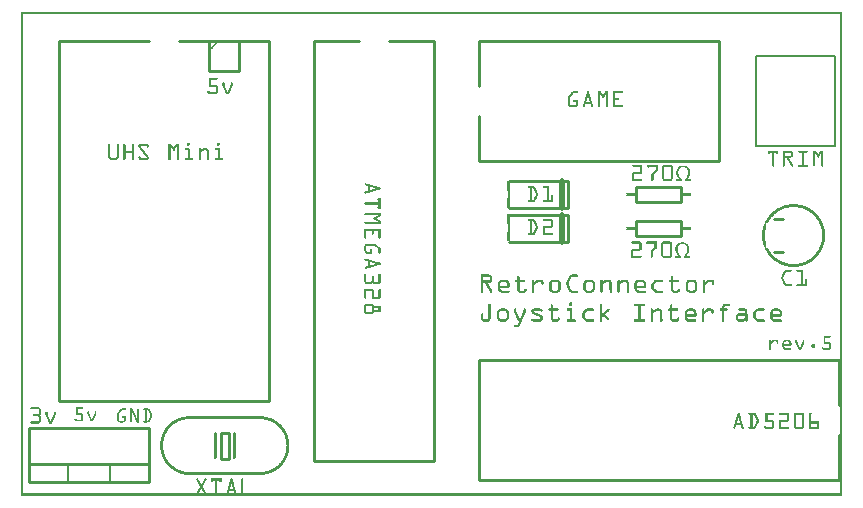
<source format=gto>
G04 MADE WITH FRITZING*
G04 WWW.FRITZING.ORG*
G04 DOUBLE SIDED*
G04 HOLES PLATED*
G04 CONTOUR ON CENTER OF CONTOUR VECTOR*
%ASAXBY*%
%FSLAX23Y23*%
%MOIN*%
%OFA0B0*%
%SFA1.0B1.0*%
%ADD10R,0.038714X0.096457X0.019029X0.076772*%
%ADD11C,0.009843*%
%ADD12C,0.010000*%
%ADD13C,0.020000*%
%ADD14C,0.008000*%
%ADD15C,0.005000*%
%ADD16C,0.011000*%
%ADD17R,0.001000X0.001000*%
%LNSILK1*%
G90*
G70*
G54D11*
X667Y211D02*
X695Y211D01*
X695Y124D01*
X667Y124D01*
X667Y211D01*
D02*
G54D12*
X1824Y960D02*
X1629Y960D01*
D02*
X1629Y1050D02*
X1824Y1050D01*
D02*
X1824Y1050D02*
X1824Y960D01*
G54D13*
D02*
X1804Y1050D02*
X1804Y960D01*
G54D12*
D02*
X1824Y848D02*
X1629Y848D01*
D02*
X1629Y938D02*
X1824Y938D01*
D02*
X1824Y938D02*
X1824Y848D01*
G54D13*
D02*
X1804Y938D02*
X1804Y848D01*
G54D12*
D02*
X2052Y1030D02*
X2202Y1030D01*
D02*
X2202Y1030D02*
X2202Y980D01*
D02*
X2202Y980D02*
X2052Y980D01*
D02*
X2052Y980D02*
X2052Y1030D01*
D02*
X2052Y917D02*
X2202Y917D01*
D02*
X2202Y917D02*
X2202Y867D01*
D02*
X2202Y867D02*
X2052Y867D01*
D02*
X2052Y867D02*
X2052Y917D01*
G54D14*
D02*
X2450Y1468D02*
X2450Y1168D01*
D02*
X2450Y1168D02*
X2714Y1168D01*
D02*
X2714Y1168D02*
X2714Y1468D01*
D02*
X2714Y1468D02*
X2450Y1468D01*
G54D12*
D02*
X2728Y454D02*
X1528Y454D01*
D02*
X1528Y454D02*
X1528Y54D01*
D02*
X1528Y54D02*
X2728Y54D01*
D02*
X2728Y454D02*
X2728Y304D01*
D02*
X2728Y204D02*
X2728Y54D01*
D02*
X978Y1518D02*
X978Y118D01*
D02*
X978Y118D02*
X1378Y118D01*
D02*
X1378Y118D02*
X1378Y1518D01*
D02*
X978Y1518D02*
X1128Y1518D01*
D02*
X1228Y1518D02*
X1378Y1518D01*
D02*
X128Y1518D02*
X128Y318D01*
D02*
X128Y318D02*
X828Y318D01*
D02*
X828Y318D02*
X828Y1518D01*
D02*
X128Y1518D02*
X428Y1518D01*
D02*
X528Y1518D02*
X828Y1518D01*
D02*
X428Y48D02*
X28Y48D01*
D02*
X28Y48D02*
X28Y228D01*
D02*
X28Y228D02*
X428Y228D01*
D02*
X428Y228D02*
X428Y48D01*
D02*
X428Y48D02*
X28Y48D01*
D02*
X28Y48D02*
X28Y108D01*
D02*
X28Y108D02*
X428Y108D01*
D02*
X428Y108D02*
X428Y48D01*
G54D15*
D02*
X298Y48D02*
X298Y108D01*
D02*
X158Y48D02*
X158Y108D01*
G54D12*
D02*
X1528Y1118D02*
X2328Y1118D01*
D02*
X2328Y1118D02*
X2328Y1518D01*
D02*
X2328Y1518D02*
X1528Y1518D01*
D02*
X1528Y1118D02*
X1528Y1268D01*
D02*
X1528Y1368D02*
X1528Y1518D01*
D02*
X628Y1518D02*
X628Y1418D01*
D02*
X628Y1418D02*
X728Y1418D01*
D02*
X728Y1418D02*
X728Y1518D01*
D02*
X728Y1518D02*
X628Y1518D01*
G54D16*
X2512Y923D02*
X2542Y923D01*
D02*
X2512Y813D02*
X2542Y813D01*
D02*
G54D17*
X0Y1614D02*
X2738Y1614D01*
X0Y1613D02*
X2738Y1613D01*
X0Y1612D02*
X2738Y1612D01*
X0Y1611D02*
X2738Y1611D01*
X0Y1610D02*
X2738Y1610D01*
X0Y1609D02*
X2738Y1609D01*
X0Y1608D02*
X2738Y1608D01*
X0Y1607D02*
X2738Y1607D01*
X0Y1606D02*
X7Y1606D01*
X2731Y1606D02*
X2738Y1606D01*
X0Y1605D02*
X7Y1605D01*
X2731Y1605D02*
X2738Y1605D01*
X0Y1604D02*
X7Y1604D01*
X2731Y1604D02*
X2738Y1604D01*
X0Y1603D02*
X7Y1603D01*
X2731Y1603D02*
X2738Y1603D01*
X0Y1602D02*
X7Y1602D01*
X2731Y1602D02*
X2738Y1602D01*
X0Y1601D02*
X7Y1601D01*
X2731Y1601D02*
X2738Y1601D01*
X0Y1600D02*
X7Y1600D01*
X2731Y1600D02*
X2738Y1600D01*
X0Y1599D02*
X7Y1599D01*
X2731Y1599D02*
X2738Y1599D01*
X0Y1598D02*
X7Y1598D01*
X2731Y1598D02*
X2738Y1598D01*
X0Y1597D02*
X7Y1597D01*
X2731Y1597D02*
X2738Y1597D01*
X0Y1596D02*
X7Y1596D01*
X2731Y1596D02*
X2738Y1596D01*
X0Y1595D02*
X7Y1595D01*
X2731Y1595D02*
X2738Y1595D01*
X0Y1594D02*
X7Y1594D01*
X2731Y1594D02*
X2738Y1594D01*
X0Y1593D02*
X7Y1593D01*
X2731Y1593D02*
X2738Y1593D01*
X0Y1592D02*
X7Y1592D01*
X2731Y1592D02*
X2738Y1592D01*
X0Y1591D02*
X7Y1591D01*
X2731Y1591D02*
X2738Y1591D01*
X0Y1590D02*
X7Y1590D01*
X2731Y1590D02*
X2738Y1590D01*
X0Y1589D02*
X7Y1589D01*
X2731Y1589D02*
X2738Y1589D01*
X0Y1588D02*
X7Y1588D01*
X2731Y1588D02*
X2738Y1588D01*
X0Y1587D02*
X7Y1587D01*
X2731Y1587D02*
X2738Y1587D01*
X0Y1586D02*
X7Y1586D01*
X2731Y1586D02*
X2738Y1586D01*
X0Y1585D02*
X7Y1585D01*
X2731Y1585D02*
X2738Y1585D01*
X0Y1584D02*
X7Y1584D01*
X2731Y1584D02*
X2738Y1584D01*
X0Y1583D02*
X7Y1583D01*
X2731Y1583D02*
X2738Y1583D01*
X0Y1582D02*
X7Y1582D01*
X2731Y1582D02*
X2738Y1582D01*
X0Y1581D02*
X7Y1581D01*
X2731Y1581D02*
X2738Y1581D01*
X0Y1580D02*
X7Y1580D01*
X2731Y1580D02*
X2738Y1580D01*
X0Y1579D02*
X7Y1579D01*
X2731Y1579D02*
X2738Y1579D01*
X0Y1578D02*
X7Y1578D01*
X2731Y1578D02*
X2738Y1578D01*
X0Y1577D02*
X7Y1577D01*
X2731Y1577D02*
X2738Y1577D01*
X0Y1576D02*
X7Y1576D01*
X2731Y1576D02*
X2738Y1576D01*
X0Y1575D02*
X7Y1575D01*
X2731Y1575D02*
X2738Y1575D01*
X0Y1574D02*
X7Y1574D01*
X2731Y1574D02*
X2738Y1574D01*
X0Y1573D02*
X7Y1573D01*
X2731Y1573D02*
X2738Y1573D01*
X0Y1572D02*
X7Y1572D01*
X2731Y1572D02*
X2738Y1572D01*
X0Y1571D02*
X7Y1571D01*
X2731Y1571D02*
X2738Y1571D01*
X0Y1570D02*
X7Y1570D01*
X2731Y1570D02*
X2738Y1570D01*
X0Y1569D02*
X7Y1569D01*
X2731Y1569D02*
X2738Y1569D01*
X0Y1568D02*
X7Y1568D01*
X2731Y1568D02*
X2738Y1568D01*
X0Y1567D02*
X7Y1567D01*
X2731Y1567D02*
X2738Y1567D01*
X0Y1566D02*
X7Y1566D01*
X2731Y1566D02*
X2738Y1566D01*
X0Y1565D02*
X7Y1565D01*
X2731Y1565D02*
X2738Y1565D01*
X0Y1564D02*
X7Y1564D01*
X2731Y1564D02*
X2738Y1564D01*
X0Y1563D02*
X7Y1563D01*
X2731Y1563D02*
X2738Y1563D01*
X0Y1562D02*
X7Y1562D01*
X2731Y1562D02*
X2738Y1562D01*
X0Y1561D02*
X7Y1561D01*
X2731Y1561D02*
X2738Y1561D01*
X0Y1560D02*
X7Y1560D01*
X2731Y1560D02*
X2738Y1560D01*
X0Y1559D02*
X7Y1559D01*
X2731Y1559D02*
X2738Y1559D01*
X0Y1558D02*
X7Y1558D01*
X2731Y1558D02*
X2738Y1558D01*
X0Y1557D02*
X7Y1557D01*
X2731Y1557D02*
X2738Y1557D01*
X0Y1556D02*
X7Y1556D01*
X2731Y1556D02*
X2738Y1556D01*
X0Y1555D02*
X7Y1555D01*
X2731Y1555D02*
X2738Y1555D01*
X0Y1554D02*
X7Y1554D01*
X2731Y1554D02*
X2738Y1554D01*
X0Y1553D02*
X7Y1553D01*
X2731Y1553D02*
X2738Y1553D01*
X0Y1552D02*
X7Y1552D01*
X2731Y1552D02*
X2738Y1552D01*
X0Y1551D02*
X7Y1551D01*
X2731Y1551D02*
X2738Y1551D01*
X0Y1550D02*
X7Y1550D01*
X2731Y1550D02*
X2738Y1550D01*
X0Y1549D02*
X7Y1549D01*
X2731Y1549D02*
X2738Y1549D01*
X0Y1548D02*
X7Y1548D01*
X2731Y1548D02*
X2738Y1548D01*
X0Y1547D02*
X7Y1547D01*
X2731Y1547D02*
X2738Y1547D01*
X0Y1546D02*
X7Y1546D01*
X2731Y1546D02*
X2738Y1546D01*
X0Y1545D02*
X7Y1545D01*
X2731Y1545D02*
X2738Y1545D01*
X0Y1544D02*
X7Y1544D01*
X2731Y1544D02*
X2738Y1544D01*
X0Y1543D02*
X7Y1543D01*
X2731Y1543D02*
X2738Y1543D01*
X0Y1542D02*
X7Y1542D01*
X2731Y1542D02*
X2738Y1542D01*
X0Y1541D02*
X7Y1541D01*
X2731Y1541D02*
X2738Y1541D01*
X0Y1540D02*
X7Y1540D01*
X2731Y1540D02*
X2738Y1540D01*
X0Y1539D02*
X7Y1539D01*
X2731Y1539D02*
X2738Y1539D01*
X0Y1538D02*
X7Y1538D01*
X2731Y1538D02*
X2738Y1538D01*
X0Y1537D02*
X7Y1537D01*
X2731Y1537D02*
X2738Y1537D01*
X0Y1536D02*
X7Y1536D01*
X2731Y1536D02*
X2738Y1536D01*
X0Y1535D02*
X7Y1535D01*
X2731Y1535D02*
X2738Y1535D01*
X0Y1534D02*
X7Y1534D01*
X2731Y1534D02*
X2738Y1534D01*
X0Y1533D02*
X7Y1533D01*
X2731Y1533D02*
X2738Y1533D01*
X0Y1532D02*
X7Y1532D01*
X2731Y1532D02*
X2738Y1532D01*
X0Y1531D02*
X7Y1531D01*
X2731Y1531D02*
X2738Y1531D01*
X0Y1530D02*
X7Y1530D01*
X2731Y1530D02*
X2738Y1530D01*
X0Y1529D02*
X7Y1529D01*
X2731Y1529D02*
X2738Y1529D01*
X0Y1528D02*
X7Y1528D01*
X2731Y1528D02*
X2738Y1528D01*
X0Y1527D02*
X7Y1527D01*
X2731Y1527D02*
X2738Y1527D01*
X0Y1526D02*
X7Y1526D01*
X2731Y1526D02*
X2738Y1526D01*
X0Y1525D02*
X7Y1525D01*
X2731Y1525D02*
X2738Y1525D01*
X0Y1524D02*
X7Y1524D01*
X2731Y1524D02*
X2738Y1524D01*
X0Y1523D02*
X7Y1523D01*
X2731Y1523D02*
X2738Y1523D01*
X0Y1522D02*
X7Y1522D01*
X2731Y1522D02*
X2738Y1522D01*
X0Y1521D02*
X7Y1521D01*
X2731Y1521D02*
X2738Y1521D01*
X0Y1520D02*
X7Y1520D01*
X2731Y1520D02*
X2738Y1520D01*
X0Y1519D02*
X7Y1519D01*
X660Y1519D02*
X661Y1519D01*
X2731Y1519D02*
X2738Y1519D01*
X0Y1518D02*
X7Y1518D01*
X659Y1518D02*
X662Y1518D01*
X2731Y1518D02*
X2738Y1518D01*
X0Y1517D02*
X7Y1517D01*
X658Y1517D02*
X663Y1517D01*
X2731Y1517D02*
X2738Y1517D01*
X0Y1516D02*
X7Y1516D01*
X657Y1516D02*
X663Y1516D01*
X2731Y1516D02*
X2738Y1516D01*
X0Y1515D02*
X7Y1515D01*
X656Y1515D02*
X662Y1515D01*
X2731Y1515D02*
X2738Y1515D01*
X0Y1514D02*
X7Y1514D01*
X655Y1514D02*
X661Y1514D01*
X2731Y1514D02*
X2738Y1514D01*
X0Y1513D02*
X7Y1513D01*
X654Y1513D02*
X660Y1513D01*
X2731Y1513D02*
X2738Y1513D01*
X0Y1512D02*
X7Y1512D01*
X653Y1512D02*
X659Y1512D01*
X2731Y1512D02*
X2738Y1512D01*
X0Y1511D02*
X7Y1511D01*
X652Y1511D02*
X658Y1511D01*
X2731Y1511D02*
X2738Y1511D01*
X0Y1510D02*
X7Y1510D01*
X651Y1510D02*
X657Y1510D01*
X2731Y1510D02*
X2738Y1510D01*
X0Y1509D02*
X7Y1509D01*
X650Y1509D02*
X656Y1509D01*
X2731Y1509D02*
X2738Y1509D01*
X0Y1508D02*
X7Y1508D01*
X649Y1508D02*
X655Y1508D01*
X2731Y1508D02*
X2738Y1508D01*
X0Y1507D02*
X7Y1507D01*
X648Y1507D02*
X654Y1507D01*
X2731Y1507D02*
X2738Y1507D01*
X0Y1506D02*
X7Y1506D01*
X647Y1506D02*
X653Y1506D01*
X2731Y1506D02*
X2738Y1506D01*
X0Y1505D02*
X7Y1505D01*
X646Y1505D02*
X652Y1505D01*
X2731Y1505D02*
X2738Y1505D01*
X0Y1504D02*
X7Y1504D01*
X645Y1504D02*
X651Y1504D01*
X2731Y1504D02*
X2738Y1504D01*
X0Y1503D02*
X7Y1503D01*
X644Y1503D02*
X650Y1503D01*
X2731Y1503D02*
X2738Y1503D01*
X0Y1502D02*
X7Y1502D01*
X643Y1502D02*
X648Y1502D01*
X2731Y1502D02*
X2738Y1502D01*
X0Y1501D02*
X7Y1501D01*
X642Y1501D02*
X647Y1501D01*
X2731Y1501D02*
X2738Y1501D01*
X0Y1500D02*
X7Y1500D01*
X641Y1500D02*
X646Y1500D01*
X2731Y1500D02*
X2738Y1500D01*
X0Y1499D02*
X7Y1499D01*
X640Y1499D02*
X645Y1499D01*
X2731Y1499D02*
X2738Y1499D01*
X0Y1498D02*
X7Y1498D01*
X639Y1498D02*
X644Y1498D01*
X2731Y1498D02*
X2738Y1498D01*
X0Y1497D02*
X7Y1497D01*
X638Y1497D02*
X643Y1497D01*
X2731Y1497D02*
X2738Y1497D01*
X0Y1496D02*
X7Y1496D01*
X637Y1496D02*
X642Y1496D01*
X2731Y1496D02*
X2738Y1496D01*
X0Y1495D02*
X7Y1495D01*
X636Y1495D02*
X642Y1495D01*
X2731Y1495D02*
X2738Y1495D01*
X0Y1494D02*
X7Y1494D01*
X635Y1494D02*
X641Y1494D01*
X2731Y1494D02*
X2738Y1494D01*
X0Y1493D02*
X7Y1493D01*
X634Y1493D02*
X640Y1493D01*
X2731Y1493D02*
X2738Y1493D01*
X0Y1492D02*
X7Y1492D01*
X633Y1492D02*
X639Y1492D01*
X2731Y1492D02*
X2738Y1492D01*
X0Y1491D02*
X7Y1491D01*
X632Y1491D02*
X638Y1491D01*
X2731Y1491D02*
X2738Y1491D01*
X0Y1490D02*
X7Y1490D01*
X631Y1490D02*
X637Y1490D01*
X2731Y1490D02*
X2738Y1490D01*
X0Y1489D02*
X7Y1489D01*
X630Y1489D02*
X636Y1489D01*
X2731Y1489D02*
X2738Y1489D01*
X0Y1488D02*
X7Y1488D01*
X629Y1488D02*
X635Y1488D01*
X2731Y1488D02*
X2738Y1488D01*
X0Y1487D02*
X7Y1487D01*
X628Y1487D02*
X634Y1487D01*
X2731Y1487D02*
X2738Y1487D01*
X0Y1486D02*
X7Y1486D01*
X627Y1486D02*
X633Y1486D01*
X2731Y1486D02*
X2738Y1486D01*
X0Y1485D02*
X7Y1485D01*
X626Y1485D02*
X632Y1485D01*
X2731Y1485D02*
X2738Y1485D01*
X0Y1484D02*
X7Y1484D01*
X627Y1484D02*
X631Y1484D01*
X2731Y1484D02*
X2738Y1484D01*
X0Y1483D02*
X7Y1483D01*
X628Y1483D02*
X630Y1483D01*
X2731Y1483D02*
X2738Y1483D01*
X0Y1482D02*
X7Y1482D01*
X629Y1482D02*
X629Y1482D01*
X2731Y1482D02*
X2738Y1482D01*
X0Y1481D02*
X7Y1481D01*
X2731Y1481D02*
X2738Y1481D01*
X0Y1480D02*
X7Y1480D01*
X2731Y1480D02*
X2738Y1480D01*
X0Y1479D02*
X7Y1479D01*
X2731Y1479D02*
X2738Y1479D01*
X0Y1478D02*
X7Y1478D01*
X2731Y1478D02*
X2738Y1478D01*
X0Y1477D02*
X7Y1477D01*
X2731Y1477D02*
X2738Y1477D01*
X0Y1476D02*
X7Y1476D01*
X2731Y1476D02*
X2738Y1476D01*
X0Y1475D02*
X7Y1475D01*
X2731Y1475D02*
X2738Y1475D01*
X0Y1474D02*
X7Y1474D01*
X2731Y1474D02*
X2738Y1474D01*
X0Y1473D02*
X7Y1473D01*
X2731Y1473D02*
X2738Y1473D01*
X0Y1472D02*
X7Y1472D01*
X2731Y1472D02*
X2738Y1472D01*
X0Y1471D02*
X7Y1471D01*
X2731Y1471D02*
X2738Y1471D01*
X0Y1470D02*
X7Y1470D01*
X2731Y1470D02*
X2738Y1470D01*
X0Y1469D02*
X7Y1469D01*
X2731Y1469D02*
X2738Y1469D01*
X0Y1468D02*
X7Y1468D01*
X2731Y1468D02*
X2738Y1468D01*
X0Y1467D02*
X7Y1467D01*
X2731Y1467D02*
X2738Y1467D01*
X0Y1466D02*
X7Y1466D01*
X2731Y1466D02*
X2738Y1466D01*
X0Y1465D02*
X7Y1465D01*
X2731Y1465D02*
X2738Y1465D01*
X0Y1464D02*
X7Y1464D01*
X2731Y1464D02*
X2738Y1464D01*
X0Y1463D02*
X7Y1463D01*
X2731Y1463D02*
X2738Y1463D01*
X0Y1462D02*
X7Y1462D01*
X2731Y1462D02*
X2738Y1462D01*
X0Y1461D02*
X7Y1461D01*
X2731Y1461D02*
X2738Y1461D01*
X0Y1460D02*
X7Y1460D01*
X2731Y1460D02*
X2738Y1460D01*
X0Y1459D02*
X7Y1459D01*
X2731Y1459D02*
X2738Y1459D01*
X0Y1458D02*
X7Y1458D01*
X2731Y1458D02*
X2738Y1458D01*
X0Y1457D02*
X7Y1457D01*
X2731Y1457D02*
X2738Y1457D01*
X0Y1456D02*
X7Y1456D01*
X2731Y1456D02*
X2738Y1456D01*
X0Y1455D02*
X7Y1455D01*
X2731Y1455D02*
X2738Y1455D01*
X0Y1454D02*
X7Y1454D01*
X2731Y1454D02*
X2738Y1454D01*
X0Y1453D02*
X7Y1453D01*
X2731Y1453D02*
X2738Y1453D01*
X0Y1452D02*
X7Y1452D01*
X2731Y1452D02*
X2738Y1452D01*
X0Y1451D02*
X7Y1451D01*
X2731Y1451D02*
X2738Y1451D01*
X0Y1450D02*
X7Y1450D01*
X2731Y1450D02*
X2738Y1450D01*
X0Y1449D02*
X7Y1449D01*
X2731Y1449D02*
X2738Y1449D01*
X0Y1448D02*
X7Y1448D01*
X2731Y1448D02*
X2738Y1448D01*
X0Y1447D02*
X7Y1447D01*
X2731Y1447D02*
X2738Y1447D01*
X0Y1446D02*
X7Y1446D01*
X2731Y1446D02*
X2738Y1446D01*
X0Y1445D02*
X7Y1445D01*
X2731Y1445D02*
X2738Y1445D01*
X0Y1444D02*
X7Y1444D01*
X2731Y1444D02*
X2738Y1444D01*
X0Y1443D02*
X7Y1443D01*
X2731Y1443D02*
X2738Y1443D01*
X0Y1442D02*
X7Y1442D01*
X2731Y1442D02*
X2738Y1442D01*
X0Y1441D02*
X7Y1441D01*
X2731Y1441D02*
X2738Y1441D01*
X0Y1440D02*
X7Y1440D01*
X2731Y1440D02*
X2738Y1440D01*
X0Y1439D02*
X7Y1439D01*
X2731Y1439D02*
X2738Y1439D01*
X0Y1438D02*
X7Y1438D01*
X2731Y1438D02*
X2738Y1438D01*
X0Y1437D02*
X7Y1437D01*
X2731Y1437D02*
X2738Y1437D01*
X0Y1436D02*
X7Y1436D01*
X2731Y1436D02*
X2738Y1436D01*
X0Y1435D02*
X7Y1435D01*
X2731Y1435D02*
X2738Y1435D01*
X0Y1434D02*
X7Y1434D01*
X2731Y1434D02*
X2738Y1434D01*
X0Y1433D02*
X7Y1433D01*
X2731Y1433D02*
X2738Y1433D01*
X0Y1432D02*
X7Y1432D01*
X2731Y1432D02*
X2738Y1432D01*
X0Y1431D02*
X7Y1431D01*
X2731Y1431D02*
X2738Y1431D01*
X0Y1430D02*
X7Y1430D01*
X2731Y1430D02*
X2738Y1430D01*
X0Y1429D02*
X7Y1429D01*
X2731Y1429D02*
X2738Y1429D01*
X0Y1428D02*
X7Y1428D01*
X2731Y1428D02*
X2738Y1428D01*
X0Y1427D02*
X7Y1427D01*
X2731Y1427D02*
X2738Y1427D01*
X0Y1426D02*
X7Y1426D01*
X2731Y1426D02*
X2738Y1426D01*
X0Y1425D02*
X7Y1425D01*
X2731Y1425D02*
X2738Y1425D01*
X0Y1424D02*
X7Y1424D01*
X2731Y1424D02*
X2738Y1424D01*
X0Y1423D02*
X7Y1423D01*
X2731Y1423D02*
X2738Y1423D01*
X0Y1422D02*
X7Y1422D01*
X2731Y1422D02*
X2738Y1422D01*
X0Y1421D02*
X7Y1421D01*
X2731Y1421D02*
X2738Y1421D01*
X0Y1420D02*
X7Y1420D01*
X2731Y1420D02*
X2738Y1420D01*
X0Y1419D02*
X7Y1419D01*
X2731Y1419D02*
X2738Y1419D01*
X0Y1418D02*
X7Y1418D01*
X2731Y1418D02*
X2738Y1418D01*
X0Y1417D02*
X7Y1417D01*
X2731Y1417D02*
X2738Y1417D01*
X0Y1416D02*
X7Y1416D01*
X2731Y1416D02*
X2738Y1416D01*
X0Y1415D02*
X7Y1415D01*
X2731Y1415D02*
X2738Y1415D01*
X0Y1414D02*
X7Y1414D01*
X2731Y1414D02*
X2738Y1414D01*
X0Y1413D02*
X7Y1413D01*
X2731Y1413D02*
X2738Y1413D01*
X0Y1412D02*
X7Y1412D01*
X2731Y1412D02*
X2738Y1412D01*
X0Y1411D02*
X7Y1411D01*
X2731Y1411D02*
X2738Y1411D01*
X0Y1410D02*
X7Y1410D01*
X2731Y1410D02*
X2738Y1410D01*
X0Y1409D02*
X7Y1409D01*
X2731Y1409D02*
X2738Y1409D01*
X0Y1408D02*
X7Y1408D01*
X2731Y1408D02*
X2738Y1408D01*
X0Y1407D02*
X7Y1407D01*
X2731Y1407D02*
X2738Y1407D01*
X0Y1406D02*
X7Y1406D01*
X2731Y1406D02*
X2738Y1406D01*
X0Y1405D02*
X7Y1405D01*
X2731Y1405D02*
X2738Y1405D01*
X0Y1404D02*
X7Y1404D01*
X2731Y1404D02*
X2738Y1404D01*
X0Y1403D02*
X7Y1403D01*
X2731Y1403D02*
X2738Y1403D01*
X0Y1402D02*
X7Y1402D01*
X2731Y1402D02*
X2738Y1402D01*
X0Y1401D02*
X7Y1401D01*
X2731Y1401D02*
X2738Y1401D01*
X0Y1400D02*
X7Y1400D01*
X2731Y1400D02*
X2738Y1400D01*
X0Y1399D02*
X7Y1399D01*
X2731Y1399D02*
X2738Y1399D01*
X0Y1398D02*
X7Y1398D01*
X2731Y1398D02*
X2738Y1398D01*
X0Y1397D02*
X7Y1397D01*
X2731Y1397D02*
X2738Y1397D01*
X0Y1396D02*
X7Y1396D01*
X2731Y1396D02*
X2738Y1396D01*
X0Y1395D02*
X7Y1395D01*
X2731Y1395D02*
X2738Y1395D01*
X0Y1394D02*
X7Y1394D01*
X2731Y1394D02*
X2738Y1394D01*
X0Y1393D02*
X7Y1393D01*
X629Y1393D02*
X655Y1393D01*
X2731Y1393D02*
X2738Y1393D01*
X0Y1392D02*
X7Y1392D01*
X629Y1392D02*
X656Y1392D01*
X2731Y1392D02*
X2738Y1392D01*
X0Y1391D02*
X7Y1391D01*
X629Y1391D02*
X656Y1391D01*
X2731Y1391D02*
X2738Y1391D01*
X0Y1390D02*
X7Y1390D01*
X629Y1390D02*
X656Y1390D01*
X2731Y1390D02*
X2738Y1390D01*
X0Y1389D02*
X7Y1389D01*
X629Y1389D02*
X656Y1389D01*
X2731Y1389D02*
X2738Y1389D01*
X0Y1388D02*
X7Y1388D01*
X629Y1388D02*
X655Y1388D01*
X2731Y1388D02*
X2738Y1388D01*
X0Y1387D02*
X7Y1387D01*
X629Y1387D02*
X654Y1387D01*
X2731Y1387D02*
X2738Y1387D01*
X0Y1386D02*
X7Y1386D01*
X629Y1386D02*
X635Y1386D01*
X2731Y1386D02*
X2738Y1386D01*
X0Y1385D02*
X7Y1385D01*
X629Y1385D02*
X635Y1385D01*
X2731Y1385D02*
X2738Y1385D01*
X0Y1384D02*
X7Y1384D01*
X629Y1384D02*
X635Y1384D01*
X2731Y1384D02*
X2738Y1384D01*
X0Y1383D02*
X7Y1383D01*
X629Y1383D02*
X635Y1383D01*
X2731Y1383D02*
X2738Y1383D01*
X0Y1382D02*
X7Y1382D01*
X629Y1382D02*
X635Y1382D01*
X2731Y1382D02*
X2738Y1382D01*
X0Y1381D02*
X7Y1381D01*
X629Y1381D02*
X635Y1381D01*
X2731Y1381D02*
X2738Y1381D01*
X0Y1380D02*
X7Y1380D01*
X629Y1380D02*
X635Y1380D01*
X2731Y1380D02*
X2738Y1380D01*
X0Y1379D02*
X7Y1379D01*
X629Y1379D02*
X635Y1379D01*
X676Y1379D02*
X676Y1379D01*
X703Y1379D02*
X703Y1379D01*
X2731Y1379D02*
X2738Y1379D01*
X0Y1378D02*
X7Y1378D01*
X629Y1378D02*
X635Y1378D01*
X674Y1378D02*
X678Y1378D01*
X701Y1378D02*
X705Y1378D01*
X2731Y1378D02*
X2738Y1378D01*
X0Y1377D02*
X7Y1377D01*
X629Y1377D02*
X635Y1377D01*
X673Y1377D02*
X678Y1377D01*
X701Y1377D02*
X706Y1377D01*
X2731Y1377D02*
X2738Y1377D01*
X0Y1376D02*
X7Y1376D01*
X629Y1376D02*
X635Y1376D01*
X673Y1376D02*
X679Y1376D01*
X700Y1376D02*
X706Y1376D01*
X2731Y1376D02*
X2738Y1376D01*
X0Y1375D02*
X7Y1375D01*
X629Y1375D02*
X635Y1375D01*
X673Y1375D02*
X679Y1375D01*
X700Y1375D02*
X706Y1375D01*
X2731Y1375D02*
X2738Y1375D01*
X0Y1374D02*
X7Y1374D01*
X629Y1374D02*
X635Y1374D01*
X673Y1374D02*
X679Y1374D01*
X700Y1374D02*
X706Y1374D01*
X2731Y1374D02*
X2738Y1374D01*
X0Y1373D02*
X7Y1373D01*
X629Y1373D02*
X635Y1373D01*
X673Y1373D02*
X679Y1373D01*
X700Y1373D02*
X706Y1373D01*
X2731Y1373D02*
X2738Y1373D01*
X0Y1372D02*
X7Y1372D01*
X629Y1372D02*
X635Y1372D01*
X673Y1372D02*
X679Y1372D01*
X700Y1372D02*
X706Y1372D01*
X2731Y1372D02*
X2738Y1372D01*
X0Y1371D02*
X7Y1371D01*
X629Y1371D02*
X635Y1371D01*
X673Y1371D02*
X679Y1371D01*
X700Y1371D02*
X706Y1371D01*
X2731Y1371D02*
X2738Y1371D01*
X0Y1370D02*
X7Y1370D01*
X629Y1370D02*
X651Y1370D01*
X673Y1370D02*
X679Y1370D01*
X700Y1370D02*
X706Y1370D01*
X2731Y1370D02*
X2738Y1370D01*
X0Y1369D02*
X7Y1369D01*
X629Y1369D02*
X653Y1369D01*
X673Y1369D02*
X679Y1369D01*
X700Y1369D02*
X706Y1369D01*
X2731Y1369D02*
X2738Y1369D01*
X0Y1368D02*
X7Y1368D01*
X629Y1368D02*
X654Y1368D01*
X673Y1368D02*
X680Y1368D01*
X699Y1368D02*
X706Y1368D01*
X2731Y1368D02*
X2738Y1368D01*
X0Y1367D02*
X7Y1367D01*
X629Y1367D02*
X655Y1367D01*
X674Y1367D02*
X680Y1367D01*
X699Y1367D02*
X705Y1367D01*
X2731Y1367D02*
X2738Y1367D01*
X0Y1366D02*
X7Y1366D01*
X629Y1366D02*
X656Y1366D01*
X674Y1366D02*
X681Y1366D01*
X698Y1366D02*
X705Y1366D01*
X2731Y1366D02*
X2738Y1366D01*
X0Y1365D02*
X7Y1365D01*
X629Y1365D02*
X656Y1365D01*
X674Y1365D02*
X681Y1365D01*
X698Y1365D02*
X705Y1365D01*
X2731Y1365D02*
X2738Y1365D01*
X0Y1364D02*
X7Y1364D01*
X629Y1364D02*
X656Y1364D01*
X675Y1364D02*
X682Y1364D01*
X697Y1364D02*
X704Y1364D01*
X2731Y1364D02*
X2738Y1364D01*
X0Y1363D02*
X7Y1363D01*
X650Y1363D02*
X656Y1363D01*
X675Y1363D02*
X682Y1363D01*
X697Y1363D02*
X704Y1363D01*
X2731Y1363D02*
X2738Y1363D01*
X0Y1362D02*
X7Y1362D01*
X650Y1362D02*
X656Y1362D01*
X676Y1362D02*
X682Y1362D01*
X697Y1362D02*
X703Y1362D01*
X2731Y1362D02*
X2738Y1362D01*
X0Y1361D02*
X7Y1361D01*
X650Y1361D02*
X656Y1361D01*
X676Y1361D02*
X683Y1361D01*
X696Y1361D02*
X703Y1361D01*
X2731Y1361D02*
X2738Y1361D01*
X0Y1360D02*
X7Y1360D01*
X650Y1360D02*
X656Y1360D01*
X677Y1360D02*
X683Y1360D01*
X696Y1360D02*
X702Y1360D01*
X2731Y1360D02*
X2738Y1360D01*
X0Y1359D02*
X7Y1359D01*
X650Y1359D02*
X656Y1359D01*
X677Y1359D02*
X684Y1359D01*
X695Y1359D02*
X702Y1359D01*
X2731Y1359D02*
X2738Y1359D01*
X0Y1358D02*
X7Y1358D01*
X650Y1358D02*
X656Y1358D01*
X677Y1358D02*
X684Y1358D01*
X695Y1358D02*
X701Y1358D01*
X2731Y1358D02*
X2738Y1358D01*
X0Y1357D02*
X7Y1357D01*
X650Y1357D02*
X656Y1357D01*
X678Y1357D02*
X685Y1357D01*
X694Y1357D02*
X701Y1357D01*
X2731Y1357D02*
X2738Y1357D01*
X0Y1356D02*
X7Y1356D01*
X650Y1356D02*
X656Y1356D01*
X678Y1356D02*
X685Y1356D01*
X694Y1356D02*
X701Y1356D01*
X2731Y1356D02*
X2738Y1356D01*
X0Y1355D02*
X7Y1355D01*
X650Y1355D02*
X656Y1355D01*
X679Y1355D02*
X685Y1355D01*
X694Y1355D02*
X700Y1355D01*
X2731Y1355D02*
X2738Y1355D01*
X0Y1354D02*
X7Y1354D01*
X650Y1354D02*
X656Y1354D01*
X679Y1354D02*
X686Y1354D01*
X693Y1354D02*
X700Y1354D01*
X2731Y1354D02*
X2738Y1354D01*
X0Y1353D02*
X7Y1353D01*
X650Y1353D02*
X656Y1353D01*
X680Y1353D02*
X686Y1353D01*
X693Y1353D02*
X699Y1353D01*
X2731Y1353D02*
X2738Y1353D01*
X0Y1352D02*
X7Y1352D01*
X650Y1352D02*
X656Y1352D01*
X680Y1352D02*
X687Y1352D01*
X692Y1352D02*
X699Y1352D01*
X2731Y1352D02*
X2738Y1352D01*
X0Y1351D02*
X7Y1351D01*
X650Y1351D02*
X656Y1351D01*
X681Y1351D02*
X687Y1351D01*
X692Y1351D02*
X698Y1351D01*
X2731Y1351D02*
X2738Y1351D01*
X0Y1350D02*
X7Y1350D01*
X650Y1350D02*
X656Y1350D01*
X681Y1350D02*
X688Y1350D01*
X691Y1350D02*
X698Y1350D01*
X2731Y1350D02*
X2738Y1350D01*
X0Y1349D02*
X7Y1349D01*
X624Y1349D02*
X627Y1349D01*
X650Y1349D02*
X656Y1349D01*
X681Y1349D02*
X688Y1349D01*
X691Y1349D02*
X698Y1349D01*
X1842Y1349D02*
X1856Y1349D01*
X1890Y1349D02*
X1892Y1349D01*
X1925Y1349D02*
X1932Y1349D01*
X1950Y1349D02*
X1958Y1349D01*
X1975Y1349D02*
X2006Y1349D01*
X2731Y1349D02*
X2738Y1349D01*
X0Y1348D02*
X7Y1348D01*
X623Y1348D02*
X630Y1348D01*
X650Y1348D02*
X656Y1348D01*
X682Y1348D02*
X688Y1348D01*
X690Y1348D02*
X697Y1348D01*
X1840Y1348D02*
X1857Y1348D01*
X1889Y1348D02*
X1893Y1348D01*
X1924Y1348D02*
X1933Y1348D01*
X1949Y1348D02*
X1958Y1348D01*
X1975Y1348D02*
X2007Y1348D01*
X2731Y1348D02*
X2738Y1348D01*
X0Y1347D02*
X7Y1347D01*
X623Y1347D02*
X632Y1347D01*
X650Y1347D02*
X656Y1347D01*
X682Y1347D02*
X697Y1347D01*
X1838Y1347D02*
X1857Y1347D01*
X1888Y1347D02*
X1894Y1347D01*
X1924Y1347D02*
X1934Y1347D01*
X1949Y1347D02*
X1958Y1347D01*
X1975Y1347D02*
X2008Y1347D01*
X2731Y1347D02*
X2738Y1347D01*
X0Y1346D02*
X7Y1346D01*
X623Y1346D02*
X656Y1346D01*
X683Y1346D02*
X696Y1346D01*
X1837Y1346D02*
X1858Y1346D01*
X1888Y1346D02*
X1894Y1346D01*
X1924Y1346D02*
X1935Y1346D01*
X1948Y1346D02*
X1958Y1346D01*
X1975Y1346D02*
X2008Y1346D01*
X2731Y1346D02*
X2738Y1346D01*
X0Y1345D02*
X7Y1345D01*
X623Y1345D02*
X656Y1345D01*
X683Y1345D02*
X696Y1345D01*
X1836Y1345D02*
X1857Y1345D01*
X1888Y1345D02*
X1894Y1345D01*
X1924Y1345D02*
X1935Y1345D01*
X1947Y1345D02*
X1958Y1345D01*
X1975Y1345D02*
X2008Y1345D01*
X2731Y1345D02*
X2738Y1345D01*
X0Y1344D02*
X7Y1344D01*
X623Y1344D02*
X656Y1344D01*
X684Y1344D02*
X695Y1344D01*
X1835Y1344D02*
X1857Y1344D01*
X1887Y1344D02*
X1895Y1344D01*
X1924Y1344D02*
X1936Y1344D01*
X1946Y1344D02*
X1958Y1344D01*
X1975Y1344D02*
X2008Y1344D01*
X2731Y1344D02*
X2738Y1344D01*
X0Y1343D02*
X7Y1343D01*
X624Y1343D02*
X655Y1343D01*
X684Y1343D02*
X695Y1343D01*
X1835Y1343D02*
X1856Y1343D01*
X1887Y1343D02*
X1895Y1343D01*
X1924Y1343D02*
X1937Y1343D01*
X1946Y1343D02*
X1958Y1343D01*
X1975Y1343D02*
X2007Y1343D01*
X2731Y1343D02*
X2738Y1343D01*
X0Y1342D02*
X7Y1342D01*
X626Y1342D02*
X654Y1342D01*
X684Y1342D02*
X694Y1342D01*
X1834Y1342D02*
X1842Y1342D01*
X1887Y1342D02*
X1895Y1342D01*
X1924Y1342D02*
X1937Y1342D01*
X1945Y1342D02*
X1958Y1342D01*
X1975Y1342D02*
X1981Y1342D01*
X2731Y1342D02*
X2738Y1342D01*
X0Y1341D02*
X7Y1341D01*
X629Y1341D02*
X653Y1341D01*
X685Y1341D02*
X694Y1341D01*
X1833Y1341D02*
X1841Y1341D01*
X1886Y1341D02*
X1896Y1341D01*
X1924Y1341D02*
X1938Y1341D01*
X1944Y1341D02*
X1958Y1341D01*
X1975Y1341D02*
X1981Y1341D01*
X2731Y1341D02*
X2738Y1341D01*
X0Y1340D02*
X7Y1340D01*
X632Y1340D02*
X651Y1340D01*
X686Y1340D02*
X693Y1340D01*
X1832Y1340D02*
X1840Y1340D01*
X1886Y1340D02*
X1896Y1340D01*
X1924Y1340D02*
X1939Y1340D01*
X1944Y1340D02*
X1958Y1340D01*
X1975Y1340D02*
X1981Y1340D01*
X2731Y1340D02*
X2738Y1340D01*
X0Y1339D02*
X7Y1339D01*
X1832Y1339D02*
X1839Y1339D01*
X1886Y1339D02*
X1896Y1339D01*
X1924Y1339D02*
X1939Y1339D01*
X1943Y1339D02*
X1958Y1339D01*
X1975Y1339D02*
X1981Y1339D01*
X2731Y1339D02*
X2738Y1339D01*
X0Y1338D02*
X7Y1338D01*
X1831Y1338D02*
X1839Y1338D01*
X1886Y1338D02*
X1896Y1338D01*
X1924Y1338D02*
X1930Y1338D01*
X1933Y1338D02*
X1940Y1338D01*
X1942Y1338D02*
X1950Y1338D01*
X1952Y1338D02*
X1958Y1338D01*
X1975Y1338D02*
X1981Y1338D01*
X2731Y1338D02*
X2738Y1338D01*
X0Y1337D02*
X7Y1337D01*
X1830Y1337D02*
X1838Y1337D01*
X1885Y1337D02*
X1897Y1337D01*
X1924Y1337D02*
X1930Y1337D01*
X1933Y1337D02*
X1949Y1337D01*
X1952Y1337D02*
X1958Y1337D01*
X1975Y1337D02*
X1981Y1337D01*
X2731Y1337D02*
X2738Y1337D01*
X0Y1336D02*
X7Y1336D01*
X1829Y1336D02*
X1837Y1336D01*
X1885Y1336D02*
X1897Y1336D01*
X1924Y1336D02*
X1930Y1336D01*
X1934Y1336D02*
X1948Y1336D01*
X1952Y1336D02*
X1958Y1336D01*
X1975Y1336D02*
X1981Y1336D01*
X2731Y1336D02*
X2738Y1336D01*
X0Y1335D02*
X7Y1335D01*
X1828Y1335D02*
X1836Y1335D01*
X1885Y1335D02*
X1897Y1335D01*
X1924Y1335D02*
X1930Y1335D01*
X1935Y1335D02*
X1948Y1335D01*
X1952Y1335D02*
X1958Y1335D01*
X1975Y1335D02*
X1981Y1335D01*
X2731Y1335D02*
X2738Y1335D01*
X0Y1334D02*
X7Y1334D01*
X1828Y1334D02*
X1836Y1334D01*
X1884Y1334D02*
X1898Y1334D01*
X1924Y1334D02*
X1930Y1334D01*
X1935Y1334D02*
X1947Y1334D01*
X1952Y1334D02*
X1958Y1334D01*
X1975Y1334D02*
X1981Y1334D01*
X2731Y1334D02*
X2738Y1334D01*
X0Y1333D02*
X7Y1333D01*
X1827Y1333D02*
X1835Y1333D01*
X1884Y1333D02*
X1898Y1333D01*
X1924Y1333D02*
X1930Y1333D01*
X1936Y1333D02*
X1946Y1333D01*
X1952Y1333D02*
X1958Y1333D01*
X1975Y1333D02*
X1981Y1333D01*
X2731Y1333D02*
X2738Y1333D01*
X0Y1332D02*
X7Y1332D01*
X1826Y1332D02*
X1834Y1332D01*
X1884Y1332D02*
X1890Y1332D01*
X1892Y1332D02*
X1898Y1332D01*
X1924Y1332D02*
X1930Y1332D01*
X1937Y1332D02*
X1946Y1332D01*
X1952Y1332D02*
X1958Y1332D01*
X1975Y1332D02*
X1981Y1332D01*
X2731Y1332D02*
X2738Y1332D01*
X0Y1331D02*
X7Y1331D01*
X1826Y1331D02*
X1833Y1331D01*
X1884Y1331D02*
X1890Y1331D01*
X1892Y1331D02*
X1899Y1331D01*
X1924Y1331D02*
X1930Y1331D01*
X1938Y1331D02*
X1945Y1331D01*
X1952Y1331D02*
X1958Y1331D01*
X1975Y1331D02*
X1981Y1331D01*
X2731Y1331D02*
X2738Y1331D01*
X0Y1330D02*
X7Y1330D01*
X1825Y1330D02*
X1832Y1330D01*
X1883Y1330D02*
X1890Y1330D01*
X1892Y1330D02*
X1899Y1330D01*
X1924Y1330D02*
X1930Y1330D01*
X1938Y1330D02*
X1944Y1330D01*
X1952Y1330D02*
X1958Y1330D01*
X1975Y1330D02*
X1981Y1330D01*
X2731Y1330D02*
X2738Y1330D01*
X0Y1329D02*
X7Y1329D01*
X1825Y1329D02*
X1832Y1329D01*
X1883Y1329D02*
X1889Y1329D01*
X1893Y1329D02*
X1899Y1329D01*
X1924Y1329D02*
X1930Y1329D01*
X1938Y1329D02*
X1944Y1329D01*
X1952Y1329D02*
X1958Y1329D01*
X1975Y1329D02*
X1981Y1329D01*
X2731Y1329D02*
X2738Y1329D01*
X0Y1328D02*
X7Y1328D01*
X1825Y1328D02*
X1831Y1328D01*
X1883Y1328D02*
X1889Y1328D01*
X1893Y1328D02*
X1899Y1328D01*
X1924Y1328D02*
X1930Y1328D01*
X1938Y1328D02*
X1944Y1328D01*
X1952Y1328D02*
X1958Y1328D01*
X1975Y1328D02*
X1981Y1328D01*
X2731Y1328D02*
X2738Y1328D01*
X0Y1327D02*
X7Y1327D01*
X1824Y1327D02*
X1831Y1327D01*
X1882Y1327D02*
X1889Y1327D01*
X1893Y1327D02*
X1900Y1327D01*
X1924Y1327D02*
X1930Y1327D01*
X1938Y1327D02*
X1944Y1327D01*
X1952Y1327D02*
X1958Y1327D01*
X1975Y1327D02*
X1981Y1327D01*
X2731Y1327D02*
X2738Y1327D01*
X0Y1326D02*
X7Y1326D01*
X1824Y1326D02*
X1830Y1326D01*
X1882Y1326D02*
X1888Y1326D01*
X1894Y1326D02*
X1900Y1326D01*
X1924Y1326D02*
X1930Y1326D01*
X1939Y1326D02*
X1943Y1326D01*
X1952Y1326D02*
X1958Y1326D01*
X1975Y1326D02*
X1981Y1326D01*
X2731Y1326D02*
X2738Y1326D01*
X0Y1325D02*
X7Y1325D01*
X1824Y1325D02*
X1830Y1325D01*
X1882Y1325D02*
X1888Y1325D01*
X1894Y1325D02*
X1900Y1325D01*
X1924Y1325D02*
X1930Y1325D01*
X1940Y1325D02*
X1942Y1325D01*
X1952Y1325D02*
X1958Y1325D01*
X1975Y1325D02*
X1993Y1325D01*
X2731Y1325D02*
X2738Y1325D01*
X0Y1324D02*
X7Y1324D01*
X1824Y1324D02*
X1830Y1324D01*
X1881Y1324D02*
X1888Y1324D01*
X1894Y1324D02*
X1901Y1324D01*
X1924Y1324D02*
X1930Y1324D01*
X1952Y1324D02*
X1958Y1324D01*
X1975Y1324D02*
X1994Y1324D01*
X2731Y1324D02*
X2738Y1324D01*
X0Y1323D02*
X7Y1323D01*
X1824Y1323D02*
X1830Y1323D01*
X1881Y1323D02*
X1887Y1323D01*
X1895Y1323D02*
X1901Y1323D01*
X1924Y1323D02*
X1930Y1323D01*
X1952Y1323D02*
X1958Y1323D01*
X1975Y1323D02*
X1994Y1323D01*
X2731Y1323D02*
X2738Y1323D01*
X0Y1322D02*
X7Y1322D01*
X1824Y1322D02*
X1830Y1322D01*
X1881Y1322D02*
X1887Y1322D01*
X1895Y1322D02*
X1901Y1322D01*
X1924Y1322D02*
X1930Y1322D01*
X1952Y1322D02*
X1958Y1322D01*
X1975Y1322D02*
X1994Y1322D01*
X2731Y1322D02*
X2738Y1322D01*
X0Y1321D02*
X7Y1321D01*
X1824Y1321D02*
X1830Y1321D01*
X1881Y1321D02*
X1887Y1321D01*
X1895Y1321D02*
X1901Y1321D01*
X1924Y1321D02*
X1930Y1321D01*
X1952Y1321D02*
X1958Y1321D01*
X1975Y1321D02*
X1994Y1321D01*
X2731Y1321D02*
X2738Y1321D01*
X0Y1320D02*
X7Y1320D01*
X1824Y1320D02*
X1830Y1320D01*
X1880Y1320D02*
X1887Y1320D01*
X1895Y1320D02*
X1902Y1320D01*
X1924Y1320D02*
X1930Y1320D01*
X1952Y1320D02*
X1958Y1320D01*
X1975Y1320D02*
X1993Y1320D01*
X2731Y1320D02*
X2738Y1320D01*
X0Y1319D02*
X7Y1319D01*
X1824Y1319D02*
X1830Y1319D01*
X1843Y1319D02*
X1858Y1319D01*
X1880Y1319D02*
X1886Y1319D01*
X1896Y1319D02*
X1902Y1319D01*
X1924Y1319D02*
X1930Y1319D01*
X1952Y1319D02*
X1958Y1319D01*
X1975Y1319D02*
X1992Y1319D01*
X2731Y1319D02*
X2738Y1319D01*
X0Y1318D02*
X7Y1318D01*
X1824Y1318D02*
X1830Y1318D01*
X1842Y1318D02*
X1858Y1318D01*
X1880Y1318D02*
X1886Y1318D01*
X1896Y1318D02*
X1902Y1318D01*
X1924Y1318D02*
X1930Y1318D01*
X1952Y1318D02*
X1958Y1318D01*
X1975Y1318D02*
X1981Y1318D01*
X2731Y1318D02*
X2738Y1318D01*
X0Y1317D02*
X7Y1317D01*
X1824Y1317D02*
X1830Y1317D01*
X1841Y1317D02*
X1858Y1317D01*
X1879Y1317D02*
X1886Y1317D01*
X1896Y1317D02*
X1903Y1317D01*
X1924Y1317D02*
X1930Y1317D01*
X1952Y1317D02*
X1958Y1317D01*
X1975Y1317D02*
X1981Y1317D01*
X2731Y1317D02*
X2738Y1317D01*
X0Y1316D02*
X7Y1316D01*
X1824Y1316D02*
X1830Y1316D01*
X1841Y1316D02*
X1858Y1316D01*
X1879Y1316D02*
X1885Y1316D01*
X1897Y1316D02*
X1903Y1316D01*
X1924Y1316D02*
X1930Y1316D01*
X1952Y1316D02*
X1958Y1316D01*
X1975Y1316D02*
X1981Y1316D01*
X2731Y1316D02*
X2738Y1316D01*
X0Y1315D02*
X7Y1315D01*
X1824Y1315D02*
X1830Y1315D01*
X1842Y1315D02*
X1858Y1315D01*
X1879Y1315D02*
X1885Y1315D01*
X1897Y1315D02*
X1903Y1315D01*
X1924Y1315D02*
X1930Y1315D01*
X1952Y1315D02*
X1958Y1315D01*
X1975Y1315D02*
X1981Y1315D01*
X2731Y1315D02*
X2738Y1315D01*
X0Y1314D02*
X7Y1314D01*
X1824Y1314D02*
X1830Y1314D01*
X1842Y1314D02*
X1858Y1314D01*
X1879Y1314D02*
X1903Y1314D01*
X1924Y1314D02*
X1930Y1314D01*
X1952Y1314D02*
X1958Y1314D01*
X1975Y1314D02*
X1981Y1314D01*
X2731Y1314D02*
X2738Y1314D01*
X0Y1313D02*
X7Y1313D01*
X1824Y1313D02*
X1830Y1313D01*
X1844Y1313D02*
X1858Y1313D01*
X1878Y1313D02*
X1904Y1313D01*
X1924Y1313D02*
X1930Y1313D01*
X1952Y1313D02*
X1958Y1313D01*
X1975Y1313D02*
X1981Y1313D01*
X2731Y1313D02*
X2738Y1313D01*
X0Y1312D02*
X7Y1312D01*
X1824Y1312D02*
X1830Y1312D01*
X1852Y1312D02*
X1858Y1312D01*
X1878Y1312D02*
X1904Y1312D01*
X1924Y1312D02*
X1930Y1312D01*
X1952Y1312D02*
X1958Y1312D01*
X1975Y1312D02*
X1981Y1312D01*
X2731Y1312D02*
X2738Y1312D01*
X0Y1311D02*
X7Y1311D01*
X1824Y1311D02*
X1830Y1311D01*
X1852Y1311D02*
X1858Y1311D01*
X1878Y1311D02*
X1904Y1311D01*
X1924Y1311D02*
X1930Y1311D01*
X1952Y1311D02*
X1958Y1311D01*
X1975Y1311D02*
X1981Y1311D01*
X2731Y1311D02*
X2738Y1311D01*
X0Y1310D02*
X7Y1310D01*
X1824Y1310D02*
X1830Y1310D01*
X1852Y1310D02*
X1858Y1310D01*
X1877Y1310D02*
X1905Y1310D01*
X1924Y1310D02*
X1930Y1310D01*
X1952Y1310D02*
X1958Y1310D01*
X1975Y1310D02*
X1981Y1310D01*
X2731Y1310D02*
X2738Y1310D01*
X0Y1309D02*
X7Y1309D01*
X1824Y1309D02*
X1830Y1309D01*
X1852Y1309D02*
X1858Y1309D01*
X1877Y1309D02*
X1905Y1309D01*
X1924Y1309D02*
X1930Y1309D01*
X1952Y1309D02*
X1958Y1309D01*
X1975Y1309D02*
X1981Y1309D01*
X2731Y1309D02*
X2738Y1309D01*
X0Y1308D02*
X7Y1308D01*
X1824Y1308D02*
X1830Y1308D01*
X1852Y1308D02*
X1858Y1308D01*
X1877Y1308D02*
X1905Y1308D01*
X1924Y1308D02*
X1930Y1308D01*
X1952Y1308D02*
X1958Y1308D01*
X1975Y1308D02*
X1981Y1308D01*
X2731Y1308D02*
X2738Y1308D01*
X0Y1307D02*
X7Y1307D01*
X1824Y1307D02*
X1830Y1307D01*
X1852Y1307D02*
X1858Y1307D01*
X1876Y1307D02*
X1906Y1307D01*
X1924Y1307D02*
X1930Y1307D01*
X1952Y1307D02*
X1958Y1307D01*
X1975Y1307D02*
X1981Y1307D01*
X2731Y1307D02*
X2738Y1307D01*
X0Y1306D02*
X7Y1306D01*
X1824Y1306D02*
X1830Y1306D01*
X1852Y1306D02*
X1858Y1306D01*
X1876Y1306D02*
X1882Y1306D01*
X1900Y1306D02*
X1906Y1306D01*
X1924Y1306D02*
X1930Y1306D01*
X1952Y1306D02*
X1958Y1306D01*
X1975Y1306D02*
X1981Y1306D01*
X2731Y1306D02*
X2738Y1306D01*
X0Y1305D02*
X7Y1305D01*
X1824Y1305D02*
X1830Y1305D01*
X1851Y1305D02*
X1858Y1305D01*
X1876Y1305D02*
X1882Y1305D01*
X1900Y1305D02*
X1906Y1305D01*
X1924Y1305D02*
X1930Y1305D01*
X1952Y1305D02*
X1958Y1305D01*
X1975Y1305D02*
X1981Y1305D01*
X2731Y1305D02*
X2738Y1305D01*
X0Y1304D02*
X7Y1304D01*
X1824Y1304D02*
X1831Y1304D01*
X1851Y1304D02*
X1857Y1304D01*
X1876Y1304D02*
X1882Y1304D01*
X1900Y1304D02*
X1906Y1304D01*
X1924Y1304D02*
X1930Y1304D01*
X1952Y1304D02*
X1958Y1304D01*
X1975Y1304D02*
X1981Y1304D01*
X2731Y1304D02*
X2738Y1304D01*
X0Y1303D02*
X7Y1303D01*
X1824Y1303D02*
X1832Y1303D01*
X1850Y1303D02*
X1857Y1303D01*
X1875Y1303D02*
X1882Y1303D01*
X1900Y1303D02*
X1907Y1303D01*
X1924Y1303D02*
X1930Y1303D01*
X1952Y1303D02*
X1958Y1303D01*
X1975Y1303D02*
X1981Y1303D01*
X2731Y1303D02*
X2738Y1303D01*
X0Y1302D02*
X7Y1302D01*
X1825Y1302D02*
X1857Y1302D01*
X1875Y1302D02*
X1881Y1302D01*
X1901Y1302D02*
X1907Y1302D01*
X1924Y1302D02*
X1930Y1302D01*
X1952Y1302D02*
X1958Y1302D01*
X1975Y1302D02*
X2006Y1302D01*
X2731Y1302D02*
X2738Y1302D01*
X0Y1301D02*
X7Y1301D01*
X1825Y1301D02*
X1856Y1301D01*
X1875Y1301D02*
X1881Y1301D01*
X1901Y1301D02*
X1907Y1301D01*
X1924Y1301D02*
X1930Y1301D01*
X1952Y1301D02*
X1958Y1301D01*
X1975Y1301D02*
X2007Y1301D01*
X2731Y1301D02*
X2738Y1301D01*
X0Y1300D02*
X7Y1300D01*
X1826Y1300D02*
X1856Y1300D01*
X1874Y1300D02*
X1881Y1300D01*
X1901Y1300D02*
X1908Y1300D01*
X1924Y1300D02*
X1930Y1300D01*
X1952Y1300D02*
X1958Y1300D01*
X1975Y1300D02*
X2008Y1300D01*
X2731Y1300D02*
X2738Y1300D01*
X0Y1299D02*
X7Y1299D01*
X1827Y1299D02*
X1855Y1299D01*
X1874Y1299D02*
X1880Y1299D01*
X1902Y1299D02*
X1908Y1299D01*
X1924Y1299D02*
X1930Y1299D01*
X1952Y1299D02*
X1958Y1299D01*
X1975Y1299D02*
X2008Y1299D01*
X2731Y1299D02*
X2738Y1299D01*
X0Y1298D02*
X7Y1298D01*
X1827Y1298D02*
X1854Y1298D01*
X1874Y1298D02*
X1880Y1298D01*
X1902Y1298D02*
X1908Y1298D01*
X1925Y1298D02*
X1930Y1298D01*
X1952Y1298D02*
X1958Y1298D01*
X1975Y1298D02*
X2008Y1298D01*
X2731Y1298D02*
X2738Y1298D01*
X0Y1297D02*
X7Y1297D01*
X1829Y1297D02*
X1853Y1297D01*
X1875Y1297D02*
X1880Y1297D01*
X1902Y1297D02*
X1907Y1297D01*
X1925Y1297D02*
X1930Y1297D01*
X1953Y1297D02*
X1958Y1297D01*
X1975Y1297D02*
X2008Y1297D01*
X2731Y1297D02*
X2738Y1297D01*
X0Y1296D02*
X7Y1296D01*
X1831Y1296D02*
X1851Y1296D01*
X1875Y1296D02*
X1879Y1296D01*
X1903Y1296D02*
X1906Y1296D01*
X1926Y1296D02*
X1929Y1296D01*
X1953Y1296D02*
X1957Y1296D01*
X1975Y1296D02*
X2007Y1296D01*
X2731Y1296D02*
X2738Y1296D01*
X0Y1295D02*
X7Y1295D01*
X2731Y1295D02*
X2738Y1295D01*
X0Y1294D02*
X7Y1294D01*
X2731Y1294D02*
X2738Y1294D01*
X0Y1293D02*
X7Y1293D01*
X2731Y1293D02*
X2738Y1293D01*
X0Y1292D02*
X7Y1292D01*
X2731Y1292D02*
X2738Y1292D01*
X0Y1291D02*
X7Y1291D01*
X2731Y1291D02*
X2738Y1291D01*
X0Y1290D02*
X7Y1290D01*
X2731Y1290D02*
X2738Y1290D01*
X0Y1289D02*
X7Y1289D01*
X2731Y1289D02*
X2738Y1289D01*
X0Y1288D02*
X7Y1288D01*
X2731Y1288D02*
X2738Y1288D01*
X0Y1287D02*
X7Y1287D01*
X2731Y1287D02*
X2738Y1287D01*
X0Y1286D02*
X7Y1286D01*
X2731Y1286D02*
X2738Y1286D01*
X0Y1285D02*
X7Y1285D01*
X2731Y1285D02*
X2738Y1285D01*
X0Y1284D02*
X7Y1284D01*
X2731Y1284D02*
X2738Y1284D01*
X0Y1283D02*
X7Y1283D01*
X2731Y1283D02*
X2738Y1283D01*
X0Y1282D02*
X7Y1282D01*
X2731Y1282D02*
X2738Y1282D01*
X0Y1281D02*
X7Y1281D01*
X2731Y1281D02*
X2738Y1281D01*
X0Y1280D02*
X7Y1280D01*
X2731Y1280D02*
X2738Y1280D01*
X0Y1279D02*
X7Y1279D01*
X2731Y1279D02*
X2738Y1279D01*
X0Y1278D02*
X7Y1278D01*
X2731Y1278D02*
X2738Y1278D01*
X0Y1277D02*
X7Y1277D01*
X2731Y1277D02*
X2738Y1277D01*
X0Y1276D02*
X7Y1276D01*
X2731Y1276D02*
X2738Y1276D01*
X0Y1275D02*
X7Y1275D01*
X2731Y1275D02*
X2738Y1275D01*
X0Y1274D02*
X7Y1274D01*
X2731Y1274D02*
X2738Y1274D01*
X0Y1273D02*
X7Y1273D01*
X2731Y1273D02*
X2738Y1273D01*
X0Y1272D02*
X7Y1272D01*
X2731Y1272D02*
X2738Y1272D01*
X0Y1271D02*
X7Y1271D01*
X2731Y1271D02*
X2738Y1271D01*
X0Y1270D02*
X7Y1270D01*
X2731Y1270D02*
X2738Y1270D01*
X0Y1269D02*
X7Y1269D01*
X2731Y1269D02*
X2738Y1269D01*
X0Y1268D02*
X7Y1268D01*
X2731Y1268D02*
X2738Y1268D01*
X0Y1267D02*
X7Y1267D01*
X2731Y1267D02*
X2738Y1267D01*
X0Y1266D02*
X7Y1266D01*
X2731Y1266D02*
X2738Y1266D01*
X0Y1265D02*
X7Y1265D01*
X2731Y1265D02*
X2738Y1265D01*
X0Y1264D02*
X7Y1264D01*
X2731Y1264D02*
X2738Y1264D01*
X0Y1263D02*
X7Y1263D01*
X2731Y1263D02*
X2738Y1263D01*
X0Y1262D02*
X7Y1262D01*
X2731Y1262D02*
X2738Y1262D01*
X0Y1261D02*
X7Y1261D01*
X2731Y1261D02*
X2738Y1261D01*
X0Y1260D02*
X7Y1260D01*
X2731Y1260D02*
X2738Y1260D01*
X0Y1259D02*
X7Y1259D01*
X2731Y1259D02*
X2738Y1259D01*
X0Y1258D02*
X7Y1258D01*
X2731Y1258D02*
X2738Y1258D01*
X0Y1257D02*
X7Y1257D01*
X2731Y1257D02*
X2738Y1257D01*
X0Y1256D02*
X7Y1256D01*
X2731Y1256D02*
X2738Y1256D01*
X0Y1255D02*
X7Y1255D01*
X2731Y1255D02*
X2738Y1255D01*
X0Y1254D02*
X7Y1254D01*
X2731Y1254D02*
X2738Y1254D01*
X0Y1253D02*
X7Y1253D01*
X2731Y1253D02*
X2738Y1253D01*
X0Y1252D02*
X7Y1252D01*
X2731Y1252D02*
X2738Y1252D01*
X0Y1251D02*
X7Y1251D01*
X2731Y1251D02*
X2738Y1251D01*
X0Y1250D02*
X7Y1250D01*
X2731Y1250D02*
X2738Y1250D01*
X0Y1249D02*
X7Y1249D01*
X2731Y1249D02*
X2738Y1249D01*
X0Y1248D02*
X7Y1248D01*
X2731Y1248D02*
X2738Y1248D01*
X0Y1247D02*
X7Y1247D01*
X2731Y1247D02*
X2738Y1247D01*
X0Y1246D02*
X7Y1246D01*
X2731Y1246D02*
X2738Y1246D01*
X0Y1245D02*
X7Y1245D01*
X2731Y1245D02*
X2738Y1245D01*
X0Y1244D02*
X7Y1244D01*
X2731Y1244D02*
X2738Y1244D01*
X0Y1243D02*
X7Y1243D01*
X2731Y1243D02*
X2738Y1243D01*
X0Y1242D02*
X7Y1242D01*
X2731Y1242D02*
X2738Y1242D01*
X0Y1241D02*
X7Y1241D01*
X2731Y1241D02*
X2738Y1241D01*
X0Y1240D02*
X7Y1240D01*
X2731Y1240D02*
X2738Y1240D01*
X0Y1239D02*
X7Y1239D01*
X2731Y1239D02*
X2738Y1239D01*
X0Y1238D02*
X7Y1238D01*
X2731Y1238D02*
X2738Y1238D01*
X0Y1237D02*
X7Y1237D01*
X2731Y1237D02*
X2738Y1237D01*
X0Y1236D02*
X7Y1236D01*
X2731Y1236D02*
X2738Y1236D01*
X0Y1235D02*
X7Y1235D01*
X2731Y1235D02*
X2738Y1235D01*
X0Y1234D02*
X7Y1234D01*
X2731Y1234D02*
X2738Y1234D01*
X0Y1233D02*
X7Y1233D01*
X2731Y1233D02*
X2738Y1233D01*
X0Y1232D02*
X7Y1232D01*
X2731Y1232D02*
X2738Y1232D01*
X0Y1231D02*
X7Y1231D01*
X2731Y1231D02*
X2738Y1231D01*
X0Y1230D02*
X7Y1230D01*
X2731Y1230D02*
X2738Y1230D01*
X0Y1229D02*
X7Y1229D01*
X2731Y1229D02*
X2738Y1229D01*
X0Y1228D02*
X7Y1228D01*
X2731Y1228D02*
X2738Y1228D01*
X0Y1227D02*
X7Y1227D01*
X2731Y1227D02*
X2738Y1227D01*
X0Y1226D02*
X7Y1226D01*
X2731Y1226D02*
X2738Y1226D01*
X0Y1225D02*
X7Y1225D01*
X2731Y1225D02*
X2738Y1225D01*
X0Y1224D02*
X7Y1224D01*
X2731Y1224D02*
X2738Y1224D01*
X0Y1223D02*
X7Y1223D01*
X2731Y1223D02*
X2738Y1223D01*
X0Y1222D02*
X7Y1222D01*
X2731Y1222D02*
X2738Y1222D01*
X0Y1221D02*
X7Y1221D01*
X2731Y1221D02*
X2738Y1221D01*
X0Y1220D02*
X7Y1220D01*
X2731Y1220D02*
X2738Y1220D01*
X0Y1219D02*
X7Y1219D01*
X2731Y1219D02*
X2738Y1219D01*
X0Y1218D02*
X7Y1218D01*
X2731Y1218D02*
X2738Y1218D01*
X0Y1217D02*
X7Y1217D01*
X2731Y1217D02*
X2738Y1217D01*
X0Y1216D02*
X7Y1216D01*
X2731Y1216D02*
X2738Y1216D01*
X0Y1215D02*
X7Y1215D01*
X2731Y1215D02*
X2738Y1215D01*
X0Y1214D02*
X7Y1214D01*
X2731Y1214D02*
X2738Y1214D01*
X0Y1213D02*
X7Y1213D01*
X2731Y1213D02*
X2738Y1213D01*
X0Y1212D02*
X7Y1212D01*
X2731Y1212D02*
X2738Y1212D01*
X0Y1211D02*
X7Y1211D01*
X2731Y1211D02*
X2738Y1211D01*
X0Y1210D02*
X7Y1210D01*
X2731Y1210D02*
X2738Y1210D01*
X0Y1209D02*
X7Y1209D01*
X2731Y1209D02*
X2738Y1209D01*
X0Y1208D02*
X7Y1208D01*
X2731Y1208D02*
X2738Y1208D01*
X0Y1207D02*
X7Y1207D01*
X2731Y1207D02*
X2738Y1207D01*
X0Y1206D02*
X7Y1206D01*
X2731Y1206D02*
X2738Y1206D01*
X0Y1205D02*
X7Y1205D01*
X2731Y1205D02*
X2738Y1205D01*
X0Y1204D02*
X7Y1204D01*
X2731Y1204D02*
X2738Y1204D01*
X0Y1203D02*
X7Y1203D01*
X2731Y1203D02*
X2738Y1203D01*
X0Y1202D02*
X7Y1202D01*
X2731Y1202D02*
X2738Y1202D01*
X0Y1201D02*
X7Y1201D01*
X2731Y1201D02*
X2738Y1201D01*
X0Y1200D02*
X7Y1200D01*
X2731Y1200D02*
X2738Y1200D01*
X0Y1199D02*
X7Y1199D01*
X2731Y1199D02*
X2738Y1199D01*
X0Y1198D02*
X7Y1198D01*
X2731Y1198D02*
X2738Y1198D01*
X0Y1197D02*
X7Y1197D01*
X2731Y1197D02*
X2738Y1197D01*
X0Y1196D02*
X7Y1196D01*
X2731Y1196D02*
X2738Y1196D01*
X0Y1195D02*
X7Y1195D01*
X2731Y1195D02*
X2738Y1195D01*
X0Y1194D02*
X7Y1194D01*
X2731Y1194D02*
X2738Y1194D01*
X0Y1193D02*
X7Y1193D01*
X2731Y1193D02*
X2738Y1193D01*
X0Y1192D02*
X7Y1192D01*
X2731Y1192D02*
X2738Y1192D01*
X0Y1191D02*
X7Y1191D01*
X2731Y1191D02*
X2738Y1191D01*
X0Y1190D02*
X7Y1190D01*
X2731Y1190D02*
X2738Y1190D01*
X0Y1189D02*
X7Y1189D01*
X2731Y1189D02*
X2738Y1189D01*
X0Y1188D02*
X7Y1188D01*
X2731Y1188D02*
X2738Y1188D01*
X0Y1187D02*
X7Y1187D01*
X2731Y1187D02*
X2738Y1187D01*
X0Y1186D02*
X7Y1186D01*
X2731Y1186D02*
X2738Y1186D01*
X0Y1185D02*
X7Y1185D01*
X2731Y1185D02*
X2738Y1185D01*
X0Y1184D02*
X7Y1184D01*
X2731Y1184D02*
X2738Y1184D01*
X0Y1183D02*
X7Y1183D01*
X2731Y1183D02*
X2738Y1183D01*
X0Y1182D02*
X7Y1182D01*
X2731Y1182D02*
X2738Y1182D01*
X0Y1181D02*
X7Y1181D01*
X2731Y1181D02*
X2738Y1181D01*
X0Y1180D02*
X7Y1180D01*
X2731Y1180D02*
X2738Y1180D01*
X0Y1179D02*
X7Y1179D01*
X2731Y1179D02*
X2738Y1179D01*
X0Y1178D02*
X7Y1178D01*
X2731Y1178D02*
X2738Y1178D01*
X0Y1177D02*
X7Y1177D01*
X2731Y1177D02*
X2738Y1177D01*
X0Y1176D02*
X7Y1176D01*
X555Y1176D02*
X562Y1176D01*
X655Y1176D02*
X662Y1176D01*
X2731Y1176D02*
X2738Y1176D01*
X0Y1175D02*
X7Y1175D01*
X554Y1175D02*
X563Y1175D01*
X654Y1175D02*
X663Y1175D01*
X2731Y1175D02*
X2738Y1175D01*
X0Y1174D02*
X7Y1174D01*
X554Y1174D02*
X563Y1174D01*
X654Y1174D02*
X663Y1174D01*
X2731Y1174D02*
X2738Y1174D01*
X0Y1173D02*
X7Y1173D01*
X294Y1173D02*
X297Y1173D01*
X321Y1173D02*
X325Y1173D01*
X344Y1173D02*
X347Y1173D01*
X371Y1173D02*
X375Y1173D01*
X397Y1173D02*
X421Y1173D01*
X493Y1173D02*
X502Y1173D01*
X518Y1173D02*
X527Y1173D01*
X554Y1173D02*
X563Y1173D01*
X654Y1173D02*
X664Y1173D01*
X2731Y1173D02*
X2738Y1173D01*
X0Y1172D02*
X7Y1172D01*
X293Y1172D02*
X298Y1172D01*
X320Y1172D02*
X326Y1172D01*
X343Y1172D02*
X348Y1172D01*
X371Y1172D02*
X376Y1172D01*
X395Y1172D02*
X423Y1172D01*
X493Y1172D02*
X502Y1172D01*
X518Y1172D02*
X527Y1172D01*
X554Y1172D02*
X563Y1172D01*
X654Y1172D02*
X664Y1172D01*
X2731Y1172D02*
X2738Y1172D01*
X0Y1171D02*
X7Y1171D01*
X292Y1171D02*
X298Y1171D01*
X320Y1171D02*
X326Y1171D01*
X343Y1171D02*
X349Y1171D01*
X370Y1171D02*
X376Y1171D01*
X395Y1171D02*
X424Y1171D01*
X493Y1171D02*
X503Y1171D01*
X517Y1171D02*
X527Y1171D01*
X554Y1171D02*
X563Y1171D01*
X654Y1171D02*
X664Y1171D01*
X2731Y1171D02*
X2738Y1171D01*
X0Y1170D02*
X7Y1170D01*
X292Y1170D02*
X298Y1170D01*
X320Y1170D02*
X326Y1170D01*
X343Y1170D02*
X349Y1170D01*
X370Y1170D02*
X376Y1170D01*
X394Y1170D02*
X425Y1170D01*
X493Y1170D02*
X504Y1170D01*
X516Y1170D02*
X527Y1170D01*
X554Y1170D02*
X563Y1170D01*
X654Y1170D02*
X663Y1170D01*
X2731Y1170D02*
X2738Y1170D01*
X0Y1169D02*
X7Y1169D01*
X292Y1169D02*
X298Y1169D01*
X320Y1169D02*
X326Y1169D01*
X343Y1169D02*
X349Y1169D01*
X370Y1169D02*
X376Y1169D01*
X393Y1169D02*
X425Y1169D01*
X493Y1169D02*
X504Y1169D01*
X515Y1169D02*
X527Y1169D01*
X554Y1169D02*
X563Y1169D01*
X654Y1169D02*
X663Y1169D01*
X2731Y1169D02*
X2738Y1169D01*
X0Y1168D02*
X7Y1168D01*
X292Y1168D02*
X298Y1168D01*
X320Y1168D02*
X326Y1168D01*
X343Y1168D02*
X349Y1168D01*
X370Y1168D02*
X376Y1168D01*
X393Y1168D02*
X426Y1168D01*
X493Y1168D02*
X505Y1168D01*
X515Y1168D02*
X527Y1168D01*
X555Y1168D02*
X562Y1168D01*
X655Y1168D02*
X662Y1168D01*
X2731Y1168D02*
X2738Y1168D01*
X0Y1167D02*
X7Y1167D01*
X292Y1167D02*
X298Y1167D01*
X320Y1167D02*
X326Y1167D01*
X343Y1167D02*
X349Y1167D01*
X370Y1167D02*
X376Y1167D01*
X393Y1167D02*
X426Y1167D01*
X493Y1167D02*
X506Y1167D01*
X514Y1167D02*
X527Y1167D01*
X557Y1167D02*
X560Y1167D01*
X658Y1167D02*
X660Y1167D01*
X2731Y1167D02*
X2738Y1167D01*
X0Y1166D02*
X7Y1166D01*
X292Y1166D02*
X298Y1166D01*
X320Y1166D02*
X326Y1166D01*
X343Y1166D02*
X349Y1166D01*
X370Y1166D02*
X376Y1166D01*
X393Y1166D02*
X399Y1166D01*
X420Y1166D02*
X426Y1166D01*
X493Y1166D02*
X507Y1166D01*
X513Y1166D02*
X527Y1166D01*
X2731Y1166D02*
X2738Y1166D01*
X0Y1165D02*
X7Y1165D01*
X292Y1165D02*
X298Y1165D01*
X320Y1165D02*
X326Y1165D01*
X343Y1165D02*
X349Y1165D01*
X370Y1165D02*
X376Y1165D01*
X393Y1165D02*
X399Y1165D01*
X420Y1165D02*
X426Y1165D01*
X493Y1165D02*
X507Y1165D01*
X513Y1165D02*
X527Y1165D01*
X2731Y1165D02*
X2738Y1165D01*
X0Y1164D02*
X7Y1164D01*
X292Y1164D02*
X298Y1164D01*
X320Y1164D02*
X326Y1164D01*
X343Y1164D02*
X349Y1164D01*
X370Y1164D02*
X376Y1164D01*
X393Y1164D02*
X400Y1164D01*
X420Y1164D02*
X426Y1164D01*
X493Y1164D02*
X508Y1164D01*
X512Y1164D02*
X527Y1164D01*
X2731Y1164D02*
X2738Y1164D01*
X0Y1163D02*
X7Y1163D01*
X292Y1163D02*
X298Y1163D01*
X320Y1163D02*
X326Y1163D01*
X343Y1163D02*
X349Y1163D01*
X370Y1163D02*
X376Y1163D01*
X393Y1163D02*
X401Y1163D01*
X421Y1163D02*
X426Y1163D01*
X493Y1163D02*
X499Y1163D01*
X501Y1163D02*
X509Y1163D01*
X511Y1163D02*
X519Y1163D01*
X521Y1163D02*
X527Y1163D01*
X2731Y1163D02*
X2738Y1163D01*
X0Y1162D02*
X7Y1162D01*
X292Y1162D02*
X298Y1162D01*
X320Y1162D02*
X326Y1162D01*
X343Y1162D02*
X349Y1162D01*
X370Y1162D02*
X376Y1162D01*
X394Y1162D02*
X402Y1162D01*
X422Y1162D02*
X425Y1162D01*
X493Y1162D02*
X499Y1162D01*
X502Y1162D02*
X518Y1162D01*
X521Y1162D02*
X527Y1162D01*
X2731Y1162D02*
X2738Y1162D01*
X0Y1161D02*
X7Y1161D01*
X292Y1161D02*
X298Y1161D01*
X320Y1161D02*
X326Y1161D01*
X343Y1161D02*
X349Y1161D01*
X370Y1161D02*
X376Y1161D01*
X395Y1161D02*
X403Y1161D01*
X493Y1161D02*
X499Y1161D01*
X502Y1161D02*
X517Y1161D01*
X521Y1161D02*
X527Y1161D01*
X2731Y1161D02*
X2738Y1161D01*
X0Y1160D02*
X7Y1160D01*
X292Y1160D02*
X298Y1160D01*
X320Y1160D02*
X326Y1160D01*
X343Y1160D02*
X349Y1160D01*
X370Y1160D02*
X376Y1160D01*
X395Y1160D02*
X403Y1160D01*
X493Y1160D02*
X499Y1160D01*
X503Y1160D02*
X517Y1160D01*
X521Y1160D02*
X527Y1160D01*
X2731Y1160D02*
X2738Y1160D01*
X0Y1159D02*
X7Y1159D01*
X292Y1159D02*
X298Y1159D01*
X320Y1159D02*
X326Y1159D01*
X343Y1159D02*
X349Y1159D01*
X370Y1159D02*
X376Y1159D01*
X396Y1159D02*
X404Y1159D01*
X493Y1159D02*
X499Y1159D01*
X504Y1159D02*
X516Y1159D01*
X521Y1159D02*
X527Y1159D01*
X549Y1159D02*
X561Y1159D01*
X596Y1159D02*
X597Y1159D01*
X611Y1159D02*
X618Y1159D01*
X649Y1159D02*
X661Y1159D01*
X2731Y1159D02*
X2738Y1159D01*
X0Y1158D02*
X7Y1158D01*
X292Y1158D02*
X298Y1158D01*
X320Y1158D02*
X326Y1158D01*
X343Y1158D02*
X349Y1158D01*
X370Y1158D02*
X376Y1158D01*
X397Y1158D02*
X405Y1158D01*
X493Y1158D02*
X499Y1158D01*
X505Y1158D02*
X515Y1158D01*
X521Y1158D02*
X527Y1158D01*
X548Y1158D02*
X562Y1158D01*
X594Y1158D02*
X599Y1158D01*
X608Y1158D02*
X621Y1158D01*
X648Y1158D02*
X663Y1158D01*
X2731Y1158D02*
X2738Y1158D01*
X0Y1157D02*
X7Y1157D01*
X292Y1157D02*
X298Y1157D01*
X320Y1157D02*
X326Y1157D01*
X343Y1157D02*
X349Y1157D01*
X370Y1157D02*
X376Y1157D01*
X398Y1157D02*
X406Y1157D01*
X493Y1157D02*
X499Y1157D01*
X505Y1157D02*
X515Y1157D01*
X521Y1157D02*
X527Y1157D01*
X547Y1157D02*
X563Y1157D01*
X594Y1157D02*
X599Y1157D01*
X606Y1157D02*
X622Y1157D01*
X647Y1157D02*
X663Y1157D01*
X2731Y1157D02*
X2738Y1157D01*
X0Y1156D02*
X7Y1156D01*
X292Y1156D02*
X298Y1156D01*
X320Y1156D02*
X326Y1156D01*
X343Y1156D02*
X349Y1156D01*
X370Y1156D02*
X376Y1156D01*
X398Y1156D02*
X406Y1156D01*
X493Y1156D02*
X499Y1156D01*
X506Y1156D02*
X514Y1156D01*
X521Y1156D02*
X527Y1156D01*
X547Y1156D02*
X563Y1156D01*
X594Y1156D02*
X600Y1156D01*
X605Y1156D02*
X623Y1156D01*
X647Y1156D02*
X663Y1156D01*
X2731Y1156D02*
X2738Y1156D01*
X0Y1155D02*
X7Y1155D01*
X292Y1155D02*
X298Y1155D01*
X320Y1155D02*
X326Y1155D01*
X343Y1155D02*
X349Y1155D01*
X370Y1155D02*
X376Y1155D01*
X399Y1155D02*
X407Y1155D01*
X493Y1155D02*
X499Y1155D01*
X507Y1155D02*
X513Y1155D01*
X521Y1155D02*
X527Y1155D01*
X547Y1155D02*
X563Y1155D01*
X594Y1155D02*
X600Y1155D01*
X603Y1155D02*
X624Y1155D01*
X647Y1155D02*
X664Y1155D01*
X2731Y1155D02*
X2738Y1155D01*
X0Y1154D02*
X7Y1154D01*
X292Y1154D02*
X298Y1154D01*
X320Y1154D02*
X326Y1154D01*
X343Y1154D02*
X349Y1154D01*
X370Y1154D02*
X376Y1154D01*
X400Y1154D02*
X408Y1154D01*
X493Y1154D02*
X499Y1154D01*
X507Y1154D02*
X513Y1154D01*
X521Y1154D02*
X527Y1154D01*
X547Y1154D02*
X563Y1154D01*
X594Y1154D02*
X600Y1154D01*
X602Y1154D02*
X625Y1154D01*
X648Y1154D02*
X664Y1154D01*
X2731Y1154D02*
X2738Y1154D01*
X0Y1153D02*
X7Y1153D01*
X292Y1153D02*
X298Y1153D01*
X320Y1153D02*
X326Y1153D01*
X343Y1153D02*
X349Y1153D01*
X370Y1153D02*
X376Y1153D01*
X401Y1153D02*
X409Y1153D01*
X493Y1153D02*
X499Y1153D01*
X507Y1153D02*
X513Y1153D01*
X521Y1153D02*
X527Y1153D01*
X548Y1153D02*
X563Y1153D01*
X594Y1153D02*
X625Y1153D01*
X649Y1153D02*
X664Y1153D01*
X2731Y1153D02*
X2738Y1153D01*
X0Y1152D02*
X7Y1152D01*
X292Y1152D02*
X298Y1152D01*
X320Y1152D02*
X326Y1152D01*
X343Y1152D02*
X349Y1152D01*
X370Y1152D02*
X376Y1152D01*
X402Y1152D02*
X410Y1152D01*
X493Y1152D02*
X499Y1152D01*
X507Y1152D02*
X513Y1152D01*
X521Y1152D02*
X527Y1152D01*
X557Y1152D02*
X563Y1152D01*
X594Y1152D02*
X611Y1152D01*
X618Y1152D02*
X626Y1152D01*
X657Y1152D02*
X664Y1152D01*
X2731Y1152D02*
X2738Y1152D01*
X0Y1151D02*
X7Y1151D01*
X292Y1151D02*
X298Y1151D01*
X320Y1151D02*
X326Y1151D01*
X343Y1151D02*
X349Y1151D01*
X370Y1151D02*
X376Y1151D01*
X402Y1151D02*
X410Y1151D01*
X493Y1151D02*
X499Y1151D01*
X508Y1151D02*
X512Y1151D01*
X521Y1151D02*
X527Y1151D01*
X557Y1151D02*
X563Y1151D01*
X594Y1151D02*
X609Y1151D01*
X619Y1151D02*
X626Y1151D01*
X658Y1151D02*
X664Y1151D01*
X2491Y1151D02*
X2525Y1151D01*
X2541Y1151D02*
X2568Y1151D01*
X2593Y1151D02*
X2624Y1151D01*
X2642Y1151D02*
X2650Y1151D01*
X2667Y1151D02*
X2675Y1151D01*
X2731Y1151D02*
X2738Y1151D01*
X0Y1150D02*
X7Y1150D01*
X292Y1150D02*
X298Y1150D01*
X320Y1150D02*
X326Y1150D01*
X343Y1150D02*
X376Y1150D01*
X403Y1150D02*
X411Y1150D01*
X493Y1150D02*
X499Y1150D01*
X508Y1150D02*
X511Y1150D01*
X521Y1150D02*
X527Y1150D01*
X557Y1150D02*
X563Y1150D01*
X594Y1150D02*
X607Y1150D01*
X620Y1150D02*
X626Y1150D01*
X658Y1150D02*
X664Y1150D01*
X2491Y1150D02*
X2525Y1150D01*
X2541Y1150D02*
X2570Y1150D01*
X2592Y1150D02*
X2624Y1150D01*
X2642Y1150D02*
X2651Y1150D01*
X2666Y1150D02*
X2675Y1150D01*
X2731Y1150D02*
X2738Y1150D01*
X0Y1149D02*
X7Y1149D01*
X292Y1149D02*
X298Y1149D01*
X320Y1149D02*
X326Y1149D01*
X343Y1149D02*
X376Y1149D01*
X404Y1149D02*
X412Y1149D01*
X493Y1149D02*
X499Y1149D01*
X521Y1149D02*
X527Y1149D01*
X557Y1149D02*
X563Y1149D01*
X594Y1149D02*
X606Y1149D01*
X620Y1149D02*
X626Y1149D01*
X658Y1149D02*
X664Y1149D01*
X2491Y1149D02*
X2525Y1149D01*
X2541Y1149D02*
X2571Y1149D01*
X2591Y1149D02*
X2625Y1149D01*
X2642Y1149D02*
X2651Y1149D01*
X2665Y1149D02*
X2675Y1149D01*
X2731Y1149D02*
X2738Y1149D01*
X0Y1148D02*
X7Y1148D01*
X292Y1148D02*
X298Y1148D01*
X320Y1148D02*
X326Y1148D01*
X343Y1148D02*
X376Y1148D01*
X405Y1148D02*
X413Y1148D01*
X493Y1148D02*
X499Y1148D01*
X521Y1148D02*
X527Y1148D01*
X557Y1148D02*
X563Y1148D01*
X594Y1148D02*
X604Y1148D01*
X620Y1148D02*
X626Y1148D01*
X658Y1148D02*
X664Y1148D01*
X2491Y1148D02*
X2525Y1148D01*
X2541Y1148D02*
X2572Y1148D01*
X2591Y1148D02*
X2625Y1148D01*
X2642Y1148D02*
X2652Y1148D01*
X2665Y1148D02*
X2675Y1148D01*
X2731Y1148D02*
X2738Y1148D01*
X0Y1147D02*
X7Y1147D01*
X292Y1147D02*
X298Y1147D01*
X320Y1147D02*
X326Y1147D01*
X343Y1147D02*
X376Y1147D01*
X405Y1147D02*
X413Y1147D01*
X493Y1147D02*
X499Y1147D01*
X521Y1147D02*
X527Y1147D01*
X557Y1147D02*
X563Y1147D01*
X594Y1147D02*
X603Y1147D01*
X620Y1147D02*
X626Y1147D01*
X658Y1147D02*
X664Y1147D01*
X2491Y1147D02*
X2525Y1147D01*
X2541Y1147D02*
X2573Y1147D01*
X2592Y1147D02*
X2625Y1147D01*
X2642Y1147D02*
X2653Y1147D01*
X2664Y1147D02*
X2675Y1147D01*
X2731Y1147D02*
X2738Y1147D01*
X0Y1146D02*
X7Y1146D01*
X292Y1146D02*
X298Y1146D01*
X320Y1146D02*
X326Y1146D01*
X343Y1146D02*
X376Y1146D01*
X406Y1146D02*
X414Y1146D01*
X493Y1146D02*
X499Y1146D01*
X521Y1146D02*
X527Y1146D01*
X557Y1146D02*
X563Y1146D01*
X594Y1146D02*
X601Y1146D01*
X620Y1146D02*
X626Y1146D01*
X658Y1146D02*
X664Y1146D01*
X2491Y1146D02*
X2525Y1146D01*
X2541Y1146D02*
X2574Y1146D01*
X2592Y1146D02*
X2624Y1146D01*
X2642Y1146D02*
X2653Y1146D01*
X2663Y1146D02*
X2675Y1146D01*
X2731Y1146D02*
X2738Y1146D01*
X0Y1145D02*
X7Y1145D01*
X292Y1145D02*
X298Y1145D01*
X320Y1145D02*
X326Y1145D01*
X343Y1145D02*
X376Y1145D01*
X407Y1145D02*
X415Y1145D01*
X493Y1145D02*
X499Y1145D01*
X521Y1145D02*
X527Y1145D01*
X557Y1145D02*
X563Y1145D01*
X594Y1145D02*
X600Y1145D01*
X620Y1145D02*
X626Y1145D01*
X658Y1145D02*
X664Y1145D01*
X2491Y1145D02*
X2525Y1145D01*
X2541Y1145D02*
X2574Y1145D01*
X2594Y1145D02*
X2622Y1145D01*
X2642Y1145D02*
X2654Y1145D01*
X2663Y1145D02*
X2675Y1145D01*
X2731Y1145D02*
X2738Y1145D01*
X0Y1144D02*
X7Y1144D01*
X292Y1144D02*
X298Y1144D01*
X320Y1144D02*
X326Y1144D01*
X343Y1144D02*
X376Y1144D01*
X408Y1144D02*
X416Y1144D01*
X493Y1144D02*
X499Y1144D01*
X521Y1144D02*
X527Y1144D01*
X557Y1144D02*
X563Y1144D01*
X594Y1144D02*
X600Y1144D01*
X620Y1144D02*
X626Y1144D01*
X658Y1144D02*
X664Y1144D01*
X2491Y1144D02*
X2497Y1144D01*
X2505Y1144D02*
X2511Y1144D01*
X2519Y1144D02*
X2525Y1144D01*
X2541Y1144D02*
X2547Y1144D01*
X2567Y1144D02*
X2574Y1144D01*
X2605Y1144D02*
X2611Y1144D01*
X2642Y1144D02*
X2655Y1144D01*
X2662Y1144D02*
X2675Y1144D01*
X2731Y1144D02*
X2738Y1144D01*
X0Y1143D02*
X7Y1143D01*
X292Y1143D02*
X298Y1143D01*
X320Y1143D02*
X326Y1143D01*
X343Y1143D02*
X349Y1143D01*
X370Y1143D02*
X376Y1143D01*
X409Y1143D02*
X417Y1143D01*
X493Y1143D02*
X499Y1143D01*
X521Y1143D02*
X527Y1143D01*
X557Y1143D02*
X563Y1143D01*
X594Y1143D02*
X600Y1143D01*
X620Y1143D02*
X626Y1143D01*
X658Y1143D02*
X664Y1143D01*
X2491Y1143D02*
X2497Y1143D01*
X2505Y1143D02*
X2511Y1143D01*
X2519Y1143D02*
X2525Y1143D01*
X2541Y1143D02*
X2547Y1143D01*
X2568Y1143D02*
X2575Y1143D01*
X2605Y1143D02*
X2611Y1143D01*
X2642Y1143D02*
X2656Y1143D01*
X2661Y1143D02*
X2675Y1143D01*
X2731Y1143D02*
X2738Y1143D01*
X0Y1142D02*
X7Y1142D01*
X292Y1142D02*
X298Y1142D01*
X320Y1142D02*
X326Y1142D01*
X343Y1142D02*
X349Y1142D01*
X370Y1142D02*
X376Y1142D01*
X409Y1142D02*
X417Y1142D01*
X493Y1142D02*
X499Y1142D01*
X521Y1142D02*
X527Y1142D01*
X557Y1142D02*
X563Y1142D01*
X594Y1142D02*
X600Y1142D01*
X620Y1142D02*
X626Y1142D01*
X658Y1142D02*
X664Y1142D01*
X2491Y1142D02*
X2497Y1142D01*
X2505Y1142D02*
X2511Y1142D01*
X2519Y1142D02*
X2524Y1142D01*
X2541Y1142D02*
X2547Y1142D01*
X2569Y1142D02*
X2575Y1142D01*
X2605Y1142D02*
X2611Y1142D01*
X2642Y1142D02*
X2656Y1142D01*
X2660Y1142D02*
X2675Y1142D01*
X2731Y1142D02*
X2738Y1142D01*
X0Y1141D02*
X7Y1141D01*
X292Y1141D02*
X298Y1141D01*
X320Y1141D02*
X326Y1141D01*
X343Y1141D02*
X349Y1141D01*
X370Y1141D02*
X376Y1141D01*
X410Y1141D02*
X418Y1141D01*
X493Y1141D02*
X499Y1141D01*
X521Y1141D02*
X527Y1141D01*
X557Y1141D02*
X563Y1141D01*
X594Y1141D02*
X600Y1141D01*
X621Y1141D02*
X627Y1141D01*
X658Y1141D02*
X664Y1141D01*
X2491Y1141D02*
X2497Y1141D01*
X2505Y1141D02*
X2511Y1141D01*
X2519Y1141D02*
X2524Y1141D01*
X2541Y1141D02*
X2547Y1141D01*
X2569Y1141D02*
X2575Y1141D01*
X2605Y1141D02*
X2611Y1141D01*
X2642Y1141D02*
X2657Y1141D01*
X2660Y1141D02*
X2667Y1141D01*
X2669Y1141D02*
X2675Y1141D01*
X2731Y1141D02*
X2738Y1141D01*
X0Y1140D02*
X7Y1140D01*
X292Y1140D02*
X298Y1140D01*
X320Y1140D02*
X326Y1140D01*
X343Y1140D02*
X349Y1140D01*
X370Y1140D02*
X376Y1140D01*
X411Y1140D02*
X419Y1140D01*
X493Y1140D02*
X499Y1140D01*
X521Y1140D02*
X527Y1140D01*
X557Y1140D02*
X563Y1140D01*
X594Y1140D02*
X600Y1140D01*
X621Y1140D02*
X627Y1140D01*
X658Y1140D02*
X664Y1140D01*
X2492Y1140D02*
X2496Y1140D01*
X2505Y1140D02*
X2511Y1140D01*
X2520Y1140D02*
X2523Y1140D01*
X2541Y1140D02*
X2547Y1140D01*
X2569Y1140D02*
X2575Y1140D01*
X2605Y1140D02*
X2611Y1140D01*
X2642Y1140D02*
X2648Y1140D01*
X2650Y1140D02*
X2667Y1140D01*
X2669Y1140D02*
X2675Y1140D01*
X2731Y1140D02*
X2738Y1140D01*
X0Y1139D02*
X7Y1139D01*
X292Y1139D02*
X298Y1139D01*
X320Y1139D02*
X326Y1139D01*
X343Y1139D02*
X349Y1139D01*
X370Y1139D02*
X376Y1139D01*
X412Y1139D02*
X420Y1139D01*
X493Y1139D02*
X499Y1139D01*
X521Y1139D02*
X527Y1139D01*
X557Y1139D02*
X563Y1139D01*
X594Y1139D02*
X600Y1139D01*
X621Y1139D02*
X627Y1139D01*
X658Y1139D02*
X664Y1139D01*
X2494Y1139D02*
X2494Y1139D01*
X2505Y1139D02*
X2511Y1139D01*
X2521Y1139D02*
X2522Y1139D01*
X2541Y1139D02*
X2547Y1139D01*
X2569Y1139D02*
X2575Y1139D01*
X2605Y1139D02*
X2611Y1139D01*
X2642Y1139D02*
X2648Y1139D01*
X2651Y1139D02*
X2666Y1139D01*
X2669Y1139D02*
X2675Y1139D01*
X2731Y1139D02*
X2738Y1139D01*
X0Y1138D02*
X7Y1138D01*
X292Y1138D02*
X298Y1138D01*
X320Y1138D02*
X326Y1138D01*
X343Y1138D02*
X349Y1138D01*
X370Y1138D02*
X376Y1138D01*
X412Y1138D02*
X420Y1138D01*
X493Y1138D02*
X499Y1138D01*
X521Y1138D02*
X527Y1138D01*
X557Y1138D02*
X563Y1138D01*
X594Y1138D02*
X600Y1138D01*
X621Y1138D02*
X627Y1138D01*
X658Y1138D02*
X664Y1138D01*
X2505Y1138D02*
X2511Y1138D01*
X2541Y1138D02*
X2547Y1138D01*
X2569Y1138D02*
X2575Y1138D01*
X2605Y1138D02*
X2611Y1138D01*
X2642Y1138D02*
X2648Y1138D01*
X2651Y1138D02*
X2665Y1138D01*
X2669Y1138D02*
X2675Y1138D01*
X2731Y1138D02*
X2738Y1138D01*
X0Y1137D02*
X7Y1137D01*
X292Y1137D02*
X298Y1137D01*
X320Y1137D02*
X326Y1137D01*
X343Y1137D02*
X349Y1137D01*
X370Y1137D02*
X376Y1137D01*
X413Y1137D02*
X421Y1137D01*
X493Y1137D02*
X499Y1137D01*
X521Y1137D02*
X527Y1137D01*
X557Y1137D02*
X563Y1137D01*
X594Y1137D02*
X600Y1137D01*
X621Y1137D02*
X627Y1137D01*
X658Y1137D02*
X664Y1137D01*
X2505Y1137D02*
X2511Y1137D01*
X2541Y1137D02*
X2547Y1137D01*
X2569Y1137D02*
X2575Y1137D01*
X2605Y1137D02*
X2611Y1137D01*
X2642Y1137D02*
X2648Y1137D01*
X2652Y1137D02*
X2665Y1137D01*
X2669Y1137D02*
X2675Y1137D01*
X2731Y1137D02*
X2738Y1137D01*
X0Y1136D02*
X7Y1136D01*
X292Y1136D02*
X298Y1136D01*
X320Y1136D02*
X326Y1136D01*
X343Y1136D02*
X349Y1136D01*
X370Y1136D02*
X376Y1136D01*
X414Y1136D02*
X422Y1136D01*
X493Y1136D02*
X499Y1136D01*
X521Y1136D02*
X527Y1136D01*
X557Y1136D02*
X563Y1136D01*
X594Y1136D02*
X600Y1136D01*
X621Y1136D02*
X627Y1136D01*
X658Y1136D02*
X664Y1136D01*
X2505Y1136D02*
X2511Y1136D01*
X2541Y1136D02*
X2547Y1136D01*
X2568Y1136D02*
X2575Y1136D01*
X2605Y1136D02*
X2611Y1136D01*
X2642Y1136D02*
X2648Y1136D01*
X2653Y1136D02*
X2664Y1136D01*
X2669Y1136D02*
X2675Y1136D01*
X2731Y1136D02*
X2738Y1136D01*
X0Y1135D02*
X7Y1135D01*
X292Y1135D02*
X298Y1135D01*
X320Y1135D02*
X326Y1135D01*
X343Y1135D02*
X349Y1135D01*
X370Y1135D02*
X376Y1135D01*
X415Y1135D02*
X423Y1135D01*
X493Y1135D02*
X499Y1135D01*
X521Y1135D02*
X527Y1135D01*
X557Y1135D02*
X563Y1135D01*
X594Y1135D02*
X600Y1135D01*
X621Y1135D02*
X627Y1135D01*
X658Y1135D02*
X664Y1135D01*
X2505Y1135D02*
X2511Y1135D01*
X2541Y1135D02*
X2547Y1135D01*
X2567Y1135D02*
X2574Y1135D01*
X2605Y1135D02*
X2611Y1135D01*
X2642Y1135D02*
X2648Y1135D01*
X2654Y1135D02*
X2663Y1135D01*
X2669Y1135D02*
X2675Y1135D01*
X2731Y1135D02*
X2738Y1135D01*
X0Y1134D02*
X7Y1134D01*
X292Y1134D02*
X298Y1134D01*
X320Y1134D02*
X326Y1134D01*
X343Y1134D02*
X349Y1134D01*
X370Y1134D02*
X376Y1134D01*
X415Y1134D02*
X424Y1134D01*
X493Y1134D02*
X499Y1134D01*
X521Y1134D02*
X527Y1134D01*
X557Y1134D02*
X563Y1134D01*
X594Y1134D02*
X600Y1134D01*
X621Y1134D02*
X627Y1134D01*
X658Y1134D02*
X664Y1134D01*
X2505Y1134D02*
X2511Y1134D01*
X2541Y1134D02*
X2574Y1134D01*
X2605Y1134D02*
X2611Y1134D01*
X2642Y1134D02*
X2648Y1134D01*
X2654Y1134D02*
X2662Y1134D01*
X2669Y1134D02*
X2675Y1134D01*
X2731Y1134D02*
X2738Y1134D01*
X0Y1133D02*
X7Y1133D01*
X292Y1133D02*
X298Y1133D01*
X320Y1133D02*
X326Y1133D01*
X343Y1133D02*
X349Y1133D01*
X370Y1133D02*
X376Y1133D01*
X416Y1133D02*
X424Y1133D01*
X493Y1133D02*
X499Y1133D01*
X521Y1133D02*
X527Y1133D01*
X557Y1133D02*
X563Y1133D01*
X594Y1133D02*
X600Y1133D01*
X621Y1133D02*
X627Y1133D01*
X658Y1133D02*
X664Y1133D01*
X2505Y1133D02*
X2511Y1133D01*
X2541Y1133D02*
X2574Y1133D01*
X2605Y1133D02*
X2611Y1133D01*
X2642Y1133D02*
X2648Y1133D01*
X2655Y1133D02*
X2662Y1133D01*
X2669Y1133D02*
X2675Y1133D01*
X2731Y1133D02*
X2738Y1133D01*
X0Y1132D02*
X7Y1132D01*
X292Y1132D02*
X298Y1132D01*
X320Y1132D02*
X326Y1132D01*
X343Y1132D02*
X349Y1132D01*
X370Y1132D02*
X376Y1132D01*
X394Y1132D02*
X397Y1132D01*
X417Y1132D02*
X425Y1132D01*
X493Y1132D02*
X499Y1132D01*
X521Y1132D02*
X527Y1132D01*
X557Y1132D02*
X563Y1132D01*
X594Y1132D02*
X600Y1132D01*
X621Y1132D02*
X627Y1132D01*
X658Y1132D02*
X664Y1132D01*
X2505Y1132D02*
X2511Y1132D01*
X2541Y1132D02*
X2573Y1132D01*
X2605Y1132D02*
X2611Y1132D01*
X2642Y1132D02*
X2648Y1132D01*
X2655Y1132D02*
X2661Y1132D01*
X2669Y1132D02*
X2675Y1132D01*
X2731Y1132D02*
X2738Y1132D01*
X0Y1131D02*
X7Y1131D01*
X292Y1131D02*
X298Y1131D01*
X320Y1131D02*
X326Y1131D01*
X343Y1131D02*
X349Y1131D01*
X370Y1131D02*
X376Y1131D01*
X393Y1131D02*
X398Y1131D01*
X418Y1131D02*
X426Y1131D01*
X493Y1131D02*
X499Y1131D01*
X521Y1131D02*
X527Y1131D01*
X557Y1131D02*
X563Y1131D01*
X594Y1131D02*
X600Y1131D01*
X621Y1131D02*
X627Y1131D01*
X658Y1131D02*
X664Y1131D01*
X2505Y1131D02*
X2511Y1131D01*
X2541Y1131D02*
X2572Y1131D01*
X2605Y1131D02*
X2611Y1131D01*
X2642Y1131D02*
X2648Y1131D01*
X2655Y1131D02*
X2661Y1131D01*
X2669Y1131D02*
X2675Y1131D01*
X2731Y1131D02*
X2738Y1131D01*
X0Y1130D02*
X7Y1130D01*
X292Y1130D02*
X298Y1130D01*
X320Y1130D02*
X326Y1130D01*
X343Y1130D02*
X349Y1130D01*
X370Y1130D02*
X376Y1130D01*
X393Y1130D02*
X399Y1130D01*
X419Y1130D02*
X426Y1130D01*
X493Y1130D02*
X499Y1130D01*
X521Y1130D02*
X527Y1130D01*
X557Y1130D02*
X563Y1130D01*
X594Y1130D02*
X600Y1130D01*
X621Y1130D02*
X627Y1130D01*
X658Y1130D02*
X664Y1130D01*
X2505Y1130D02*
X2511Y1130D01*
X2541Y1130D02*
X2571Y1130D01*
X2605Y1130D02*
X2611Y1130D01*
X2642Y1130D02*
X2648Y1130D01*
X2655Y1130D02*
X2661Y1130D01*
X2669Y1130D02*
X2675Y1130D01*
X2731Y1130D02*
X2738Y1130D01*
X0Y1129D02*
X7Y1129D01*
X293Y1129D02*
X299Y1129D01*
X320Y1129D02*
X326Y1129D01*
X343Y1129D02*
X349Y1129D01*
X370Y1129D02*
X376Y1129D01*
X393Y1129D02*
X399Y1129D01*
X419Y1129D02*
X426Y1129D01*
X493Y1129D02*
X499Y1129D01*
X521Y1129D02*
X527Y1129D01*
X557Y1129D02*
X563Y1129D01*
X594Y1129D02*
X600Y1129D01*
X621Y1129D02*
X627Y1129D01*
X658Y1129D02*
X664Y1129D01*
X2505Y1129D02*
X2511Y1129D01*
X2541Y1129D02*
X2570Y1129D01*
X2605Y1129D02*
X2611Y1129D01*
X2642Y1129D02*
X2648Y1129D01*
X2656Y1129D02*
X2661Y1129D01*
X2669Y1129D02*
X2675Y1129D01*
X2731Y1129D02*
X2738Y1129D01*
X0Y1128D02*
X7Y1128D01*
X293Y1128D02*
X299Y1128D01*
X319Y1128D02*
X326Y1128D01*
X343Y1128D02*
X349Y1128D01*
X370Y1128D02*
X376Y1128D01*
X393Y1128D02*
X399Y1128D01*
X420Y1128D02*
X426Y1128D01*
X493Y1128D02*
X499Y1128D01*
X521Y1128D02*
X527Y1128D01*
X557Y1128D02*
X563Y1128D01*
X594Y1128D02*
X600Y1128D01*
X621Y1128D02*
X627Y1128D01*
X658Y1128D02*
X664Y1128D01*
X2505Y1128D02*
X2511Y1128D01*
X2541Y1128D02*
X2568Y1128D01*
X2605Y1128D02*
X2611Y1128D01*
X2642Y1128D02*
X2648Y1128D01*
X2657Y1128D02*
X2660Y1128D01*
X2669Y1128D02*
X2675Y1128D01*
X2731Y1128D02*
X2738Y1128D01*
X0Y1127D02*
X7Y1127D01*
X293Y1127D02*
X301Y1127D01*
X317Y1127D02*
X325Y1127D01*
X343Y1127D02*
X349Y1127D01*
X370Y1127D02*
X376Y1127D01*
X393Y1127D02*
X400Y1127D01*
X420Y1127D02*
X426Y1127D01*
X493Y1127D02*
X499Y1127D01*
X521Y1127D02*
X527Y1127D01*
X557Y1127D02*
X563Y1127D01*
X594Y1127D02*
X600Y1127D01*
X621Y1127D02*
X627Y1127D01*
X657Y1127D02*
X664Y1127D01*
X2505Y1127D02*
X2511Y1127D01*
X2541Y1127D02*
X2548Y1127D01*
X2553Y1127D02*
X2561Y1127D01*
X2605Y1127D02*
X2611Y1127D01*
X2642Y1127D02*
X2648Y1127D01*
X2669Y1127D02*
X2675Y1127D01*
X2731Y1127D02*
X2738Y1127D01*
X0Y1126D02*
X7Y1126D01*
X293Y1126D02*
X325Y1126D01*
X343Y1126D02*
X349Y1126D01*
X370Y1126D02*
X376Y1126D01*
X393Y1126D02*
X426Y1126D01*
X493Y1126D02*
X499Y1126D01*
X521Y1126D02*
X527Y1126D01*
X548Y1126D02*
X572Y1126D01*
X594Y1126D02*
X600Y1126D01*
X621Y1126D02*
X627Y1126D01*
X649Y1126D02*
X673Y1126D01*
X2505Y1126D02*
X2511Y1126D01*
X2541Y1126D02*
X2547Y1126D01*
X2554Y1126D02*
X2561Y1126D01*
X2605Y1126D02*
X2611Y1126D01*
X2642Y1126D02*
X2648Y1126D01*
X2669Y1126D02*
X2675Y1126D01*
X2731Y1126D02*
X2738Y1126D01*
X0Y1125D02*
X7Y1125D01*
X294Y1125D02*
X324Y1125D01*
X343Y1125D02*
X349Y1125D01*
X370Y1125D02*
X376Y1125D01*
X394Y1125D02*
X426Y1125D01*
X493Y1125D02*
X499Y1125D01*
X521Y1125D02*
X527Y1125D01*
X547Y1125D02*
X573Y1125D01*
X594Y1125D02*
X600Y1125D01*
X621Y1125D02*
X627Y1125D01*
X648Y1125D02*
X673Y1125D01*
X2505Y1125D02*
X2511Y1125D01*
X2541Y1125D02*
X2547Y1125D01*
X2554Y1125D02*
X2561Y1125D01*
X2605Y1125D02*
X2611Y1125D01*
X2642Y1125D02*
X2648Y1125D01*
X2669Y1125D02*
X2675Y1125D01*
X2731Y1125D02*
X2738Y1125D01*
X0Y1124D02*
X7Y1124D01*
X295Y1124D02*
X324Y1124D01*
X343Y1124D02*
X349Y1124D01*
X370Y1124D02*
X376Y1124D01*
X394Y1124D02*
X425Y1124D01*
X493Y1124D02*
X499Y1124D01*
X521Y1124D02*
X527Y1124D01*
X547Y1124D02*
X573Y1124D01*
X594Y1124D02*
X600Y1124D01*
X621Y1124D02*
X627Y1124D01*
X647Y1124D02*
X674Y1124D01*
X2505Y1124D02*
X2511Y1124D01*
X2541Y1124D02*
X2547Y1124D01*
X2555Y1124D02*
X2562Y1124D01*
X2605Y1124D02*
X2611Y1124D01*
X2642Y1124D02*
X2648Y1124D01*
X2669Y1124D02*
X2675Y1124D01*
X2731Y1124D02*
X2738Y1124D01*
X0Y1123D02*
X7Y1123D01*
X295Y1123D02*
X323Y1123D01*
X343Y1123D02*
X349Y1123D01*
X370Y1123D02*
X376Y1123D01*
X395Y1123D02*
X425Y1123D01*
X493Y1123D02*
X499Y1123D01*
X521Y1123D02*
X527Y1123D01*
X547Y1123D02*
X573Y1123D01*
X594Y1123D02*
X600Y1123D01*
X621Y1123D02*
X627Y1123D01*
X647Y1123D02*
X674Y1123D01*
X2505Y1123D02*
X2511Y1123D01*
X2541Y1123D02*
X2547Y1123D01*
X2555Y1123D02*
X2563Y1123D01*
X2605Y1123D02*
X2611Y1123D01*
X2642Y1123D02*
X2648Y1123D01*
X2669Y1123D02*
X2675Y1123D01*
X2731Y1123D02*
X2738Y1123D01*
X0Y1122D02*
X7Y1122D01*
X297Y1122D02*
X322Y1122D01*
X343Y1122D02*
X348Y1122D01*
X370Y1122D02*
X376Y1122D01*
X396Y1122D02*
X424Y1122D01*
X493Y1122D02*
X499Y1122D01*
X521Y1122D02*
X526Y1122D01*
X547Y1122D02*
X573Y1122D01*
X594Y1122D02*
X599Y1122D01*
X621Y1122D02*
X627Y1122D01*
X648Y1122D02*
X674Y1122D01*
X2505Y1122D02*
X2511Y1122D01*
X2541Y1122D02*
X2547Y1122D01*
X2556Y1122D02*
X2563Y1122D01*
X2605Y1122D02*
X2611Y1122D01*
X2642Y1122D02*
X2648Y1122D01*
X2669Y1122D02*
X2675Y1122D01*
X2731Y1122D02*
X2738Y1122D01*
X0Y1121D02*
X7Y1121D01*
X298Y1121D02*
X320Y1121D01*
X344Y1121D02*
X348Y1121D01*
X371Y1121D02*
X375Y1121D01*
X398Y1121D02*
X423Y1121D01*
X494Y1121D02*
X498Y1121D01*
X522Y1121D02*
X526Y1121D01*
X548Y1121D02*
X573Y1121D01*
X595Y1121D02*
X599Y1121D01*
X622Y1121D02*
X626Y1121D01*
X648Y1121D02*
X673Y1121D01*
X2505Y1121D02*
X2511Y1121D01*
X2541Y1121D02*
X2547Y1121D01*
X2557Y1121D02*
X2564Y1121D01*
X2605Y1121D02*
X2611Y1121D01*
X2642Y1121D02*
X2648Y1121D01*
X2669Y1121D02*
X2675Y1121D01*
X2731Y1121D02*
X2738Y1121D01*
X0Y1120D02*
X7Y1120D01*
X301Y1120D02*
X317Y1120D01*
X345Y1120D02*
X346Y1120D01*
X373Y1120D02*
X374Y1120D01*
X400Y1120D02*
X420Y1120D01*
X496Y1120D02*
X497Y1120D01*
X523Y1120D02*
X524Y1120D01*
X549Y1120D02*
X571Y1120D01*
X596Y1120D02*
X597Y1120D01*
X624Y1120D02*
X625Y1120D01*
X650Y1120D02*
X671Y1120D01*
X2505Y1120D02*
X2511Y1120D01*
X2541Y1120D02*
X2547Y1120D01*
X2557Y1120D02*
X2564Y1120D01*
X2605Y1120D02*
X2611Y1120D01*
X2642Y1120D02*
X2648Y1120D01*
X2669Y1120D02*
X2675Y1120D01*
X2731Y1120D02*
X2738Y1120D01*
X0Y1119D02*
X7Y1119D01*
X2505Y1119D02*
X2511Y1119D01*
X2541Y1119D02*
X2547Y1119D01*
X2558Y1119D02*
X2565Y1119D01*
X2605Y1119D02*
X2611Y1119D01*
X2642Y1119D02*
X2648Y1119D01*
X2669Y1119D02*
X2675Y1119D01*
X2731Y1119D02*
X2738Y1119D01*
X0Y1118D02*
X7Y1118D01*
X2505Y1118D02*
X2511Y1118D01*
X2541Y1118D02*
X2547Y1118D01*
X2558Y1118D02*
X2565Y1118D01*
X2605Y1118D02*
X2611Y1118D01*
X2642Y1118D02*
X2648Y1118D01*
X2669Y1118D02*
X2675Y1118D01*
X2731Y1118D02*
X2738Y1118D01*
X0Y1117D02*
X7Y1117D01*
X2505Y1117D02*
X2511Y1117D01*
X2541Y1117D02*
X2547Y1117D01*
X2559Y1117D02*
X2566Y1117D01*
X2605Y1117D02*
X2611Y1117D01*
X2642Y1117D02*
X2648Y1117D01*
X2669Y1117D02*
X2675Y1117D01*
X2731Y1117D02*
X2738Y1117D01*
X0Y1116D02*
X7Y1116D01*
X2505Y1116D02*
X2511Y1116D01*
X2541Y1116D02*
X2547Y1116D01*
X2559Y1116D02*
X2567Y1116D01*
X2605Y1116D02*
X2611Y1116D01*
X2642Y1116D02*
X2648Y1116D01*
X2669Y1116D02*
X2675Y1116D01*
X2731Y1116D02*
X2738Y1116D01*
X0Y1115D02*
X7Y1115D01*
X2505Y1115D02*
X2511Y1115D01*
X2541Y1115D02*
X2547Y1115D01*
X2560Y1115D02*
X2567Y1115D01*
X2605Y1115D02*
X2611Y1115D01*
X2642Y1115D02*
X2648Y1115D01*
X2669Y1115D02*
X2675Y1115D01*
X2731Y1115D02*
X2738Y1115D01*
X0Y1114D02*
X7Y1114D01*
X2505Y1114D02*
X2511Y1114D01*
X2541Y1114D02*
X2547Y1114D01*
X2561Y1114D02*
X2568Y1114D01*
X2605Y1114D02*
X2611Y1114D01*
X2642Y1114D02*
X2648Y1114D01*
X2669Y1114D02*
X2675Y1114D01*
X2731Y1114D02*
X2738Y1114D01*
X0Y1113D02*
X7Y1113D01*
X2505Y1113D02*
X2511Y1113D01*
X2541Y1113D02*
X2547Y1113D01*
X2561Y1113D02*
X2568Y1113D01*
X2605Y1113D02*
X2611Y1113D01*
X2642Y1113D02*
X2648Y1113D01*
X2669Y1113D02*
X2675Y1113D01*
X2731Y1113D02*
X2738Y1113D01*
X0Y1112D02*
X7Y1112D01*
X2505Y1112D02*
X2511Y1112D01*
X2541Y1112D02*
X2547Y1112D01*
X2562Y1112D02*
X2569Y1112D01*
X2605Y1112D02*
X2611Y1112D01*
X2642Y1112D02*
X2648Y1112D01*
X2669Y1112D02*
X2675Y1112D01*
X2731Y1112D02*
X2738Y1112D01*
X0Y1111D02*
X7Y1111D01*
X2505Y1111D02*
X2511Y1111D01*
X2541Y1111D02*
X2547Y1111D01*
X2562Y1111D02*
X2570Y1111D01*
X2605Y1111D02*
X2611Y1111D01*
X2642Y1111D02*
X2648Y1111D01*
X2669Y1111D02*
X2675Y1111D01*
X2731Y1111D02*
X2738Y1111D01*
X0Y1110D02*
X7Y1110D01*
X2505Y1110D02*
X2511Y1110D01*
X2541Y1110D02*
X2547Y1110D01*
X2563Y1110D02*
X2570Y1110D01*
X2605Y1110D02*
X2611Y1110D01*
X2642Y1110D02*
X2648Y1110D01*
X2669Y1110D02*
X2675Y1110D01*
X2731Y1110D02*
X2738Y1110D01*
X0Y1109D02*
X7Y1109D01*
X2505Y1109D02*
X2511Y1109D01*
X2541Y1109D02*
X2547Y1109D01*
X2564Y1109D02*
X2571Y1109D01*
X2605Y1109D02*
X2611Y1109D01*
X2642Y1109D02*
X2648Y1109D01*
X2669Y1109D02*
X2675Y1109D01*
X2731Y1109D02*
X2738Y1109D01*
X0Y1108D02*
X7Y1108D01*
X2505Y1108D02*
X2511Y1108D01*
X2541Y1108D02*
X2547Y1108D01*
X2564Y1108D02*
X2571Y1108D01*
X2605Y1108D02*
X2611Y1108D01*
X2642Y1108D02*
X2648Y1108D01*
X2669Y1108D02*
X2675Y1108D01*
X2731Y1108D02*
X2738Y1108D01*
X0Y1107D02*
X7Y1107D01*
X2505Y1107D02*
X2511Y1107D01*
X2541Y1107D02*
X2547Y1107D01*
X2565Y1107D02*
X2572Y1107D01*
X2605Y1107D02*
X2611Y1107D01*
X2642Y1107D02*
X2648Y1107D01*
X2669Y1107D02*
X2675Y1107D01*
X2731Y1107D02*
X2738Y1107D01*
X0Y1106D02*
X7Y1106D01*
X2505Y1106D02*
X2511Y1106D01*
X2541Y1106D02*
X2547Y1106D01*
X2565Y1106D02*
X2572Y1106D01*
X2605Y1106D02*
X2611Y1106D01*
X2642Y1106D02*
X2648Y1106D01*
X2669Y1106D02*
X2675Y1106D01*
X2731Y1106D02*
X2738Y1106D01*
X0Y1105D02*
X7Y1105D01*
X2505Y1105D02*
X2511Y1105D01*
X2541Y1105D02*
X2547Y1105D01*
X2566Y1105D02*
X2573Y1105D01*
X2605Y1105D02*
X2611Y1105D01*
X2642Y1105D02*
X2648Y1105D01*
X2669Y1105D02*
X2675Y1105D01*
X2731Y1105D02*
X2738Y1105D01*
X0Y1104D02*
X7Y1104D01*
X2041Y1104D02*
X2067Y1104D01*
X2091Y1104D02*
X2122Y1104D01*
X2144Y1104D02*
X2168Y1104D01*
X2505Y1104D02*
X2511Y1104D01*
X2541Y1104D02*
X2547Y1104D01*
X2566Y1104D02*
X2574Y1104D01*
X2593Y1104D02*
X2623Y1104D01*
X2642Y1104D02*
X2648Y1104D01*
X2669Y1104D02*
X2675Y1104D01*
X2731Y1104D02*
X2738Y1104D01*
X0Y1103D02*
X7Y1103D01*
X2040Y1103D02*
X2069Y1103D01*
X2090Y1103D02*
X2123Y1103D01*
X2142Y1103D02*
X2170Y1103D01*
X2505Y1103D02*
X2511Y1103D01*
X2541Y1103D02*
X2547Y1103D01*
X2567Y1103D02*
X2574Y1103D01*
X2592Y1103D02*
X2624Y1103D01*
X2642Y1103D02*
X2648Y1103D01*
X2669Y1103D02*
X2675Y1103D01*
X2731Y1103D02*
X2738Y1103D01*
X0Y1102D02*
X7Y1102D01*
X2039Y1102D02*
X2070Y1102D01*
X2089Y1102D02*
X2123Y1102D01*
X2141Y1102D02*
X2171Y1102D01*
X2505Y1102D02*
X2511Y1102D01*
X2541Y1102D02*
X2547Y1102D01*
X2568Y1102D02*
X2575Y1102D01*
X2592Y1102D02*
X2625Y1102D01*
X2642Y1102D02*
X2648Y1102D01*
X2669Y1102D02*
X2675Y1102D01*
X2731Y1102D02*
X2738Y1102D01*
X0Y1101D02*
X7Y1101D01*
X2039Y1101D02*
X2071Y1101D01*
X2089Y1101D02*
X2123Y1101D01*
X2140Y1101D02*
X2172Y1101D01*
X2204Y1101D02*
X2214Y1101D01*
X2505Y1101D02*
X2511Y1101D01*
X2541Y1101D02*
X2547Y1101D01*
X2568Y1101D02*
X2575Y1101D01*
X2591Y1101D02*
X2625Y1101D01*
X2642Y1101D02*
X2648Y1101D01*
X2669Y1101D02*
X2675Y1101D01*
X2731Y1101D02*
X2738Y1101D01*
X0Y1100D02*
X7Y1100D01*
X2039Y1100D02*
X2072Y1100D01*
X2089Y1100D02*
X2123Y1100D01*
X2140Y1100D02*
X2172Y1100D01*
X2200Y1100D02*
X2217Y1100D01*
X2505Y1100D02*
X2510Y1100D01*
X2541Y1100D02*
X2547Y1100D01*
X2569Y1100D02*
X2574Y1100D01*
X2592Y1100D02*
X2625Y1100D01*
X2642Y1100D02*
X2647Y1100D01*
X2669Y1100D02*
X2675Y1100D01*
X2731Y1100D02*
X2738Y1100D01*
X0Y1099D02*
X7Y1099D01*
X2039Y1099D02*
X2072Y1099D01*
X2089Y1099D02*
X2123Y1099D01*
X2139Y1099D02*
X2173Y1099D01*
X2198Y1099D02*
X2219Y1099D01*
X2506Y1099D02*
X2510Y1099D01*
X2542Y1099D02*
X2546Y1099D01*
X2570Y1099D02*
X2574Y1099D01*
X2592Y1099D02*
X2624Y1099D01*
X2642Y1099D02*
X2647Y1099D01*
X2670Y1099D02*
X2674Y1099D01*
X2731Y1099D02*
X2738Y1099D01*
X0Y1098D02*
X7Y1098D01*
X2040Y1098D02*
X2072Y1098D01*
X2089Y1098D02*
X2123Y1098D01*
X2139Y1098D02*
X2173Y1098D01*
X2196Y1098D02*
X2221Y1098D01*
X2507Y1098D02*
X2509Y1098D01*
X2543Y1098D02*
X2545Y1098D01*
X2571Y1098D02*
X2573Y1098D01*
X2593Y1098D02*
X2623Y1098D01*
X2644Y1098D02*
X2645Y1098D01*
X2671Y1098D02*
X2673Y1098D01*
X2731Y1098D02*
X2738Y1098D01*
X0Y1097D02*
X7Y1097D01*
X2066Y1097D02*
X2072Y1097D01*
X2089Y1097D02*
X2095Y1097D01*
X2116Y1097D02*
X2123Y1097D01*
X2139Y1097D02*
X2145Y1097D01*
X2167Y1097D02*
X2173Y1097D01*
X2195Y1097D02*
X2223Y1097D01*
X2731Y1097D02*
X2738Y1097D01*
X0Y1096D02*
X7Y1096D01*
X2066Y1096D02*
X2072Y1096D01*
X2090Y1096D02*
X2094Y1096D01*
X2117Y1096D02*
X2123Y1096D01*
X2139Y1096D02*
X2145Y1096D01*
X2167Y1096D02*
X2173Y1096D01*
X2193Y1096D02*
X2204Y1096D01*
X2213Y1096D02*
X2224Y1096D01*
X2731Y1096D02*
X2738Y1096D01*
X0Y1095D02*
X7Y1095D01*
X2066Y1095D02*
X2072Y1095D01*
X2091Y1095D02*
X2093Y1095D01*
X2117Y1095D02*
X2123Y1095D01*
X2139Y1095D02*
X2145Y1095D01*
X2167Y1095D02*
X2173Y1095D01*
X2192Y1095D02*
X2201Y1095D01*
X2216Y1095D02*
X2225Y1095D01*
X2731Y1095D02*
X2738Y1095D01*
X0Y1094D02*
X7Y1094D01*
X2066Y1094D02*
X2072Y1094D01*
X2117Y1094D02*
X2123Y1094D01*
X2139Y1094D02*
X2145Y1094D01*
X2167Y1094D02*
X2173Y1094D01*
X2191Y1094D02*
X2199Y1094D01*
X2218Y1094D02*
X2226Y1094D01*
X2731Y1094D02*
X2738Y1094D01*
X0Y1093D02*
X7Y1093D01*
X2066Y1093D02*
X2072Y1093D01*
X2117Y1093D02*
X2123Y1093D01*
X2139Y1093D02*
X2145Y1093D01*
X2167Y1093D02*
X2173Y1093D01*
X2191Y1093D02*
X2198Y1093D01*
X2219Y1093D02*
X2227Y1093D01*
X2731Y1093D02*
X2738Y1093D01*
X0Y1092D02*
X7Y1092D01*
X2066Y1092D02*
X2072Y1092D01*
X2117Y1092D02*
X2123Y1092D01*
X2139Y1092D02*
X2145Y1092D01*
X2167Y1092D02*
X2173Y1092D01*
X2190Y1092D02*
X2197Y1092D01*
X2220Y1092D02*
X2228Y1092D01*
X2731Y1092D02*
X2738Y1092D01*
X0Y1091D02*
X7Y1091D01*
X2066Y1091D02*
X2072Y1091D01*
X2117Y1091D02*
X2123Y1091D01*
X2139Y1091D02*
X2145Y1091D01*
X2167Y1091D02*
X2173Y1091D01*
X2189Y1091D02*
X2196Y1091D01*
X2221Y1091D02*
X2228Y1091D01*
X2731Y1091D02*
X2738Y1091D01*
X0Y1090D02*
X7Y1090D01*
X2066Y1090D02*
X2072Y1090D01*
X2117Y1090D02*
X2123Y1090D01*
X2139Y1090D02*
X2145Y1090D01*
X2167Y1090D02*
X2173Y1090D01*
X2189Y1090D02*
X2195Y1090D01*
X2222Y1090D02*
X2229Y1090D01*
X2731Y1090D02*
X2738Y1090D01*
X0Y1089D02*
X7Y1089D01*
X2066Y1089D02*
X2072Y1089D01*
X2117Y1089D02*
X2123Y1089D01*
X2139Y1089D02*
X2145Y1089D01*
X2167Y1089D02*
X2173Y1089D01*
X2188Y1089D02*
X2195Y1089D01*
X2222Y1089D02*
X2229Y1089D01*
X2731Y1089D02*
X2738Y1089D01*
X0Y1088D02*
X7Y1088D01*
X2066Y1088D02*
X2072Y1088D01*
X2117Y1088D02*
X2123Y1088D01*
X2139Y1088D02*
X2145Y1088D01*
X2167Y1088D02*
X2173Y1088D01*
X2188Y1088D02*
X2194Y1088D01*
X2223Y1088D02*
X2230Y1088D01*
X2731Y1088D02*
X2738Y1088D01*
X0Y1087D02*
X7Y1087D01*
X2066Y1087D02*
X2072Y1087D01*
X2117Y1087D02*
X2123Y1087D01*
X2139Y1087D02*
X2145Y1087D01*
X2167Y1087D02*
X2173Y1087D01*
X2187Y1087D02*
X2194Y1087D01*
X2223Y1087D02*
X2230Y1087D01*
X2731Y1087D02*
X2738Y1087D01*
X0Y1086D02*
X7Y1086D01*
X2066Y1086D02*
X2072Y1086D01*
X2117Y1086D02*
X2123Y1086D01*
X2139Y1086D02*
X2145Y1086D01*
X2167Y1086D02*
X2173Y1086D01*
X2187Y1086D02*
X2193Y1086D01*
X2224Y1086D02*
X2230Y1086D01*
X2731Y1086D02*
X2738Y1086D01*
X0Y1085D02*
X7Y1085D01*
X2066Y1085D02*
X2072Y1085D01*
X2116Y1085D02*
X2123Y1085D01*
X2139Y1085D02*
X2145Y1085D01*
X2167Y1085D02*
X2173Y1085D01*
X2187Y1085D02*
X2193Y1085D01*
X2224Y1085D02*
X2231Y1085D01*
X2731Y1085D02*
X2738Y1085D01*
X0Y1084D02*
X7Y1084D01*
X2066Y1084D02*
X2072Y1084D01*
X2116Y1084D02*
X2123Y1084D01*
X2139Y1084D02*
X2145Y1084D01*
X2167Y1084D02*
X2173Y1084D01*
X2186Y1084D02*
X2193Y1084D01*
X2224Y1084D02*
X2231Y1084D01*
X2731Y1084D02*
X2738Y1084D01*
X0Y1083D02*
X7Y1083D01*
X2066Y1083D02*
X2072Y1083D01*
X2114Y1083D02*
X2123Y1083D01*
X2139Y1083D02*
X2145Y1083D01*
X2167Y1083D02*
X2173Y1083D01*
X2186Y1083D02*
X2193Y1083D01*
X2225Y1083D02*
X2231Y1083D01*
X2731Y1083D02*
X2738Y1083D01*
X0Y1082D02*
X7Y1082D01*
X2066Y1082D02*
X2072Y1082D01*
X2113Y1082D02*
X2122Y1082D01*
X2139Y1082D02*
X2145Y1082D01*
X2167Y1082D02*
X2173Y1082D01*
X2186Y1082D02*
X2192Y1082D01*
X2225Y1082D02*
X2231Y1082D01*
X2731Y1082D02*
X2738Y1082D01*
X0Y1081D02*
X7Y1081D01*
X2066Y1081D02*
X2072Y1081D01*
X2112Y1081D02*
X2122Y1081D01*
X2139Y1081D02*
X2145Y1081D01*
X2167Y1081D02*
X2173Y1081D01*
X2186Y1081D02*
X2192Y1081D01*
X2225Y1081D02*
X2231Y1081D01*
X2731Y1081D02*
X2738Y1081D01*
X0Y1080D02*
X7Y1080D01*
X2043Y1080D02*
X2072Y1080D01*
X2111Y1080D02*
X2121Y1080D01*
X2139Y1080D02*
X2145Y1080D01*
X2167Y1080D02*
X2173Y1080D01*
X2186Y1080D02*
X2192Y1080D01*
X2225Y1080D02*
X2231Y1080D01*
X2731Y1080D02*
X2738Y1080D01*
X0Y1079D02*
X7Y1079D01*
X2041Y1079D02*
X2072Y1079D01*
X2110Y1079D02*
X2120Y1079D01*
X2139Y1079D02*
X2145Y1079D01*
X2167Y1079D02*
X2173Y1079D01*
X2186Y1079D02*
X2192Y1079D01*
X2225Y1079D02*
X2232Y1079D01*
X2731Y1079D02*
X2738Y1079D01*
X0Y1078D02*
X7Y1078D01*
X2040Y1078D02*
X2072Y1078D01*
X2109Y1078D02*
X2118Y1078D01*
X2139Y1078D02*
X2145Y1078D01*
X2167Y1078D02*
X2173Y1078D01*
X2186Y1078D02*
X2192Y1078D01*
X2225Y1078D02*
X2232Y1078D01*
X2731Y1078D02*
X2738Y1078D01*
X0Y1077D02*
X7Y1077D01*
X2040Y1077D02*
X2071Y1077D01*
X2107Y1077D02*
X2117Y1077D01*
X2139Y1077D02*
X2145Y1077D01*
X2167Y1077D02*
X2173Y1077D01*
X2186Y1077D02*
X2192Y1077D01*
X2225Y1077D02*
X2231Y1077D01*
X2731Y1077D02*
X2738Y1077D01*
X0Y1076D02*
X7Y1076D01*
X2039Y1076D02*
X2070Y1076D01*
X2106Y1076D02*
X2116Y1076D01*
X2139Y1076D02*
X2145Y1076D01*
X2167Y1076D02*
X2173Y1076D01*
X2186Y1076D02*
X2192Y1076D01*
X2225Y1076D02*
X2231Y1076D01*
X2731Y1076D02*
X2738Y1076D01*
X0Y1075D02*
X7Y1075D01*
X2039Y1075D02*
X2069Y1075D01*
X2105Y1075D02*
X2115Y1075D01*
X2139Y1075D02*
X2145Y1075D01*
X2167Y1075D02*
X2173Y1075D01*
X2186Y1075D02*
X2192Y1075D01*
X2225Y1075D02*
X2231Y1075D01*
X2731Y1075D02*
X2738Y1075D01*
X0Y1074D02*
X7Y1074D01*
X2039Y1074D02*
X2067Y1074D01*
X2104Y1074D02*
X2114Y1074D01*
X2139Y1074D02*
X2145Y1074D01*
X2167Y1074D02*
X2173Y1074D01*
X2186Y1074D02*
X2192Y1074D01*
X2225Y1074D02*
X2231Y1074D01*
X2731Y1074D02*
X2738Y1074D01*
X0Y1073D02*
X7Y1073D01*
X2039Y1073D02*
X2045Y1073D01*
X2103Y1073D02*
X2113Y1073D01*
X2139Y1073D02*
X2145Y1073D01*
X2167Y1073D02*
X2173Y1073D01*
X2186Y1073D02*
X2193Y1073D01*
X2225Y1073D02*
X2231Y1073D01*
X2731Y1073D02*
X2738Y1073D01*
X0Y1072D02*
X7Y1072D01*
X2039Y1072D02*
X2045Y1072D01*
X2103Y1072D02*
X2111Y1072D01*
X2139Y1072D02*
X2145Y1072D01*
X2167Y1072D02*
X2173Y1072D01*
X2186Y1072D02*
X2193Y1072D01*
X2224Y1072D02*
X2231Y1072D01*
X2731Y1072D02*
X2738Y1072D01*
X0Y1071D02*
X7Y1071D01*
X2039Y1071D02*
X2045Y1071D01*
X2103Y1071D02*
X2110Y1071D01*
X2139Y1071D02*
X2145Y1071D01*
X2167Y1071D02*
X2173Y1071D01*
X2187Y1071D02*
X2193Y1071D01*
X2224Y1071D02*
X2231Y1071D01*
X2731Y1071D02*
X2738Y1071D01*
X0Y1070D02*
X7Y1070D01*
X2039Y1070D02*
X2045Y1070D01*
X2103Y1070D02*
X2109Y1070D01*
X2139Y1070D02*
X2145Y1070D01*
X2167Y1070D02*
X2173Y1070D01*
X2187Y1070D02*
X2193Y1070D01*
X2224Y1070D02*
X2230Y1070D01*
X2731Y1070D02*
X2738Y1070D01*
X0Y1069D02*
X7Y1069D01*
X2039Y1069D02*
X2045Y1069D01*
X2103Y1069D02*
X2109Y1069D01*
X2139Y1069D02*
X2145Y1069D01*
X2167Y1069D02*
X2173Y1069D01*
X2187Y1069D02*
X2193Y1069D01*
X2224Y1069D02*
X2230Y1069D01*
X2731Y1069D02*
X2738Y1069D01*
X0Y1068D02*
X7Y1068D01*
X2039Y1068D02*
X2045Y1068D01*
X2103Y1068D02*
X2109Y1068D01*
X2139Y1068D02*
X2145Y1068D01*
X2167Y1068D02*
X2173Y1068D01*
X2188Y1068D02*
X2194Y1068D01*
X2223Y1068D02*
X2230Y1068D01*
X2731Y1068D02*
X2738Y1068D01*
X0Y1067D02*
X7Y1067D01*
X2039Y1067D02*
X2045Y1067D01*
X2103Y1067D02*
X2109Y1067D01*
X2139Y1067D02*
X2145Y1067D01*
X2167Y1067D02*
X2173Y1067D01*
X2188Y1067D02*
X2194Y1067D01*
X2223Y1067D02*
X2229Y1067D01*
X2731Y1067D02*
X2738Y1067D01*
X0Y1066D02*
X7Y1066D01*
X2039Y1066D02*
X2045Y1066D01*
X2103Y1066D02*
X2109Y1066D01*
X2139Y1066D02*
X2145Y1066D01*
X2167Y1066D02*
X2173Y1066D01*
X2189Y1066D02*
X2195Y1066D01*
X2223Y1066D02*
X2229Y1066D01*
X2731Y1066D02*
X2738Y1066D01*
X0Y1065D02*
X7Y1065D01*
X2039Y1065D02*
X2045Y1065D01*
X2103Y1065D02*
X2109Y1065D01*
X2139Y1065D02*
X2145Y1065D01*
X2167Y1065D02*
X2173Y1065D01*
X2189Y1065D02*
X2195Y1065D01*
X2222Y1065D02*
X2228Y1065D01*
X2731Y1065D02*
X2738Y1065D01*
X0Y1064D02*
X7Y1064D01*
X2039Y1064D02*
X2045Y1064D01*
X2103Y1064D02*
X2109Y1064D01*
X2139Y1064D02*
X2145Y1064D01*
X2167Y1064D02*
X2173Y1064D01*
X2190Y1064D02*
X2196Y1064D01*
X2222Y1064D02*
X2227Y1064D01*
X2731Y1064D02*
X2738Y1064D01*
X0Y1063D02*
X7Y1063D01*
X2039Y1063D02*
X2045Y1063D01*
X2103Y1063D02*
X2109Y1063D01*
X2139Y1063D02*
X2145Y1063D01*
X2167Y1063D02*
X2173Y1063D01*
X2190Y1063D02*
X2196Y1063D01*
X2221Y1063D02*
X2227Y1063D01*
X2731Y1063D02*
X2738Y1063D01*
X0Y1062D02*
X7Y1062D01*
X2039Y1062D02*
X2045Y1062D01*
X2103Y1062D02*
X2109Y1062D01*
X2139Y1062D02*
X2145Y1062D01*
X2167Y1062D02*
X2173Y1062D01*
X2191Y1062D02*
X2197Y1062D01*
X2220Y1062D02*
X2226Y1062D01*
X2731Y1062D02*
X2738Y1062D01*
X0Y1061D02*
X7Y1061D01*
X2039Y1061D02*
X2045Y1061D01*
X2103Y1061D02*
X2109Y1061D01*
X2139Y1061D02*
X2145Y1061D01*
X2167Y1061D02*
X2173Y1061D01*
X2192Y1061D02*
X2198Y1061D01*
X2220Y1061D02*
X2225Y1061D01*
X2731Y1061D02*
X2738Y1061D01*
X0Y1060D02*
X7Y1060D01*
X2039Y1060D02*
X2045Y1060D01*
X2103Y1060D02*
X2109Y1060D01*
X2139Y1060D02*
X2145Y1060D01*
X2167Y1060D02*
X2173Y1060D01*
X2193Y1060D02*
X2198Y1060D01*
X2219Y1060D02*
X2224Y1060D01*
X2731Y1060D02*
X2738Y1060D01*
X0Y1059D02*
X7Y1059D01*
X2039Y1059D02*
X2045Y1059D01*
X2103Y1059D02*
X2109Y1059D01*
X2139Y1059D02*
X2145Y1059D01*
X2167Y1059D02*
X2173Y1059D01*
X2194Y1059D02*
X2199Y1059D01*
X2218Y1059D02*
X2224Y1059D01*
X2731Y1059D02*
X2738Y1059D01*
X0Y1058D02*
X7Y1058D01*
X2039Y1058D02*
X2045Y1058D01*
X2103Y1058D02*
X2109Y1058D01*
X2139Y1058D02*
X2145Y1058D01*
X2167Y1058D02*
X2173Y1058D01*
X2195Y1058D02*
X2200Y1058D01*
X2217Y1058D02*
X2223Y1058D01*
X2731Y1058D02*
X2738Y1058D01*
X0Y1057D02*
X7Y1057D01*
X2039Y1057D02*
X2070Y1057D01*
X2103Y1057D02*
X2109Y1057D01*
X2139Y1057D02*
X2173Y1057D01*
X2196Y1057D02*
X2202Y1057D01*
X2216Y1057D02*
X2221Y1057D01*
X2731Y1057D02*
X2738Y1057D01*
X0Y1056D02*
X7Y1056D01*
X2039Y1056D02*
X2071Y1056D01*
X2103Y1056D02*
X2109Y1056D01*
X2139Y1056D02*
X2173Y1056D01*
X2197Y1056D02*
X2203Y1056D01*
X2214Y1056D02*
X2220Y1056D01*
X2731Y1056D02*
X2738Y1056D01*
X0Y1055D02*
X7Y1055D01*
X2039Y1055D02*
X2072Y1055D01*
X2103Y1055D02*
X2109Y1055D01*
X2140Y1055D02*
X2172Y1055D01*
X2184Y1055D02*
X2204Y1055D01*
X2214Y1055D02*
X2233Y1055D01*
X2731Y1055D02*
X2738Y1055D01*
X0Y1054D02*
X7Y1054D01*
X2039Y1054D02*
X2072Y1054D01*
X2103Y1054D02*
X2109Y1054D01*
X2140Y1054D02*
X2172Y1054D01*
X2184Y1054D02*
X2204Y1054D01*
X2214Y1054D02*
X2233Y1054D01*
X2731Y1054D02*
X2738Y1054D01*
X0Y1053D02*
X7Y1053D01*
X2039Y1053D02*
X2072Y1053D01*
X2103Y1053D02*
X2109Y1053D01*
X2141Y1053D02*
X2171Y1053D01*
X2184Y1053D02*
X2204Y1053D01*
X2214Y1053D02*
X2233Y1053D01*
X2731Y1053D02*
X2738Y1053D01*
X0Y1052D02*
X7Y1052D01*
X2039Y1052D02*
X2072Y1052D01*
X2103Y1052D02*
X2108Y1052D01*
X2142Y1052D02*
X2170Y1052D01*
X2184Y1052D02*
X2204Y1052D01*
X2214Y1052D02*
X2233Y1052D01*
X2731Y1052D02*
X2738Y1052D01*
X0Y1051D02*
X7Y1051D01*
X2039Y1051D02*
X2071Y1051D01*
X2104Y1051D02*
X2107Y1051D01*
X2143Y1051D02*
X2169Y1051D01*
X2184Y1051D02*
X2204Y1051D01*
X2214Y1051D02*
X2233Y1051D01*
X2731Y1051D02*
X2738Y1051D01*
X0Y1050D02*
X7Y1050D01*
X1623Y1050D02*
X1632Y1050D01*
X2731Y1050D02*
X2738Y1050D01*
X0Y1049D02*
X7Y1049D01*
X1623Y1049D02*
X1632Y1049D01*
X2731Y1049D02*
X2738Y1049D01*
X0Y1048D02*
X7Y1048D01*
X1623Y1048D02*
X1632Y1048D01*
X2731Y1048D02*
X2738Y1048D01*
X0Y1047D02*
X7Y1047D01*
X1623Y1047D02*
X1632Y1047D01*
X2731Y1047D02*
X2738Y1047D01*
X0Y1046D02*
X7Y1046D01*
X1623Y1046D02*
X1632Y1046D01*
X2731Y1046D02*
X2738Y1046D01*
X0Y1045D02*
X7Y1045D01*
X1623Y1045D02*
X1632Y1045D01*
X2731Y1045D02*
X2738Y1045D01*
X0Y1044D02*
X7Y1044D01*
X1623Y1044D02*
X1632Y1044D01*
X2731Y1044D02*
X2738Y1044D01*
X0Y1043D02*
X7Y1043D01*
X1623Y1043D02*
X1632Y1043D01*
X2731Y1043D02*
X2738Y1043D01*
X0Y1042D02*
X7Y1042D01*
X1148Y1042D02*
X1151Y1042D01*
X1623Y1042D02*
X1632Y1042D01*
X2731Y1042D02*
X2738Y1042D01*
X0Y1041D02*
X7Y1041D01*
X1147Y1041D02*
X1155Y1041D01*
X1623Y1041D02*
X1632Y1041D01*
X2731Y1041D02*
X2738Y1041D01*
X0Y1040D02*
X7Y1040D01*
X1146Y1040D02*
X1158Y1040D01*
X1623Y1040D02*
X1632Y1040D01*
X2731Y1040D02*
X2738Y1040D01*
X0Y1039D02*
X7Y1039D01*
X1146Y1039D02*
X1162Y1039D01*
X1623Y1039D02*
X1632Y1039D01*
X2731Y1039D02*
X2738Y1039D01*
X0Y1038D02*
X7Y1038D01*
X1147Y1038D02*
X1165Y1038D01*
X1623Y1038D02*
X1632Y1038D01*
X2731Y1038D02*
X2738Y1038D01*
X0Y1037D02*
X7Y1037D01*
X1147Y1037D02*
X1168Y1037D01*
X1623Y1037D02*
X1632Y1037D01*
X2731Y1037D02*
X2738Y1037D01*
X0Y1036D02*
X7Y1036D01*
X1148Y1036D02*
X1172Y1036D01*
X1623Y1036D02*
X1632Y1036D01*
X2731Y1036D02*
X2738Y1036D01*
X0Y1035D02*
X7Y1035D01*
X1151Y1035D02*
X1175Y1035D01*
X1623Y1035D02*
X1632Y1035D01*
X2731Y1035D02*
X2738Y1035D01*
X0Y1034D02*
X7Y1034D01*
X1155Y1034D02*
X1179Y1034D01*
X1623Y1034D02*
X1632Y1034D01*
X2731Y1034D02*
X2738Y1034D01*
X0Y1033D02*
X7Y1033D01*
X1158Y1033D02*
X1182Y1033D01*
X1623Y1033D02*
X1632Y1033D01*
X2731Y1033D02*
X2738Y1033D01*
X0Y1032D02*
X7Y1032D01*
X1158Y1032D02*
X1186Y1032D01*
X1623Y1032D02*
X1632Y1032D01*
X1692Y1032D02*
X1709Y1032D01*
X1742Y1032D02*
X1760Y1032D01*
X2731Y1032D02*
X2738Y1032D01*
X0Y1031D02*
X7Y1031D01*
X1158Y1031D02*
X1189Y1031D01*
X1623Y1031D02*
X1632Y1031D01*
X1691Y1031D02*
X1711Y1031D01*
X1741Y1031D02*
X1760Y1031D01*
X2731Y1031D02*
X2738Y1031D01*
X0Y1030D02*
X7Y1030D01*
X1158Y1030D02*
X1164Y1030D01*
X1168Y1030D02*
X1192Y1030D01*
X1623Y1030D02*
X1632Y1030D01*
X1690Y1030D02*
X1712Y1030D01*
X1740Y1030D02*
X1760Y1030D01*
X2731Y1030D02*
X2738Y1030D01*
X0Y1029D02*
X7Y1029D01*
X1158Y1029D02*
X1164Y1029D01*
X1172Y1029D02*
X1196Y1029D01*
X1623Y1029D02*
X1632Y1029D01*
X1690Y1029D02*
X1713Y1029D01*
X1740Y1029D02*
X1760Y1029D01*
X2731Y1029D02*
X2738Y1029D01*
X0Y1028D02*
X7Y1028D01*
X1158Y1028D02*
X1164Y1028D01*
X1175Y1028D02*
X1198Y1028D01*
X1623Y1028D02*
X1632Y1028D01*
X1690Y1028D02*
X1714Y1028D01*
X1740Y1028D02*
X1760Y1028D01*
X2731Y1028D02*
X2738Y1028D01*
X0Y1027D02*
X7Y1027D01*
X1158Y1027D02*
X1164Y1027D01*
X1179Y1027D02*
X1199Y1027D01*
X1623Y1027D02*
X1632Y1027D01*
X1691Y1027D02*
X1715Y1027D01*
X1741Y1027D02*
X1760Y1027D01*
X2731Y1027D02*
X2738Y1027D01*
X0Y1026D02*
X7Y1026D01*
X1158Y1026D02*
X1164Y1026D01*
X1182Y1026D02*
X1199Y1026D01*
X1623Y1026D02*
X1632Y1026D01*
X1692Y1026D02*
X1715Y1026D01*
X1742Y1026D02*
X1760Y1026D01*
X2731Y1026D02*
X2738Y1026D01*
X0Y1025D02*
X7Y1025D01*
X1158Y1025D02*
X1164Y1025D01*
X1183Y1025D02*
X1199Y1025D01*
X1623Y1025D02*
X1632Y1025D01*
X1697Y1025D02*
X1703Y1025D01*
X1708Y1025D02*
X1716Y1025D01*
X1754Y1025D02*
X1760Y1025D01*
X2731Y1025D02*
X2738Y1025D01*
X0Y1024D02*
X7Y1024D01*
X1158Y1024D02*
X1164Y1024D01*
X1180Y1024D02*
X1199Y1024D01*
X1623Y1024D02*
X1632Y1024D01*
X1697Y1024D02*
X1703Y1024D01*
X1709Y1024D02*
X1716Y1024D01*
X1754Y1024D02*
X1760Y1024D01*
X2731Y1024D02*
X2738Y1024D01*
X0Y1023D02*
X7Y1023D01*
X1158Y1023D02*
X1164Y1023D01*
X1177Y1023D02*
X1199Y1023D01*
X1623Y1023D02*
X1632Y1023D01*
X1697Y1023D02*
X1703Y1023D01*
X1710Y1023D02*
X1717Y1023D01*
X1754Y1023D02*
X1760Y1023D01*
X2731Y1023D02*
X2738Y1023D01*
X0Y1022D02*
X7Y1022D01*
X1158Y1022D02*
X1164Y1022D01*
X1173Y1022D02*
X1197Y1022D01*
X1623Y1022D02*
X1632Y1022D01*
X1697Y1022D02*
X1703Y1022D01*
X1710Y1022D02*
X1717Y1022D01*
X1754Y1022D02*
X1760Y1022D01*
X2731Y1022D02*
X2738Y1022D01*
X0Y1021D02*
X7Y1021D01*
X1158Y1021D02*
X1164Y1021D01*
X1170Y1021D02*
X1194Y1021D01*
X1623Y1021D02*
X1632Y1021D01*
X1697Y1021D02*
X1703Y1021D01*
X1711Y1021D02*
X1718Y1021D01*
X1754Y1021D02*
X1760Y1021D01*
X2731Y1021D02*
X2738Y1021D01*
X0Y1020D02*
X7Y1020D01*
X1158Y1020D02*
X1164Y1020D01*
X1166Y1020D02*
X1190Y1020D01*
X1623Y1020D02*
X1632Y1020D01*
X1697Y1020D02*
X1703Y1020D01*
X1711Y1020D02*
X1718Y1020D01*
X1754Y1020D02*
X1760Y1020D01*
X2731Y1020D02*
X2738Y1020D01*
X0Y1019D02*
X7Y1019D01*
X1158Y1019D02*
X1187Y1019D01*
X1623Y1019D02*
X1632Y1019D01*
X1697Y1019D02*
X1703Y1019D01*
X1712Y1019D02*
X1719Y1019D01*
X1754Y1019D02*
X1760Y1019D01*
X2731Y1019D02*
X2738Y1019D01*
X0Y1018D02*
X7Y1018D01*
X1158Y1018D02*
X1184Y1018D01*
X1623Y1018D02*
X1632Y1018D01*
X1697Y1018D02*
X1703Y1018D01*
X1712Y1018D02*
X1719Y1018D01*
X1754Y1018D02*
X1760Y1018D01*
X2731Y1018D02*
X2738Y1018D01*
X0Y1017D02*
X7Y1017D01*
X1156Y1017D02*
X1180Y1017D01*
X1624Y1017D02*
X1632Y1017D01*
X1697Y1017D02*
X1703Y1017D01*
X1713Y1017D02*
X1720Y1017D01*
X1754Y1017D02*
X1760Y1017D01*
X2731Y1017D02*
X2738Y1017D01*
X0Y1016D02*
X7Y1016D01*
X1153Y1016D02*
X1177Y1016D01*
X1624Y1016D02*
X1632Y1016D01*
X1697Y1016D02*
X1703Y1016D01*
X1713Y1016D02*
X1720Y1016D01*
X1754Y1016D02*
X1760Y1016D01*
X2731Y1016D02*
X2738Y1016D01*
X0Y1015D02*
X7Y1015D01*
X1149Y1015D02*
X1173Y1015D01*
X1624Y1015D02*
X1632Y1015D01*
X1697Y1015D02*
X1703Y1015D01*
X1714Y1015D02*
X1721Y1015D01*
X1754Y1015D02*
X1760Y1015D01*
X2731Y1015D02*
X2738Y1015D01*
X0Y1014D02*
X7Y1014D01*
X1147Y1014D02*
X1170Y1014D01*
X1624Y1014D02*
X1632Y1014D01*
X1697Y1014D02*
X1703Y1014D01*
X1714Y1014D02*
X1721Y1014D01*
X1754Y1014D02*
X1760Y1014D01*
X2731Y1014D02*
X2738Y1014D01*
X0Y1013D02*
X7Y1013D01*
X1147Y1013D02*
X1166Y1013D01*
X1624Y1013D02*
X1632Y1013D01*
X1697Y1013D02*
X1703Y1013D01*
X1715Y1013D02*
X1722Y1013D01*
X1754Y1013D02*
X1760Y1013D01*
X2731Y1013D02*
X2738Y1013D01*
X0Y1012D02*
X7Y1012D01*
X1146Y1012D02*
X1163Y1012D01*
X1625Y1012D02*
X1632Y1012D01*
X1697Y1012D02*
X1703Y1012D01*
X1715Y1012D02*
X1722Y1012D01*
X1754Y1012D02*
X1760Y1012D01*
X2731Y1012D02*
X2738Y1012D01*
X0Y1011D02*
X7Y1011D01*
X1146Y1011D02*
X1160Y1011D01*
X1625Y1011D02*
X1632Y1011D01*
X1697Y1011D02*
X1703Y1011D01*
X1716Y1011D02*
X1722Y1011D01*
X1754Y1011D02*
X1760Y1011D01*
X2731Y1011D02*
X2738Y1011D01*
X0Y1010D02*
X7Y1010D01*
X1147Y1010D02*
X1156Y1010D01*
X1625Y1010D02*
X1632Y1010D01*
X1697Y1010D02*
X1703Y1010D01*
X1716Y1010D02*
X1723Y1010D01*
X1754Y1010D02*
X1760Y1010D01*
X1823Y1010D02*
X1830Y1010D01*
X2019Y1010D02*
X2050Y1010D01*
X2202Y1010D02*
X2234Y1010D01*
X2731Y1010D02*
X2738Y1010D01*
X0Y1009D02*
X7Y1009D01*
X1147Y1009D02*
X1153Y1009D01*
X1625Y1009D02*
X1632Y1009D01*
X1697Y1009D02*
X1703Y1009D01*
X1717Y1009D02*
X1723Y1009D01*
X1754Y1009D02*
X1760Y1009D01*
X1823Y1009D02*
X1830Y1009D01*
X2019Y1009D02*
X2051Y1009D01*
X2202Y1009D02*
X2234Y1009D01*
X2731Y1009D02*
X2738Y1009D01*
X0Y1008D02*
X7Y1008D01*
X1149Y1008D02*
X1149Y1008D01*
X1625Y1008D02*
X1632Y1008D01*
X1697Y1008D02*
X1703Y1008D01*
X1717Y1008D02*
X1723Y1008D01*
X1754Y1008D02*
X1760Y1008D01*
X1823Y1008D02*
X1830Y1008D01*
X2019Y1008D02*
X2051Y1008D01*
X2202Y1008D02*
X2234Y1008D01*
X2731Y1008D02*
X2738Y1008D01*
X0Y1007D02*
X7Y1007D01*
X1625Y1007D02*
X1632Y1007D01*
X1697Y1007D02*
X1703Y1007D01*
X1717Y1007D02*
X1723Y1007D01*
X1754Y1007D02*
X1760Y1007D01*
X1823Y1007D02*
X1830Y1007D01*
X2020Y1007D02*
X2051Y1007D01*
X2202Y1007D02*
X2234Y1007D01*
X2731Y1007D02*
X2738Y1007D01*
X0Y1006D02*
X7Y1006D01*
X1625Y1006D02*
X1632Y1006D01*
X1697Y1006D02*
X1703Y1006D01*
X1717Y1006D02*
X1723Y1006D01*
X1754Y1006D02*
X1760Y1006D01*
X1823Y1006D02*
X1830Y1006D01*
X2020Y1006D02*
X2051Y1006D01*
X2202Y1006D02*
X2234Y1006D01*
X2731Y1006D02*
X2738Y1006D01*
X0Y1005D02*
X7Y1005D01*
X1625Y1005D02*
X1632Y1005D01*
X1697Y1005D02*
X1703Y1005D01*
X1717Y1005D02*
X1723Y1005D01*
X1754Y1005D02*
X1760Y1005D01*
X1823Y1005D02*
X1830Y1005D01*
X2020Y1005D02*
X2051Y1005D01*
X2202Y1005D02*
X2234Y1005D01*
X2731Y1005D02*
X2738Y1005D01*
X0Y1004D02*
X7Y1004D01*
X1625Y1004D02*
X1632Y1004D01*
X1697Y1004D02*
X1703Y1004D01*
X1717Y1004D02*
X1723Y1004D01*
X1754Y1004D02*
X1760Y1004D01*
X1823Y1004D02*
X1830Y1004D01*
X2019Y1004D02*
X2051Y1004D01*
X2202Y1004D02*
X2234Y1004D01*
X2731Y1004D02*
X2738Y1004D01*
X0Y1003D02*
X7Y1003D01*
X1625Y1003D02*
X1632Y1003D01*
X1697Y1003D02*
X1703Y1003D01*
X1717Y1003D02*
X1723Y1003D01*
X1754Y1003D02*
X1760Y1003D01*
X1770Y1003D02*
X1771Y1003D01*
X1823Y1003D02*
X1830Y1003D01*
X2019Y1003D02*
X2051Y1003D01*
X2202Y1003D02*
X2234Y1003D01*
X2731Y1003D02*
X2738Y1003D01*
X0Y1002D02*
X7Y1002D01*
X1625Y1002D02*
X1632Y1002D01*
X1697Y1002D02*
X1703Y1002D01*
X1717Y1002D02*
X1723Y1002D01*
X1754Y1002D02*
X1760Y1002D01*
X1769Y1002D02*
X1773Y1002D01*
X1823Y1002D02*
X1830Y1002D01*
X2019Y1002D02*
X2051Y1002D01*
X2202Y1002D02*
X2234Y1002D01*
X2731Y1002D02*
X2738Y1002D01*
X0Y1001D02*
X7Y1001D01*
X1625Y1001D02*
X1632Y1001D01*
X1697Y1001D02*
X1703Y1001D01*
X1716Y1001D02*
X1723Y1001D01*
X1754Y1001D02*
X1760Y1001D01*
X1768Y1001D02*
X1773Y1001D01*
X1823Y1001D02*
X1830Y1001D01*
X2019Y1001D02*
X2051Y1001D01*
X2202Y1001D02*
X2234Y1001D01*
X2731Y1001D02*
X2738Y1001D01*
X0Y1000D02*
X7Y1000D01*
X1625Y1000D02*
X1632Y1000D01*
X1697Y1000D02*
X1703Y1000D01*
X1716Y1000D02*
X1722Y1000D01*
X1754Y1000D02*
X1760Y1000D01*
X1768Y1000D02*
X1774Y1000D01*
X2731Y1000D02*
X2738Y1000D01*
X0Y999D02*
X7Y999D01*
X1625Y999D02*
X1632Y999D01*
X1697Y999D02*
X1703Y999D01*
X1715Y999D02*
X1722Y999D01*
X1754Y999D02*
X1760Y999D01*
X1768Y999D02*
X1774Y999D01*
X2731Y999D02*
X2738Y999D01*
X0Y998D02*
X7Y998D01*
X1624Y998D02*
X1632Y998D01*
X1697Y998D02*
X1703Y998D01*
X1715Y998D02*
X1722Y998D01*
X1754Y998D02*
X1760Y998D01*
X1768Y998D02*
X1774Y998D01*
X2731Y998D02*
X2738Y998D01*
X0Y997D02*
X7Y997D01*
X1624Y997D02*
X1632Y997D01*
X1697Y997D02*
X1703Y997D01*
X1714Y997D02*
X1721Y997D01*
X1754Y997D02*
X1760Y997D01*
X1768Y997D02*
X1774Y997D01*
X2731Y997D02*
X2738Y997D01*
X0Y996D02*
X7Y996D01*
X1624Y996D02*
X1632Y996D01*
X1697Y996D02*
X1703Y996D01*
X1714Y996D02*
X1721Y996D01*
X1754Y996D02*
X1760Y996D01*
X1768Y996D02*
X1774Y996D01*
X2731Y996D02*
X2738Y996D01*
X0Y995D02*
X7Y995D01*
X1624Y995D02*
X1632Y995D01*
X1697Y995D02*
X1703Y995D01*
X1713Y995D02*
X1720Y995D01*
X1754Y995D02*
X1760Y995D01*
X1768Y995D02*
X1774Y995D01*
X2731Y995D02*
X2738Y995D01*
X0Y994D02*
X7Y994D01*
X1624Y994D02*
X1632Y994D01*
X1697Y994D02*
X1703Y994D01*
X1713Y994D02*
X1720Y994D01*
X1754Y994D02*
X1760Y994D01*
X1768Y994D02*
X1774Y994D01*
X2731Y994D02*
X2738Y994D01*
X0Y993D02*
X7Y993D01*
X1623Y993D02*
X1632Y993D01*
X1697Y993D02*
X1703Y993D01*
X1712Y993D02*
X1719Y993D01*
X1754Y993D02*
X1760Y993D01*
X1768Y993D02*
X1774Y993D01*
X2731Y993D02*
X2738Y993D01*
X0Y992D02*
X7Y992D01*
X1190Y992D02*
X1199Y992D01*
X1623Y992D02*
X1632Y992D01*
X1697Y992D02*
X1703Y992D01*
X1712Y992D02*
X1719Y992D01*
X1754Y992D02*
X1760Y992D01*
X1768Y992D02*
X1774Y992D01*
X2731Y992D02*
X2738Y992D01*
X0Y991D02*
X7Y991D01*
X1188Y991D02*
X1199Y991D01*
X1623Y991D02*
X1632Y991D01*
X1697Y991D02*
X1703Y991D01*
X1711Y991D02*
X1718Y991D01*
X1754Y991D02*
X1760Y991D01*
X1768Y991D02*
X1774Y991D01*
X2731Y991D02*
X2738Y991D01*
X0Y990D02*
X7Y990D01*
X1188Y990D02*
X1199Y990D01*
X1623Y990D02*
X1632Y990D01*
X1697Y990D02*
X1703Y990D01*
X1711Y990D02*
X1718Y990D01*
X1754Y990D02*
X1760Y990D01*
X1768Y990D02*
X1774Y990D01*
X2731Y990D02*
X2738Y990D01*
X0Y989D02*
X7Y989D01*
X1188Y989D02*
X1199Y989D01*
X1623Y989D02*
X1632Y989D01*
X1697Y989D02*
X1703Y989D01*
X1710Y989D02*
X1717Y989D01*
X1754Y989D02*
X1760Y989D01*
X1768Y989D02*
X1774Y989D01*
X2731Y989D02*
X2738Y989D01*
X0Y988D02*
X7Y988D01*
X1188Y988D02*
X1199Y988D01*
X1623Y988D02*
X1632Y988D01*
X1697Y988D02*
X1703Y988D01*
X1710Y988D02*
X1717Y988D01*
X1754Y988D02*
X1760Y988D01*
X1768Y988D02*
X1774Y988D01*
X2731Y988D02*
X2738Y988D01*
X0Y987D02*
X7Y987D01*
X1188Y987D02*
X1199Y987D01*
X1623Y987D02*
X1632Y987D01*
X1697Y987D02*
X1703Y987D01*
X1709Y987D02*
X1716Y987D01*
X1754Y987D02*
X1760Y987D01*
X1768Y987D02*
X1774Y987D01*
X2731Y987D02*
X2738Y987D01*
X0Y986D02*
X7Y986D01*
X1189Y986D02*
X1199Y986D01*
X1623Y986D02*
X1632Y986D01*
X1697Y986D02*
X1703Y986D01*
X1708Y986D02*
X1716Y986D01*
X1754Y986D02*
X1760Y986D01*
X1768Y986D02*
X1774Y986D01*
X2731Y986D02*
X2738Y986D01*
X0Y985D02*
X7Y985D01*
X1193Y985D02*
X1199Y985D01*
X1623Y985D02*
X1632Y985D01*
X1692Y985D02*
X1715Y985D01*
X1742Y985D02*
X1774Y985D01*
X2731Y985D02*
X2738Y985D01*
X0Y984D02*
X7Y984D01*
X1193Y984D02*
X1199Y984D01*
X1623Y984D02*
X1632Y984D01*
X1691Y984D02*
X1715Y984D01*
X1741Y984D02*
X1774Y984D01*
X2731Y984D02*
X2738Y984D01*
X0Y983D02*
X7Y983D01*
X1193Y983D02*
X1199Y983D01*
X1623Y983D02*
X1632Y983D01*
X1690Y983D02*
X1714Y983D01*
X1740Y983D02*
X1774Y983D01*
X2731Y983D02*
X2738Y983D01*
X0Y982D02*
X7Y982D01*
X1193Y982D02*
X1199Y982D01*
X1623Y982D02*
X1632Y982D01*
X1690Y982D02*
X1713Y982D01*
X1740Y982D02*
X1774Y982D01*
X2731Y982D02*
X2738Y982D01*
X0Y981D02*
X7Y981D01*
X1193Y981D02*
X1199Y981D01*
X1623Y981D02*
X1632Y981D01*
X1690Y981D02*
X1712Y981D01*
X1740Y981D02*
X1774Y981D01*
X2731Y981D02*
X2738Y981D01*
X0Y980D02*
X7Y980D01*
X1193Y980D02*
X1199Y980D01*
X1623Y980D02*
X1632Y980D01*
X1691Y980D02*
X1711Y980D01*
X1741Y980D02*
X1773Y980D01*
X2731Y980D02*
X2738Y980D01*
X0Y979D02*
X7Y979D01*
X1193Y979D02*
X1199Y979D01*
X1623Y979D02*
X1632Y979D01*
X1692Y979D02*
X1709Y979D01*
X1742Y979D02*
X1772Y979D01*
X2731Y979D02*
X2738Y979D01*
X0Y978D02*
X7Y978D01*
X1148Y978D02*
X1199Y978D01*
X1623Y978D02*
X1632Y978D01*
X2731Y978D02*
X2738Y978D01*
X0Y977D02*
X7Y977D01*
X1147Y977D02*
X1199Y977D01*
X1623Y977D02*
X1632Y977D01*
X2731Y977D02*
X2738Y977D01*
X0Y976D02*
X7Y976D01*
X1146Y976D02*
X1199Y976D01*
X1623Y976D02*
X1632Y976D01*
X2731Y976D02*
X2738Y976D01*
X0Y975D02*
X7Y975D01*
X1146Y975D02*
X1199Y975D01*
X1623Y975D02*
X1632Y975D01*
X2731Y975D02*
X2738Y975D01*
X0Y974D02*
X7Y974D01*
X1147Y974D02*
X1199Y974D01*
X1623Y974D02*
X1632Y974D01*
X2731Y974D02*
X2738Y974D01*
X0Y973D02*
X7Y973D01*
X1147Y973D02*
X1199Y973D01*
X1623Y973D02*
X1632Y973D01*
X2571Y973D02*
X2582Y973D01*
X2731Y973D02*
X2738Y973D01*
X0Y972D02*
X7Y972D01*
X1148Y972D02*
X1199Y972D01*
X1623Y972D02*
X1632Y972D01*
X2562Y972D02*
X2591Y972D01*
X2731Y972D02*
X2738Y972D01*
X0Y971D02*
X7Y971D01*
X1193Y971D02*
X1199Y971D01*
X1623Y971D02*
X1632Y971D01*
X2556Y971D02*
X2597Y971D01*
X2731Y971D02*
X2738Y971D01*
X0Y970D02*
X7Y970D01*
X1193Y970D02*
X1199Y970D01*
X1623Y970D02*
X1632Y970D01*
X2552Y970D02*
X2601Y970D01*
X2731Y970D02*
X2738Y970D01*
X0Y969D02*
X7Y969D01*
X1193Y969D02*
X1199Y969D01*
X1623Y969D02*
X1632Y969D01*
X2548Y969D02*
X2605Y969D01*
X2731Y969D02*
X2738Y969D01*
X0Y968D02*
X7Y968D01*
X1193Y968D02*
X1199Y968D01*
X1623Y968D02*
X1632Y968D01*
X2545Y968D02*
X2608Y968D01*
X2731Y968D02*
X2738Y968D01*
X0Y967D02*
X7Y967D01*
X1193Y967D02*
X1199Y967D01*
X1623Y967D02*
X1632Y967D01*
X2542Y967D02*
X2611Y967D01*
X2731Y967D02*
X2738Y967D01*
X0Y966D02*
X7Y966D01*
X1193Y966D02*
X1199Y966D01*
X1623Y966D02*
X1632Y966D01*
X2539Y966D02*
X2614Y966D01*
X2731Y966D02*
X2738Y966D01*
X0Y965D02*
X7Y965D01*
X1193Y965D02*
X1199Y965D01*
X1623Y965D02*
X1632Y965D01*
X2537Y965D02*
X2616Y965D01*
X2731Y965D02*
X2738Y965D01*
X0Y964D02*
X7Y964D01*
X1189Y964D02*
X1199Y964D01*
X1623Y964D02*
X1632Y964D01*
X2534Y964D02*
X2619Y964D01*
X2731Y964D02*
X2738Y964D01*
X0Y963D02*
X7Y963D01*
X1188Y963D02*
X1199Y963D01*
X1623Y963D02*
X1632Y963D01*
X2532Y963D02*
X2570Y963D01*
X2583Y963D02*
X2621Y963D01*
X2731Y963D02*
X2738Y963D01*
X0Y962D02*
X7Y962D01*
X1188Y962D02*
X1199Y962D01*
X1623Y962D02*
X1632Y962D01*
X2530Y962D02*
X2561Y962D01*
X2592Y962D02*
X2623Y962D01*
X2731Y962D02*
X2738Y962D01*
X0Y961D02*
X7Y961D01*
X1188Y961D02*
X1199Y961D01*
X1623Y961D02*
X1632Y961D01*
X2528Y961D02*
X2556Y961D01*
X2597Y961D02*
X2625Y961D01*
X2731Y961D02*
X2738Y961D01*
X0Y960D02*
X7Y960D01*
X1188Y960D02*
X1199Y960D01*
X2526Y960D02*
X2551Y960D01*
X2602Y960D02*
X2627Y960D01*
X2731Y960D02*
X2738Y960D01*
X0Y959D02*
X7Y959D01*
X1188Y959D02*
X1199Y959D01*
X2525Y959D02*
X2548Y959D01*
X2605Y959D02*
X2628Y959D01*
X2731Y959D02*
X2738Y959D01*
X0Y958D02*
X7Y958D01*
X1190Y958D02*
X1199Y958D01*
X2523Y958D02*
X2545Y958D01*
X2608Y958D02*
X2630Y958D01*
X2731Y958D02*
X2738Y958D01*
X0Y957D02*
X7Y957D01*
X2521Y957D02*
X2542Y957D01*
X2611Y957D02*
X2632Y957D01*
X2731Y957D02*
X2738Y957D01*
X0Y956D02*
X7Y956D01*
X2520Y956D02*
X2540Y956D01*
X2613Y956D02*
X2633Y956D01*
X2731Y956D02*
X2738Y956D01*
X0Y955D02*
X7Y955D01*
X2518Y955D02*
X2537Y955D01*
X2616Y955D02*
X2635Y955D01*
X2731Y955D02*
X2738Y955D01*
X0Y954D02*
X7Y954D01*
X2517Y954D02*
X2535Y954D01*
X2618Y954D02*
X2636Y954D01*
X2731Y954D02*
X2738Y954D01*
X0Y953D02*
X7Y953D01*
X2515Y953D02*
X2533Y953D01*
X2620Y953D02*
X2638Y953D01*
X2731Y953D02*
X2738Y953D01*
X0Y952D02*
X7Y952D01*
X2514Y952D02*
X2531Y952D01*
X2622Y952D02*
X2639Y952D01*
X2731Y952D02*
X2738Y952D01*
X0Y951D02*
X7Y951D01*
X2513Y951D02*
X2529Y951D01*
X2624Y951D02*
X2640Y951D01*
X2731Y951D02*
X2738Y951D01*
X0Y950D02*
X7Y950D01*
X2511Y950D02*
X2528Y950D01*
X2625Y950D02*
X2642Y950D01*
X2731Y950D02*
X2738Y950D01*
X0Y949D02*
X7Y949D01*
X2510Y949D02*
X2526Y949D01*
X2627Y949D02*
X2643Y949D01*
X2731Y949D02*
X2738Y949D01*
X0Y948D02*
X7Y948D01*
X2509Y948D02*
X2524Y948D01*
X2628Y948D02*
X2644Y948D01*
X2731Y948D02*
X2738Y948D01*
X0Y947D02*
X7Y947D01*
X2508Y947D02*
X2523Y947D01*
X2630Y947D02*
X2645Y947D01*
X2731Y947D02*
X2738Y947D01*
X0Y946D02*
X7Y946D01*
X2507Y946D02*
X2522Y946D01*
X2631Y946D02*
X2646Y946D01*
X2731Y946D02*
X2738Y946D01*
X0Y945D02*
X7Y945D01*
X2506Y945D02*
X2520Y945D01*
X2633Y945D02*
X2647Y945D01*
X2731Y945D02*
X2738Y945D01*
X0Y944D02*
X7Y944D01*
X2504Y944D02*
X2519Y944D01*
X2634Y944D02*
X2648Y944D01*
X2731Y944D02*
X2738Y944D01*
X0Y943D02*
X7Y943D01*
X2503Y943D02*
X2518Y943D01*
X2635Y943D02*
X2650Y943D01*
X2731Y943D02*
X2738Y943D01*
X0Y942D02*
X7Y942D01*
X1149Y942D02*
X1199Y942D01*
X2502Y942D02*
X2516Y942D01*
X2637Y942D02*
X2651Y942D01*
X2731Y942D02*
X2738Y942D01*
X0Y941D02*
X7Y941D01*
X1147Y941D02*
X1199Y941D01*
X2501Y941D02*
X2515Y941D01*
X2638Y941D02*
X2651Y941D01*
X2731Y941D02*
X2738Y941D01*
X0Y940D02*
X7Y940D01*
X1147Y940D02*
X1199Y940D01*
X2501Y940D02*
X2514Y940D01*
X2639Y940D02*
X2652Y940D01*
X2731Y940D02*
X2738Y940D01*
X0Y939D02*
X7Y939D01*
X1146Y939D02*
X1199Y939D01*
X2500Y939D02*
X2513Y939D01*
X2640Y939D02*
X2653Y939D01*
X2731Y939D02*
X2738Y939D01*
X0Y938D02*
X7Y938D01*
X1146Y938D02*
X1199Y938D01*
X1623Y938D02*
X1632Y938D01*
X2499Y938D02*
X2512Y938D01*
X2641Y938D02*
X2654Y938D01*
X2731Y938D02*
X2738Y938D01*
X0Y937D02*
X7Y937D01*
X1147Y937D02*
X1199Y937D01*
X1623Y937D02*
X1632Y937D01*
X2498Y937D02*
X2511Y937D01*
X2642Y937D02*
X2655Y937D01*
X2731Y937D02*
X2738Y937D01*
X0Y936D02*
X7Y936D01*
X1148Y936D02*
X1199Y936D01*
X1623Y936D02*
X1632Y936D01*
X2497Y936D02*
X2510Y936D01*
X2643Y936D02*
X2656Y936D01*
X2731Y936D02*
X2738Y936D01*
X0Y935D02*
X7Y935D01*
X1190Y935D02*
X1199Y935D01*
X1623Y935D02*
X1632Y935D01*
X2496Y935D02*
X2509Y935D01*
X2644Y935D02*
X2657Y935D01*
X2731Y935D02*
X2738Y935D01*
X0Y934D02*
X7Y934D01*
X1189Y934D02*
X1199Y934D01*
X1623Y934D02*
X1632Y934D01*
X2495Y934D02*
X2508Y934D01*
X2645Y934D02*
X2658Y934D01*
X2731Y934D02*
X2738Y934D01*
X0Y933D02*
X7Y933D01*
X1188Y933D02*
X1199Y933D01*
X1623Y933D02*
X1632Y933D01*
X2495Y933D02*
X2507Y933D01*
X2646Y933D02*
X2658Y933D01*
X2731Y933D02*
X2738Y933D01*
X0Y932D02*
X7Y932D01*
X1186Y932D02*
X1197Y932D01*
X1623Y932D02*
X1632Y932D01*
X2494Y932D02*
X2506Y932D01*
X2647Y932D02*
X2659Y932D01*
X2731Y932D02*
X2738Y932D01*
X0Y931D02*
X7Y931D01*
X1185Y931D02*
X1196Y931D01*
X1623Y931D02*
X1632Y931D01*
X2493Y931D02*
X2505Y931D01*
X2648Y931D02*
X2660Y931D01*
X2731Y931D02*
X2738Y931D01*
X0Y930D02*
X7Y930D01*
X1183Y930D02*
X1195Y930D01*
X1623Y930D02*
X1632Y930D01*
X2492Y930D02*
X2504Y930D01*
X2649Y930D02*
X2661Y930D01*
X2731Y930D02*
X2738Y930D01*
X0Y929D02*
X7Y929D01*
X1182Y929D02*
X1193Y929D01*
X1623Y929D02*
X1632Y929D01*
X2492Y929D02*
X2503Y929D01*
X2650Y929D02*
X2661Y929D01*
X2731Y929D02*
X2738Y929D01*
X0Y928D02*
X7Y928D01*
X1178Y928D02*
X1192Y928D01*
X1623Y928D02*
X1632Y928D01*
X2491Y928D02*
X2502Y928D01*
X2651Y928D02*
X2662Y928D01*
X2731Y928D02*
X2738Y928D01*
X0Y927D02*
X7Y927D01*
X1177Y927D02*
X1190Y927D01*
X1623Y927D02*
X1632Y927D01*
X2490Y927D02*
X2501Y927D01*
X2652Y927D02*
X2663Y927D01*
X2731Y927D02*
X2738Y927D01*
X0Y926D02*
X7Y926D01*
X1176Y926D02*
X1189Y926D01*
X1623Y926D02*
X1632Y926D01*
X2489Y926D02*
X2501Y926D01*
X2652Y926D02*
X2663Y926D01*
X2731Y926D02*
X2738Y926D01*
X0Y925D02*
X7Y925D01*
X1176Y925D02*
X1188Y925D01*
X1623Y925D02*
X1632Y925D01*
X2489Y925D02*
X2500Y925D01*
X2653Y925D02*
X2664Y925D01*
X2731Y925D02*
X2738Y925D01*
X0Y924D02*
X7Y924D01*
X1176Y924D02*
X1189Y924D01*
X1623Y924D02*
X1632Y924D01*
X2488Y924D02*
X2499Y924D01*
X2654Y924D02*
X2665Y924D01*
X2731Y924D02*
X2738Y924D01*
X0Y923D02*
X7Y923D01*
X1176Y923D02*
X1190Y923D01*
X1623Y923D02*
X1632Y923D01*
X1692Y923D02*
X1707Y923D01*
X1743Y923D02*
X1768Y923D01*
X2488Y923D02*
X2498Y923D01*
X2655Y923D02*
X2665Y923D01*
X2731Y923D02*
X2738Y923D01*
X0Y922D02*
X7Y922D01*
X1177Y922D02*
X1191Y922D01*
X1623Y922D02*
X1632Y922D01*
X1691Y922D02*
X1710Y922D01*
X1741Y922D02*
X1771Y922D01*
X2487Y922D02*
X2498Y922D01*
X2655Y922D02*
X2666Y922D01*
X2731Y922D02*
X2738Y922D01*
X0Y921D02*
X7Y921D01*
X1182Y921D02*
X1193Y921D01*
X1623Y921D02*
X1632Y921D01*
X1690Y921D02*
X1712Y921D01*
X1740Y921D02*
X1772Y921D01*
X2486Y921D02*
X2497Y921D01*
X2656Y921D02*
X2667Y921D01*
X2731Y921D02*
X2738Y921D01*
X0Y920D02*
X7Y920D01*
X1183Y920D02*
X1194Y920D01*
X1623Y920D02*
X1632Y920D01*
X1690Y920D02*
X1713Y920D01*
X1740Y920D02*
X1773Y920D01*
X2486Y920D02*
X2496Y920D01*
X2657Y920D02*
X2667Y920D01*
X2731Y920D02*
X2738Y920D01*
X0Y919D02*
X7Y919D01*
X1184Y919D02*
X1196Y919D01*
X1623Y919D02*
X1632Y919D01*
X1690Y919D02*
X1714Y919D01*
X1740Y919D02*
X1773Y919D01*
X2485Y919D02*
X2496Y919D01*
X2657Y919D02*
X2668Y919D01*
X2731Y919D02*
X2738Y919D01*
X0Y918D02*
X7Y918D01*
X1186Y918D02*
X1197Y918D01*
X1623Y918D02*
X1632Y918D01*
X1690Y918D02*
X1714Y918D01*
X1741Y918D02*
X1773Y918D01*
X2485Y918D02*
X2495Y918D01*
X2658Y918D02*
X2668Y918D01*
X2731Y918D02*
X2738Y918D01*
X0Y917D02*
X7Y917D01*
X1187Y917D02*
X1199Y917D01*
X1623Y917D02*
X1632Y917D01*
X1691Y917D02*
X1715Y917D01*
X1742Y917D02*
X1774Y917D01*
X2484Y917D02*
X2495Y917D01*
X2658Y917D02*
X2669Y917D01*
X2731Y917D02*
X2738Y917D01*
X0Y916D02*
X7Y916D01*
X1189Y916D02*
X1199Y916D01*
X1623Y916D02*
X1632Y916D01*
X1697Y916D02*
X1703Y916D01*
X1707Y916D02*
X1715Y916D01*
X1767Y916D02*
X1774Y916D01*
X2484Y916D02*
X2494Y916D01*
X2659Y916D02*
X2669Y916D01*
X2731Y916D02*
X2738Y916D01*
X0Y915D02*
X7Y915D01*
X1190Y915D02*
X1199Y915D01*
X1623Y915D02*
X1632Y915D01*
X1697Y915D02*
X1703Y915D01*
X1709Y915D02*
X1716Y915D01*
X1768Y915D02*
X1774Y915D01*
X2483Y915D02*
X2493Y915D01*
X2660Y915D02*
X2670Y915D01*
X2731Y915D02*
X2738Y915D01*
X0Y914D02*
X7Y914D01*
X1148Y914D02*
X1199Y914D01*
X1623Y914D02*
X1632Y914D01*
X1697Y914D02*
X1703Y914D01*
X1710Y914D02*
X1716Y914D01*
X1768Y914D02*
X1774Y914D01*
X2483Y914D02*
X2493Y914D01*
X2660Y914D02*
X2670Y914D01*
X2731Y914D02*
X2738Y914D01*
X0Y913D02*
X7Y913D01*
X1147Y913D02*
X1199Y913D01*
X1623Y913D02*
X1632Y913D01*
X1697Y913D02*
X1703Y913D01*
X1710Y913D02*
X1717Y913D01*
X1768Y913D02*
X1774Y913D01*
X2482Y913D02*
X2492Y913D01*
X2661Y913D02*
X2671Y913D01*
X2731Y913D02*
X2738Y913D01*
X0Y912D02*
X7Y912D01*
X1146Y912D02*
X1199Y912D01*
X1623Y912D02*
X1632Y912D01*
X1697Y912D02*
X1703Y912D01*
X1711Y912D02*
X1717Y912D01*
X1768Y912D02*
X1774Y912D01*
X2482Y912D02*
X2492Y912D01*
X2661Y912D02*
X2671Y912D01*
X2731Y912D02*
X2738Y912D01*
X0Y911D02*
X7Y911D01*
X1146Y911D02*
X1199Y911D01*
X1623Y911D02*
X1632Y911D01*
X1697Y911D02*
X1703Y911D01*
X1711Y911D02*
X1718Y911D01*
X1768Y911D02*
X1774Y911D01*
X2481Y911D02*
X2491Y911D01*
X2662Y911D02*
X2672Y911D01*
X2731Y911D02*
X2738Y911D01*
X0Y910D02*
X7Y910D01*
X1147Y910D02*
X1199Y910D01*
X1623Y910D02*
X1632Y910D01*
X1697Y910D02*
X1703Y910D01*
X1712Y910D02*
X1718Y910D01*
X1768Y910D02*
X1774Y910D01*
X2481Y910D02*
X2483Y910D01*
X2662Y910D02*
X2672Y910D01*
X2731Y910D02*
X2738Y910D01*
X0Y909D02*
X7Y909D01*
X1147Y909D02*
X1199Y909D01*
X1623Y909D02*
X1632Y909D01*
X1697Y909D02*
X1703Y909D01*
X1712Y909D02*
X1719Y909D01*
X1768Y909D02*
X1774Y909D01*
X2480Y909D02*
X2483Y909D01*
X2663Y909D02*
X2673Y909D01*
X2731Y909D02*
X2738Y909D01*
X0Y908D02*
X7Y908D01*
X1148Y908D02*
X1199Y908D01*
X1623Y908D02*
X1632Y908D01*
X1697Y908D02*
X1703Y908D01*
X1713Y908D02*
X1719Y908D01*
X1768Y908D02*
X1774Y908D01*
X2480Y908D02*
X2483Y908D01*
X2663Y908D02*
X2673Y908D01*
X2731Y908D02*
X2738Y908D01*
X0Y907D02*
X7Y907D01*
X1623Y907D02*
X1632Y907D01*
X1697Y907D02*
X1703Y907D01*
X1713Y907D02*
X1720Y907D01*
X1768Y907D02*
X1774Y907D01*
X2480Y907D02*
X2483Y907D01*
X2664Y907D02*
X2673Y907D01*
X2731Y907D02*
X2738Y907D01*
X0Y906D02*
X7Y906D01*
X1623Y906D02*
X1632Y906D01*
X1697Y906D02*
X1703Y906D01*
X1714Y906D02*
X1720Y906D01*
X1768Y906D02*
X1774Y906D01*
X2479Y906D02*
X2483Y906D01*
X2664Y906D02*
X2674Y906D01*
X2731Y906D02*
X2738Y906D01*
X0Y905D02*
X7Y905D01*
X1624Y905D02*
X1632Y905D01*
X1697Y905D02*
X1703Y905D01*
X1714Y905D02*
X1721Y905D01*
X1768Y905D02*
X1774Y905D01*
X2479Y905D02*
X2483Y905D01*
X2665Y905D02*
X2674Y905D01*
X2731Y905D02*
X2738Y905D01*
X0Y904D02*
X7Y904D01*
X1624Y904D02*
X1632Y904D01*
X1697Y904D02*
X1703Y904D01*
X1715Y904D02*
X1721Y904D01*
X1768Y904D02*
X1774Y904D01*
X2478Y904D02*
X2483Y904D01*
X2665Y904D02*
X2675Y904D01*
X2731Y904D02*
X2738Y904D01*
X0Y903D02*
X7Y903D01*
X1624Y903D02*
X1632Y903D01*
X1697Y903D02*
X1703Y903D01*
X1715Y903D02*
X1722Y903D01*
X1768Y903D02*
X1774Y903D01*
X2478Y903D02*
X2483Y903D01*
X2665Y903D02*
X2675Y903D01*
X2731Y903D02*
X2738Y903D01*
X0Y902D02*
X7Y902D01*
X1624Y902D02*
X1632Y902D01*
X1697Y902D02*
X1703Y902D01*
X1716Y902D02*
X1722Y902D01*
X1768Y902D02*
X1774Y902D01*
X2478Y902D02*
X2483Y902D01*
X2666Y902D02*
X2675Y902D01*
X2731Y902D02*
X2738Y902D01*
X0Y901D02*
X7Y901D01*
X1624Y901D02*
X1632Y901D01*
X1697Y901D02*
X1703Y901D01*
X1716Y901D02*
X1723Y901D01*
X1768Y901D02*
X1774Y901D01*
X2477Y901D02*
X2483Y901D01*
X2666Y901D02*
X2676Y901D01*
X2731Y901D02*
X2738Y901D01*
X0Y900D02*
X7Y900D01*
X1625Y900D02*
X1632Y900D01*
X1697Y900D02*
X1703Y900D01*
X1717Y900D02*
X1723Y900D01*
X1768Y900D02*
X1774Y900D01*
X2477Y900D02*
X2483Y900D01*
X2666Y900D02*
X2676Y900D01*
X2731Y900D02*
X2738Y900D01*
X0Y899D02*
X7Y899D01*
X1625Y899D02*
X1632Y899D01*
X1697Y899D02*
X1703Y899D01*
X1717Y899D02*
X1723Y899D01*
X1744Y899D02*
X1774Y899D01*
X2477Y899D02*
X2483Y899D01*
X2667Y899D02*
X2676Y899D01*
X2731Y899D02*
X2738Y899D01*
X0Y898D02*
X7Y898D01*
X1625Y898D02*
X1632Y898D01*
X1697Y898D02*
X1703Y898D01*
X1717Y898D02*
X1723Y898D01*
X1743Y898D02*
X1774Y898D01*
X1823Y898D02*
X1830Y898D01*
X2476Y898D02*
X2483Y898D01*
X2667Y898D02*
X2677Y898D01*
X2731Y898D02*
X2738Y898D01*
X0Y897D02*
X7Y897D01*
X1625Y897D02*
X1632Y897D01*
X1697Y897D02*
X1703Y897D01*
X1717Y897D02*
X1723Y897D01*
X1742Y897D02*
X1773Y897D01*
X1823Y897D02*
X1830Y897D01*
X2019Y897D02*
X2051Y897D01*
X2202Y897D02*
X2234Y897D01*
X2476Y897D02*
X2483Y897D01*
X2668Y897D02*
X2677Y897D01*
X2731Y897D02*
X2738Y897D01*
X0Y896D02*
X7Y896D01*
X1625Y896D02*
X1632Y896D01*
X1697Y896D02*
X1703Y896D01*
X1717Y896D02*
X1724Y896D01*
X1741Y896D02*
X1773Y896D01*
X1823Y896D02*
X1830Y896D01*
X2019Y896D02*
X2051Y896D01*
X2202Y896D02*
X2234Y896D01*
X2476Y896D02*
X2483Y896D01*
X2668Y896D02*
X2677Y896D01*
X2731Y896D02*
X2738Y896D01*
X0Y895D02*
X7Y895D01*
X1625Y895D02*
X1632Y895D01*
X1697Y895D02*
X1703Y895D01*
X1717Y895D02*
X1723Y895D01*
X1741Y895D02*
X1772Y895D01*
X1823Y895D02*
X1830Y895D01*
X2019Y895D02*
X2051Y895D01*
X2202Y895D02*
X2234Y895D01*
X2476Y895D02*
X2483Y895D01*
X2668Y895D02*
X2677Y895D01*
X2731Y895D02*
X2738Y895D01*
X0Y894D02*
X7Y894D01*
X1625Y894D02*
X1632Y894D01*
X1697Y894D02*
X1703Y894D01*
X1717Y894D02*
X1723Y894D01*
X1740Y894D02*
X1771Y894D01*
X1823Y894D02*
X1830Y894D01*
X2020Y894D02*
X2051Y894D01*
X2202Y894D02*
X2234Y894D01*
X2475Y894D02*
X2483Y894D01*
X2668Y894D02*
X2678Y894D01*
X2731Y894D02*
X2738Y894D01*
X0Y893D02*
X7Y893D01*
X1625Y893D02*
X1632Y893D01*
X1697Y893D02*
X1703Y893D01*
X1717Y893D02*
X1723Y893D01*
X1740Y893D02*
X1769Y893D01*
X1823Y893D02*
X1830Y893D01*
X2020Y893D02*
X2051Y893D01*
X2202Y893D02*
X2234Y893D01*
X2475Y893D02*
X2483Y893D01*
X2669Y893D02*
X2678Y893D01*
X2731Y893D02*
X2738Y893D01*
X0Y892D02*
X7Y892D01*
X1625Y892D02*
X1632Y892D01*
X1697Y892D02*
X1703Y892D01*
X1716Y892D02*
X1723Y892D01*
X1740Y892D02*
X1746Y892D01*
X1823Y892D02*
X1830Y892D01*
X2020Y892D02*
X2051Y892D01*
X2202Y892D02*
X2234Y892D01*
X2475Y892D02*
X2483Y892D01*
X2669Y892D02*
X2678Y892D01*
X2731Y892D02*
X2738Y892D01*
X0Y891D02*
X7Y891D01*
X1146Y891D02*
X1199Y891D01*
X1625Y891D02*
X1632Y891D01*
X1697Y891D02*
X1703Y891D01*
X1716Y891D02*
X1723Y891D01*
X1740Y891D02*
X1746Y891D01*
X1823Y891D02*
X1830Y891D01*
X2019Y891D02*
X2051Y891D01*
X2202Y891D02*
X2234Y891D01*
X2475Y891D02*
X2483Y891D01*
X2669Y891D02*
X2678Y891D01*
X2731Y891D02*
X2738Y891D01*
X0Y890D02*
X7Y890D01*
X1146Y890D02*
X1199Y890D01*
X1625Y890D02*
X1632Y890D01*
X1697Y890D02*
X1703Y890D01*
X1715Y890D02*
X1722Y890D01*
X1740Y890D02*
X1746Y890D01*
X1823Y890D02*
X1830Y890D01*
X2019Y890D02*
X2051Y890D01*
X2202Y890D02*
X2234Y890D01*
X2474Y890D02*
X2483Y890D01*
X2669Y890D02*
X2679Y890D01*
X2731Y890D02*
X2738Y890D01*
X0Y889D02*
X7Y889D01*
X1146Y889D02*
X1199Y889D01*
X1625Y889D02*
X1632Y889D01*
X1697Y889D02*
X1703Y889D01*
X1715Y889D02*
X1722Y889D01*
X1740Y889D02*
X1746Y889D01*
X1823Y889D02*
X1830Y889D01*
X2019Y889D02*
X2051Y889D01*
X2202Y889D02*
X2234Y889D01*
X2474Y889D02*
X2483Y889D01*
X2670Y889D02*
X2679Y889D01*
X2731Y889D02*
X2738Y889D01*
X0Y888D02*
X7Y888D01*
X1146Y888D02*
X1199Y888D01*
X1625Y888D02*
X1632Y888D01*
X1697Y888D02*
X1703Y888D01*
X1714Y888D02*
X1721Y888D01*
X1740Y888D02*
X1746Y888D01*
X2019Y888D02*
X2050Y888D01*
X2202Y888D02*
X2234Y888D01*
X2474Y888D02*
X2483Y888D01*
X2670Y888D02*
X2679Y888D01*
X2731Y888D02*
X2738Y888D01*
X0Y887D02*
X7Y887D01*
X1146Y887D02*
X1199Y887D01*
X1625Y887D02*
X1632Y887D01*
X1697Y887D02*
X1703Y887D01*
X1714Y887D02*
X1721Y887D01*
X1740Y887D02*
X1746Y887D01*
X2474Y887D02*
X2483Y887D01*
X2670Y887D02*
X2679Y887D01*
X2731Y887D02*
X2738Y887D01*
X0Y886D02*
X7Y886D01*
X1146Y886D02*
X1199Y886D01*
X1624Y886D02*
X1632Y886D01*
X1697Y886D02*
X1703Y886D01*
X1713Y886D02*
X1720Y886D01*
X1740Y886D02*
X1746Y886D01*
X2474Y886D02*
X2483Y886D01*
X2670Y886D02*
X2679Y886D01*
X2731Y886D02*
X2738Y886D01*
X0Y885D02*
X7Y885D01*
X1146Y885D02*
X1199Y885D01*
X1624Y885D02*
X1632Y885D01*
X1697Y885D02*
X1703Y885D01*
X1713Y885D02*
X1720Y885D01*
X1740Y885D02*
X1746Y885D01*
X2473Y885D02*
X2482Y885D01*
X2670Y885D02*
X2680Y885D01*
X2731Y885D02*
X2738Y885D01*
X0Y884D02*
X7Y884D01*
X1146Y884D02*
X1152Y884D01*
X1170Y884D02*
X1176Y884D01*
X1193Y884D02*
X1199Y884D01*
X1624Y884D02*
X1632Y884D01*
X1697Y884D02*
X1703Y884D01*
X1712Y884D02*
X1719Y884D01*
X1740Y884D02*
X1746Y884D01*
X2473Y884D02*
X2482Y884D01*
X2671Y884D02*
X2680Y884D01*
X2731Y884D02*
X2738Y884D01*
X0Y883D02*
X7Y883D01*
X1146Y883D02*
X1152Y883D01*
X1170Y883D02*
X1176Y883D01*
X1193Y883D02*
X1199Y883D01*
X1624Y883D02*
X1632Y883D01*
X1697Y883D02*
X1703Y883D01*
X1712Y883D02*
X1719Y883D01*
X1740Y883D02*
X1746Y883D01*
X2473Y883D02*
X2482Y883D01*
X2671Y883D02*
X2680Y883D01*
X2731Y883D02*
X2738Y883D01*
X0Y882D02*
X7Y882D01*
X1146Y882D02*
X1152Y882D01*
X1170Y882D02*
X1176Y882D01*
X1193Y882D02*
X1199Y882D01*
X1624Y882D02*
X1632Y882D01*
X1697Y882D02*
X1703Y882D01*
X1711Y882D02*
X1718Y882D01*
X1740Y882D02*
X1746Y882D01*
X2473Y882D02*
X2482Y882D01*
X2671Y882D02*
X2680Y882D01*
X2731Y882D02*
X2738Y882D01*
X0Y881D02*
X7Y881D01*
X1146Y881D02*
X1152Y881D01*
X1170Y881D02*
X1176Y881D01*
X1193Y881D02*
X1199Y881D01*
X1623Y881D02*
X1632Y881D01*
X1697Y881D02*
X1703Y881D01*
X1711Y881D02*
X1718Y881D01*
X1740Y881D02*
X1746Y881D01*
X2473Y881D02*
X2482Y881D01*
X2671Y881D02*
X2680Y881D01*
X2731Y881D02*
X2738Y881D01*
X0Y880D02*
X7Y880D01*
X1146Y880D02*
X1152Y880D01*
X1170Y880D02*
X1176Y880D01*
X1193Y880D02*
X1199Y880D01*
X1623Y880D02*
X1632Y880D01*
X1697Y880D02*
X1703Y880D01*
X1710Y880D02*
X1717Y880D01*
X1740Y880D02*
X1746Y880D01*
X2473Y880D02*
X2482Y880D01*
X2671Y880D02*
X2680Y880D01*
X2731Y880D02*
X2738Y880D01*
X0Y879D02*
X7Y879D01*
X1146Y879D02*
X1152Y879D01*
X1170Y879D02*
X1176Y879D01*
X1193Y879D02*
X1199Y879D01*
X1623Y879D02*
X1632Y879D01*
X1697Y879D02*
X1703Y879D01*
X1710Y879D02*
X1717Y879D01*
X1740Y879D02*
X1746Y879D01*
X2473Y879D02*
X2482Y879D01*
X2671Y879D02*
X2680Y879D01*
X2731Y879D02*
X2738Y879D01*
X0Y878D02*
X7Y878D01*
X1146Y878D02*
X1152Y878D01*
X1170Y878D02*
X1176Y878D01*
X1193Y878D02*
X1199Y878D01*
X1623Y878D02*
X1632Y878D01*
X1697Y878D02*
X1703Y878D01*
X1709Y878D02*
X1716Y878D01*
X1740Y878D02*
X1746Y878D01*
X2472Y878D02*
X2481Y878D01*
X2671Y878D02*
X2680Y878D01*
X2731Y878D02*
X2738Y878D01*
X0Y877D02*
X7Y877D01*
X1146Y877D02*
X1152Y877D01*
X1170Y877D02*
X1176Y877D01*
X1193Y877D02*
X1199Y877D01*
X1623Y877D02*
X1632Y877D01*
X1697Y877D02*
X1703Y877D01*
X1709Y877D02*
X1716Y877D01*
X1740Y877D02*
X1746Y877D01*
X2472Y877D02*
X2481Y877D01*
X2672Y877D02*
X2681Y877D01*
X2731Y877D02*
X2738Y877D01*
X0Y876D02*
X7Y876D01*
X1146Y876D02*
X1152Y876D01*
X1170Y876D02*
X1176Y876D01*
X1193Y876D02*
X1199Y876D01*
X1623Y876D02*
X1632Y876D01*
X1693Y876D02*
X1715Y876D01*
X1740Y876D02*
X1771Y876D01*
X2472Y876D02*
X2481Y876D01*
X2672Y876D02*
X2681Y876D01*
X2731Y876D02*
X2738Y876D01*
X0Y875D02*
X7Y875D01*
X1146Y875D02*
X1152Y875D01*
X1170Y875D02*
X1176Y875D01*
X1193Y875D02*
X1199Y875D01*
X1623Y875D02*
X1632Y875D01*
X1691Y875D02*
X1715Y875D01*
X1740Y875D02*
X1773Y875D01*
X2472Y875D02*
X2481Y875D01*
X2672Y875D02*
X2681Y875D01*
X2731Y875D02*
X2738Y875D01*
X0Y874D02*
X7Y874D01*
X1146Y874D02*
X1152Y874D01*
X1170Y874D02*
X1176Y874D01*
X1193Y874D02*
X1199Y874D01*
X1623Y874D02*
X1632Y874D01*
X1690Y874D02*
X1714Y874D01*
X1740Y874D02*
X1773Y874D01*
X2472Y874D02*
X2481Y874D01*
X2672Y874D02*
X2681Y874D01*
X2731Y874D02*
X2738Y874D01*
X0Y873D02*
X7Y873D01*
X1146Y873D02*
X1152Y873D01*
X1170Y873D02*
X1175Y873D01*
X1193Y873D02*
X1199Y873D01*
X1623Y873D02*
X1632Y873D01*
X1690Y873D02*
X1714Y873D01*
X1740Y873D02*
X1774Y873D01*
X2472Y873D02*
X2481Y873D01*
X2672Y873D02*
X2681Y873D01*
X2731Y873D02*
X2738Y873D01*
X0Y872D02*
X7Y872D01*
X1146Y872D02*
X1152Y872D01*
X1171Y872D02*
X1175Y872D01*
X1193Y872D02*
X1199Y872D01*
X1623Y872D02*
X1632Y872D01*
X1690Y872D02*
X1713Y872D01*
X1740Y872D02*
X1774Y872D01*
X2472Y872D02*
X2481Y872D01*
X2672Y872D02*
X2681Y872D01*
X2731Y872D02*
X2738Y872D01*
X0Y871D02*
X7Y871D01*
X1146Y871D02*
X1152Y871D01*
X1193Y871D02*
X1199Y871D01*
X1623Y871D02*
X1632Y871D01*
X1690Y871D02*
X1711Y871D01*
X1740Y871D02*
X1773Y871D01*
X2472Y871D02*
X2481Y871D01*
X2672Y871D02*
X2681Y871D01*
X2731Y871D02*
X2738Y871D01*
X0Y870D02*
X7Y870D01*
X1146Y870D02*
X1152Y870D01*
X1193Y870D02*
X1199Y870D01*
X1623Y870D02*
X1632Y870D01*
X1691Y870D02*
X1710Y870D01*
X1740Y870D02*
X1772Y870D01*
X2472Y870D02*
X2481Y870D01*
X2672Y870D02*
X2681Y870D01*
X2731Y870D02*
X2738Y870D01*
X0Y869D02*
X7Y869D01*
X1146Y869D02*
X1152Y869D01*
X1193Y869D02*
X1199Y869D01*
X1623Y869D02*
X1632Y869D01*
X2472Y869D02*
X2481Y869D01*
X2672Y869D02*
X2681Y869D01*
X2731Y869D02*
X2738Y869D01*
X0Y868D02*
X7Y868D01*
X1146Y868D02*
X1152Y868D01*
X1193Y868D02*
X1199Y868D01*
X1623Y868D02*
X1632Y868D01*
X2472Y868D02*
X2481Y868D01*
X2672Y868D02*
X2681Y868D01*
X2731Y868D02*
X2738Y868D01*
X0Y867D02*
X7Y867D01*
X1146Y867D02*
X1152Y867D01*
X1193Y867D02*
X1199Y867D01*
X1623Y867D02*
X1632Y867D01*
X2472Y867D02*
X2481Y867D01*
X2672Y867D02*
X2681Y867D01*
X2731Y867D02*
X2738Y867D01*
X0Y866D02*
X7Y866D01*
X1146Y866D02*
X1152Y866D01*
X1193Y866D02*
X1199Y866D01*
X1623Y866D02*
X1632Y866D01*
X2472Y866D02*
X2481Y866D01*
X2672Y866D02*
X2681Y866D01*
X2731Y866D02*
X2738Y866D01*
X0Y865D02*
X7Y865D01*
X1146Y865D02*
X1152Y865D01*
X1193Y865D02*
X1199Y865D01*
X1623Y865D02*
X1632Y865D01*
X2472Y865D02*
X2481Y865D01*
X2672Y865D02*
X2681Y865D01*
X2731Y865D02*
X2738Y865D01*
X0Y864D02*
X7Y864D01*
X1146Y864D02*
X1152Y864D01*
X1193Y864D02*
X1199Y864D01*
X1623Y864D02*
X1632Y864D01*
X2472Y864D02*
X2481Y864D01*
X2672Y864D02*
X2681Y864D01*
X2731Y864D02*
X2738Y864D01*
X0Y863D02*
X7Y863D01*
X1146Y863D02*
X1152Y863D01*
X1193Y863D02*
X1199Y863D01*
X1623Y863D02*
X1632Y863D01*
X2472Y863D02*
X2481Y863D01*
X2672Y863D02*
X2681Y863D01*
X2731Y863D02*
X2738Y863D01*
X0Y862D02*
X7Y862D01*
X1146Y862D02*
X1152Y862D01*
X1193Y862D02*
X1199Y862D01*
X1623Y862D02*
X1632Y862D01*
X2472Y862D02*
X2481Y862D01*
X2672Y862D02*
X2681Y862D01*
X2731Y862D02*
X2738Y862D01*
X0Y861D02*
X7Y861D01*
X1146Y861D02*
X1152Y861D01*
X1193Y861D02*
X1199Y861D01*
X1623Y861D02*
X1632Y861D01*
X2472Y861D02*
X2481Y861D01*
X2672Y861D02*
X2681Y861D01*
X2731Y861D02*
X2738Y861D01*
X0Y860D02*
X7Y860D01*
X1146Y860D02*
X1152Y860D01*
X1194Y860D02*
X1199Y860D01*
X1623Y860D02*
X1632Y860D01*
X2472Y860D02*
X2481Y860D01*
X2672Y860D02*
X2681Y860D01*
X2731Y860D02*
X2738Y860D01*
X0Y859D02*
X7Y859D01*
X1147Y859D02*
X1152Y859D01*
X1194Y859D02*
X1199Y859D01*
X1623Y859D02*
X1632Y859D01*
X2472Y859D02*
X2481Y859D01*
X2672Y859D02*
X2681Y859D01*
X2731Y859D02*
X2738Y859D01*
X0Y858D02*
X7Y858D01*
X1148Y858D02*
X1151Y858D01*
X1195Y858D02*
X1198Y858D01*
X1623Y858D02*
X1632Y858D01*
X2473Y858D02*
X2482Y858D01*
X2671Y858D02*
X2680Y858D01*
X2731Y858D02*
X2738Y858D01*
X0Y857D02*
X7Y857D01*
X1623Y857D02*
X1632Y857D01*
X2473Y857D02*
X2482Y857D01*
X2671Y857D02*
X2680Y857D01*
X2731Y857D02*
X2738Y857D01*
X0Y856D02*
X7Y856D01*
X1623Y856D02*
X1632Y856D01*
X2473Y856D02*
X2482Y856D01*
X2671Y856D02*
X2680Y856D01*
X2731Y856D02*
X2738Y856D01*
X0Y855D02*
X7Y855D01*
X1623Y855D02*
X1632Y855D01*
X2473Y855D02*
X2482Y855D01*
X2671Y855D02*
X2680Y855D01*
X2731Y855D02*
X2738Y855D01*
X0Y854D02*
X7Y854D01*
X1623Y854D02*
X1632Y854D01*
X2473Y854D02*
X2482Y854D01*
X2671Y854D02*
X2680Y854D01*
X2731Y854D02*
X2738Y854D01*
X0Y853D02*
X7Y853D01*
X1623Y853D02*
X1632Y853D01*
X2473Y853D02*
X2482Y853D01*
X2671Y853D02*
X2680Y853D01*
X2731Y853D02*
X2738Y853D01*
X0Y852D02*
X7Y852D01*
X1623Y852D02*
X1632Y852D01*
X2473Y852D02*
X2482Y852D01*
X2671Y852D02*
X2680Y852D01*
X2731Y852D02*
X2738Y852D01*
X0Y851D02*
X7Y851D01*
X1623Y851D02*
X1632Y851D01*
X2473Y851D02*
X2483Y851D01*
X2670Y851D02*
X2679Y851D01*
X2731Y851D02*
X2738Y851D01*
X0Y850D02*
X7Y850D01*
X1623Y850D02*
X1632Y850D01*
X2474Y850D02*
X2483Y850D01*
X2670Y850D02*
X2679Y850D01*
X2731Y850D02*
X2738Y850D01*
X0Y849D02*
X7Y849D01*
X1623Y849D02*
X1632Y849D01*
X2474Y849D02*
X2483Y849D01*
X2670Y849D02*
X2679Y849D01*
X2731Y849D02*
X2738Y849D01*
X0Y848D02*
X7Y848D01*
X2038Y848D02*
X2064Y848D01*
X2088Y848D02*
X2119Y848D01*
X2141Y848D02*
X2165Y848D01*
X2474Y848D02*
X2483Y848D01*
X2670Y848D02*
X2679Y848D01*
X2731Y848D02*
X2738Y848D01*
X0Y847D02*
X7Y847D01*
X2036Y847D02*
X2066Y847D01*
X2087Y847D02*
X2119Y847D01*
X2139Y847D02*
X2167Y847D01*
X2474Y847D02*
X2483Y847D01*
X2670Y847D02*
X2679Y847D01*
X2731Y847D02*
X2738Y847D01*
X0Y846D02*
X7Y846D01*
X2036Y846D02*
X2067Y846D01*
X2086Y846D02*
X2119Y846D01*
X2138Y846D02*
X2168Y846D01*
X2474Y846D02*
X2483Y846D01*
X2669Y846D02*
X2679Y846D01*
X2731Y846D02*
X2738Y846D01*
X0Y845D02*
X7Y845D01*
X2036Y845D02*
X2068Y845D01*
X2086Y845D02*
X2119Y845D01*
X2137Y845D02*
X2169Y845D01*
X2200Y845D02*
X2211Y845D01*
X2475Y845D02*
X2483Y845D01*
X2669Y845D02*
X2678Y845D01*
X2731Y845D02*
X2738Y845D01*
X0Y844D02*
X7Y844D01*
X2036Y844D02*
X2069Y844D01*
X2086Y844D02*
X2119Y844D01*
X2137Y844D02*
X2169Y844D01*
X2197Y844D02*
X2214Y844D01*
X2475Y844D02*
X2483Y844D01*
X2669Y844D02*
X2678Y844D01*
X2731Y844D02*
X2738Y844D01*
X0Y843D02*
X7Y843D01*
X2036Y843D02*
X2069Y843D01*
X2086Y843D02*
X2119Y843D01*
X2136Y843D02*
X2169Y843D01*
X2195Y843D02*
X2216Y843D01*
X2475Y843D02*
X2483Y843D01*
X2669Y843D02*
X2678Y843D01*
X2731Y843D02*
X2738Y843D01*
X0Y842D02*
X7Y842D01*
X2037Y842D02*
X2069Y842D01*
X2086Y842D02*
X2119Y842D01*
X2136Y842D02*
X2170Y842D01*
X2193Y842D02*
X2218Y842D01*
X2475Y842D02*
X2483Y842D01*
X2668Y842D02*
X2678Y842D01*
X2731Y842D02*
X2738Y842D01*
X0Y841D02*
X7Y841D01*
X1153Y841D02*
X1179Y841D01*
X2063Y841D02*
X2069Y841D01*
X2086Y841D02*
X2092Y841D01*
X2113Y841D02*
X2119Y841D01*
X2136Y841D02*
X2142Y841D01*
X2164Y841D02*
X2170Y841D01*
X2191Y841D02*
X2220Y841D01*
X2476Y841D02*
X2483Y841D01*
X2668Y841D02*
X2677Y841D01*
X2731Y841D02*
X2738Y841D01*
X0Y840D02*
X7Y840D01*
X1151Y840D02*
X1181Y840D01*
X2063Y840D02*
X2069Y840D01*
X2086Y840D02*
X2091Y840D01*
X2113Y840D02*
X2119Y840D01*
X2136Y840D02*
X2142Y840D01*
X2164Y840D02*
X2170Y840D01*
X2190Y840D02*
X2201Y840D01*
X2210Y840D02*
X2221Y840D01*
X2476Y840D02*
X2483Y840D01*
X2668Y840D02*
X2677Y840D01*
X2731Y840D02*
X2738Y840D01*
X0Y839D02*
X7Y839D01*
X1150Y839D02*
X1183Y839D01*
X2063Y839D02*
X2069Y839D01*
X2087Y839D02*
X2090Y839D01*
X2113Y839D02*
X2119Y839D01*
X2136Y839D02*
X2142Y839D01*
X2164Y839D02*
X2170Y839D01*
X2189Y839D02*
X2198Y839D01*
X2213Y839D02*
X2222Y839D01*
X2476Y839D02*
X2483Y839D01*
X2667Y839D02*
X2677Y839D01*
X2731Y839D02*
X2738Y839D01*
X0Y838D02*
X7Y838D01*
X1149Y838D02*
X1184Y838D01*
X2063Y838D02*
X2069Y838D01*
X2113Y838D02*
X2119Y838D01*
X2136Y838D02*
X2142Y838D01*
X2164Y838D02*
X2170Y838D01*
X2188Y838D02*
X2196Y838D01*
X2215Y838D02*
X2223Y838D01*
X2476Y838D02*
X2483Y838D01*
X2667Y838D02*
X2676Y838D01*
X2731Y838D02*
X2738Y838D01*
X0Y837D02*
X7Y837D01*
X1148Y837D02*
X1186Y837D01*
X2063Y837D02*
X2069Y837D01*
X2113Y837D02*
X2119Y837D01*
X2136Y837D02*
X2142Y837D01*
X2164Y837D02*
X2170Y837D01*
X2187Y837D02*
X2195Y837D01*
X2216Y837D02*
X2224Y837D01*
X2477Y837D02*
X2483Y837D01*
X2667Y837D02*
X2676Y837D01*
X2731Y837D02*
X2738Y837D01*
X0Y836D02*
X7Y836D01*
X1147Y836D02*
X1187Y836D01*
X2063Y836D02*
X2069Y836D01*
X2113Y836D02*
X2119Y836D01*
X2136Y836D02*
X2142Y836D01*
X2164Y836D02*
X2170Y836D01*
X2187Y836D02*
X2194Y836D01*
X2217Y836D02*
X2224Y836D01*
X2477Y836D02*
X2483Y836D01*
X2666Y836D02*
X2676Y836D01*
X2731Y836D02*
X2738Y836D01*
X0Y835D02*
X7Y835D01*
X1147Y835D02*
X1188Y835D01*
X2063Y835D02*
X2069Y835D01*
X2113Y835D02*
X2119Y835D01*
X2136Y835D02*
X2142Y835D01*
X2164Y835D02*
X2170Y835D01*
X2186Y835D02*
X2193Y835D01*
X2218Y835D02*
X2225Y835D01*
X2477Y835D02*
X2483Y835D01*
X2666Y835D02*
X2675Y835D01*
X2731Y835D02*
X2738Y835D01*
X0Y834D02*
X7Y834D01*
X1147Y834D02*
X1154Y834D01*
X1179Y834D02*
X1189Y834D01*
X2063Y834D02*
X2069Y834D01*
X2113Y834D02*
X2119Y834D01*
X2136Y834D02*
X2142Y834D01*
X2164Y834D02*
X2170Y834D01*
X2185Y834D02*
X2192Y834D01*
X2219Y834D02*
X2226Y834D01*
X2478Y834D02*
X2483Y834D01*
X2666Y834D02*
X2675Y834D01*
X2731Y834D02*
X2738Y834D01*
X0Y833D02*
X7Y833D01*
X1146Y833D02*
X1153Y833D01*
X1180Y833D02*
X1191Y833D01*
X2063Y833D02*
X2069Y833D01*
X2113Y833D02*
X2119Y833D01*
X2136Y833D02*
X2142Y833D01*
X2164Y833D02*
X2170Y833D01*
X2185Y833D02*
X2192Y833D01*
X2219Y833D02*
X2226Y833D01*
X2478Y833D02*
X2483Y833D01*
X2665Y833D02*
X2675Y833D01*
X2731Y833D02*
X2738Y833D01*
X0Y832D02*
X7Y832D01*
X1146Y832D02*
X1152Y832D01*
X1182Y832D02*
X1192Y832D01*
X2063Y832D02*
X2069Y832D01*
X2113Y832D02*
X2119Y832D01*
X2136Y832D02*
X2142Y832D01*
X2164Y832D02*
X2170Y832D01*
X2184Y832D02*
X2191Y832D01*
X2220Y832D02*
X2227Y832D01*
X2479Y832D02*
X2483Y832D01*
X2665Y832D02*
X2674Y832D01*
X2731Y832D02*
X2738Y832D01*
X0Y831D02*
X7Y831D01*
X1146Y831D02*
X1152Y831D01*
X1183Y831D02*
X1193Y831D01*
X2063Y831D02*
X2069Y831D01*
X2113Y831D02*
X2119Y831D01*
X2136Y831D02*
X2142Y831D01*
X2164Y831D02*
X2170Y831D01*
X2184Y831D02*
X2191Y831D01*
X2220Y831D02*
X2227Y831D01*
X2479Y831D02*
X2483Y831D01*
X2664Y831D02*
X2674Y831D01*
X2731Y831D02*
X2738Y831D01*
X0Y830D02*
X7Y830D01*
X1146Y830D02*
X1152Y830D01*
X1184Y830D02*
X1195Y830D01*
X2063Y830D02*
X2069Y830D01*
X2113Y830D02*
X2119Y830D01*
X2136Y830D02*
X2142Y830D01*
X2164Y830D02*
X2170Y830D01*
X2184Y830D02*
X2190Y830D01*
X2221Y830D02*
X2227Y830D01*
X2479Y830D02*
X2483Y830D01*
X2664Y830D02*
X2674Y830D01*
X2731Y830D02*
X2738Y830D01*
X0Y829D02*
X7Y829D01*
X1146Y829D02*
X1152Y829D01*
X1185Y829D02*
X1196Y829D01*
X2063Y829D02*
X2069Y829D01*
X2113Y829D02*
X2119Y829D01*
X2136Y829D02*
X2142Y829D01*
X2164Y829D02*
X2170Y829D01*
X2183Y829D02*
X2190Y829D01*
X2221Y829D02*
X2228Y829D01*
X2480Y829D02*
X2483Y829D01*
X2664Y829D02*
X2673Y829D01*
X2731Y829D02*
X2738Y829D01*
X0Y828D02*
X7Y828D01*
X1146Y828D02*
X1152Y828D01*
X1187Y828D02*
X1197Y828D01*
X2063Y828D02*
X2069Y828D01*
X2113Y828D02*
X2119Y828D01*
X2136Y828D02*
X2142Y828D01*
X2164Y828D02*
X2170Y828D01*
X2183Y828D02*
X2190Y828D01*
X2221Y828D02*
X2228Y828D01*
X2480Y828D02*
X2483Y828D01*
X2663Y828D02*
X2673Y828D01*
X2731Y828D02*
X2738Y828D01*
X0Y827D02*
X7Y827D01*
X1146Y827D02*
X1152Y827D01*
X1188Y827D02*
X1198Y827D01*
X2063Y827D02*
X2069Y827D01*
X2111Y827D02*
X2119Y827D01*
X2136Y827D02*
X2142Y827D01*
X2164Y827D02*
X2170Y827D01*
X2183Y827D02*
X2190Y827D01*
X2221Y827D02*
X2228Y827D01*
X2480Y827D02*
X2483Y827D01*
X2663Y827D02*
X2672Y827D01*
X2731Y827D02*
X2738Y827D01*
X0Y826D02*
X7Y826D01*
X1146Y826D02*
X1152Y826D01*
X1189Y826D02*
X1198Y826D01*
X2063Y826D02*
X2069Y826D01*
X2110Y826D02*
X2119Y826D01*
X2136Y826D02*
X2142Y826D01*
X2164Y826D02*
X2170Y826D01*
X2183Y826D02*
X2189Y826D01*
X2222Y826D02*
X2228Y826D01*
X2481Y826D02*
X2484Y826D01*
X2662Y826D02*
X2672Y826D01*
X2731Y826D02*
X2738Y826D01*
X0Y825D02*
X7Y825D01*
X1146Y825D02*
X1152Y825D01*
X1191Y825D02*
X1199Y825D01*
X2063Y825D02*
X2069Y825D01*
X2109Y825D02*
X2119Y825D01*
X2136Y825D02*
X2142Y825D01*
X2164Y825D02*
X2170Y825D01*
X2183Y825D02*
X2189Y825D01*
X2222Y825D02*
X2228Y825D01*
X2481Y825D02*
X2491Y825D01*
X2662Y825D02*
X2671Y825D01*
X2731Y825D02*
X2738Y825D01*
X0Y824D02*
X7Y824D01*
X1146Y824D02*
X1152Y824D01*
X1166Y824D02*
X1168Y824D01*
X1192Y824D02*
X1199Y824D01*
X2040Y824D02*
X2069Y824D01*
X2108Y824D02*
X2118Y824D01*
X2136Y824D02*
X2142Y824D01*
X2164Y824D02*
X2170Y824D01*
X2183Y824D02*
X2189Y824D01*
X2222Y824D02*
X2228Y824D01*
X2482Y824D02*
X2492Y824D01*
X2661Y824D02*
X2671Y824D01*
X2731Y824D02*
X2738Y824D01*
X0Y823D02*
X7Y823D01*
X1146Y823D02*
X1152Y823D01*
X1165Y823D02*
X1169Y823D01*
X1193Y823D02*
X1199Y823D01*
X2038Y823D02*
X2069Y823D01*
X2107Y823D02*
X2116Y823D01*
X2136Y823D02*
X2142Y823D01*
X2164Y823D02*
X2170Y823D01*
X2183Y823D02*
X2189Y823D01*
X2222Y823D02*
X2228Y823D01*
X2482Y823D02*
X2492Y823D01*
X2661Y823D02*
X2671Y823D01*
X2731Y823D02*
X2738Y823D01*
X0Y822D02*
X7Y822D01*
X1146Y822D02*
X1152Y822D01*
X1164Y822D02*
X1170Y822D01*
X1193Y822D02*
X1199Y822D01*
X2037Y822D02*
X2069Y822D01*
X2105Y822D02*
X2115Y822D01*
X2136Y822D02*
X2142Y822D01*
X2164Y822D02*
X2170Y822D01*
X2183Y822D02*
X2189Y822D01*
X2222Y822D02*
X2228Y822D01*
X2483Y822D02*
X2493Y822D01*
X2660Y822D02*
X2670Y822D01*
X2731Y822D02*
X2738Y822D01*
X0Y821D02*
X7Y821D01*
X1146Y821D02*
X1152Y821D01*
X1164Y821D02*
X1170Y821D01*
X1193Y821D02*
X1199Y821D01*
X2036Y821D02*
X2068Y821D01*
X2104Y821D02*
X2114Y821D01*
X2136Y821D02*
X2142Y821D01*
X2164Y821D02*
X2170Y821D01*
X2183Y821D02*
X2189Y821D01*
X2222Y821D02*
X2228Y821D01*
X2483Y821D02*
X2494Y821D01*
X2659Y821D02*
X2670Y821D01*
X2731Y821D02*
X2738Y821D01*
X0Y820D02*
X7Y820D01*
X1146Y820D02*
X1152Y820D01*
X1164Y820D02*
X1170Y820D01*
X1193Y820D02*
X1199Y820D01*
X2036Y820D02*
X2067Y820D01*
X2103Y820D02*
X2113Y820D01*
X2136Y820D02*
X2142Y820D01*
X2164Y820D02*
X2170Y820D01*
X2183Y820D02*
X2189Y820D01*
X2222Y820D02*
X2228Y820D01*
X2484Y820D02*
X2494Y820D01*
X2659Y820D02*
X2669Y820D01*
X2731Y820D02*
X2738Y820D01*
X0Y819D02*
X7Y819D01*
X1146Y819D02*
X1152Y819D01*
X1164Y819D02*
X1170Y819D01*
X1193Y819D02*
X1199Y819D01*
X2036Y819D02*
X2066Y819D01*
X2102Y819D02*
X2112Y819D01*
X2136Y819D02*
X2142Y819D01*
X2164Y819D02*
X2170Y819D01*
X2183Y819D02*
X2189Y819D01*
X2222Y819D02*
X2228Y819D01*
X2484Y819D02*
X2495Y819D01*
X2658Y819D02*
X2669Y819D01*
X2731Y819D02*
X2738Y819D01*
X0Y818D02*
X7Y818D01*
X1146Y818D02*
X1152Y818D01*
X1164Y818D02*
X1170Y818D01*
X1193Y818D02*
X1199Y818D01*
X2036Y818D02*
X2064Y818D01*
X2101Y818D02*
X2111Y818D01*
X2136Y818D02*
X2142Y818D01*
X2164Y818D02*
X2170Y818D01*
X2183Y818D02*
X2189Y818D01*
X2222Y818D02*
X2228Y818D01*
X2485Y818D02*
X2495Y818D01*
X2658Y818D02*
X2668Y818D01*
X2731Y818D02*
X2738Y818D01*
X0Y817D02*
X7Y817D01*
X1146Y817D02*
X1152Y817D01*
X1164Y817D02*
X1170Y817D01*
X1193Y817D02*
X1199Y817D01*
X2036Y817D02*
X2042Y817D01*
X2100Y817D02*
X2109Y817D01*
X2136Y817D02*
X2142Y817D01*
X2164Y817D02*
X2170Y817D01*
X2183Y817D02*
X2189Y817D01*
X2221Y817D02*
X2228Y817D01*
X2485Y817D02*
X2496Y817D01*
X2657Y817D02*
X2668Y817D01*
X2731Y817D02*
X2738Y817D01*
X0Y816D02*
X7Y816D01*
X1146Y816D02*
X1153Y816D01*
X1164Y816D02*
X1170Y816D01*
X1193Y816D02*
X1199Y816D01*
X2036Y816D02*
X2042Y816D01*
X2100Y816D02*
X2108Y816D01*
X2136Y816D02*
X2142Y816D01*
X2164Y816D02*
X2170Y816D01*
X2183Y816D02*
X2190Y816D01*
X2221Y816D02*
X2228Y816D01*
X2486Y816D02*
X2497Y816D01*
X2656Y816D02*
X2667Y816D01*
X2731Y816D02*
X2738Y816D01*
X0Y815D02*
X7Y815D01*
X1147Y815D02*
X1154Y815D01*
X1164Y815D02*
X1170Y815D01*
X1193Y815D02*
X1199Y815D01*
X2036Y815D02*
X2042Y815D01*
X2100Y815D02*
X2107Y815D01*
X2136Y815D02*
X2142Y815D01*
X2164Y815D02*
X2170Y815D01*
X2184Y815D02*
X2190Y815D01*
X2221Y815D02*
X2227Y815D01*
X2487Y815D02*
X2497Y815D01*
X2656Y815D02*
X2666Y815D01*
X2731Y815D02*
X2738Y815D01*
X0Y814D02*
X7Y814D01*
X1147Y814D02*
X1170Y814D01*
X1193Y814D02*
X1199Y814D01*
X2036Y814D02*
X2042Y814D01*
X2100Y814D02*
X2106Y814D01*
X2136Y814D02*
X2142Y814D01*
X2164Y814D02*
X2170Y814D01*
X2184Y814D02*
X2190Y814D01*
X2221Y814D02*
X2227Y814D01*
X2487Y814D02*
X2498Y814D01*
X2655Y814D02*
X2666Y814D01*
X2731Y814D02*
X2738Y814D01*
X0Y813D02*
X7Y813D01*
X1147Y813D02*
X1170Y813D01*
X1193Y813D02*
X1199Y813D01*
X2036Y813D02*
X2042Y813D01*
X2100Y813D02*
X2106Y813D01*
X2136Y813D02*
X2142Y813D01*
X2164Y813D02*
X2170Y813D01*
X2184Y813D02*
X2190Y813D01*
X2221Y813D02*
X2227Y813D01*
X2488Y813D02*
X2499Y813D01*
X2654Y813D02*
X2665Y813D01*
X2731Y813D02*
X2738Y813D01*
X0Y812D02*
X7Y812D01*
X1148Y812D02*
X1170Y812D01*
X1193Y812D02*
X1199Y812D01*
X2036Y812D02*
X2042Y812D01*
X2100Y812D02*
X2106Y812D01*
X2136Y812D02*
X2142Y812D01*
X2164Y812D02*
X2170Y812D01*
X2185Y812D02*
X2191Y812D01*
X2220Y812D02*
X2226Y812D01*
X2488Y812D02*
X2499Y812D01*
X2653Y812D02*
X2664Y812D01*
X2731Y812D02*
X2738Y812D01*
X0Y811D02*
X7Y811D01*
X1149Y811D02*
X1170Y811D01*
X1193Y811D02*
X1199Y811D01*
X2036Y811D02*
X2042Y811D01*
X2100Y811D02*
X2106Y811D01*
X2136Y811D02*
X2142Y811D01*
X2164Y811D02*
X2170Y811D01*
X2185Y811D02*
X2191Y811D01*
X2220Y811D02*
X2226Y811D01*
X2489Y811D02*
X2500Y811D01*
X2653Y811D02*
X2664Y811D01*
X2731Y811D02*
X2738Y811D01*
X0Y810D02*
X7Y810D01*
X1150Y810D02*
X1170Y810D01*
X1194Y810D02*
X1199Y810D01*
X2036Y810D02*
X2042Y810D01*
X2100Y810D02*
X2106Y810D01*
X2136Y810D02*
X2142Y810D01*
X2164Y810D02*
X2170Y810D01*
X2185Y810D02*
X2191Y810D01*
X2219Y810D02*
X2226Y810D01*
X2490Y810D02*
X2501Y810D01*
X2652Y810D02*
X2663Y810D01*
X2731Y810D02*
X2738Y810D01*
X0Y809D02*
X7Y809D01*
X1151Y809D02*
X1170Y809D01*
X1194Y809D02*
X1199Y809D01*
X2036Y809D02*
X2042Y809D01*
X2100Y809D02*
X2106Y809D01*
X2136Y809D02*
X2142Y809D01*
X2164Y809D02*
X2170Y809D01*
X2186Y809D02*
X2192Y809D01*
X2219Y809D02*
X2225Y809D01*
X2490Y809D02*
X2502Y809D01*
X2651Y809D02*
X2663Y809D01*
X2731Y809D02*
X2738Y809D01*
X0Y808D02*
X7Y808D01*
X1153Y808D02*
X1170Y808D01*
X1195Y808D02*
X1198Y808D01*
X2036Y808D02*
X2042Y808D01*
X2100Y808D02*
X2106Y808D01*
X2136Y808D02*
X2142Y808D01*
X2164Y808D02*
X2170Y808D01*
X2187Y808D02*
X2193Y808D01*
X2218Y808D02*
X2224Y808D01*
X2491Y808D02*
X2502Y808D01*
X2650Y808D02*
X2662Y808D01*
X2731Y808D02*
X2738Y808D01*
X0Y807D02*
X7Y807D01*
X2036Y807D02*
X2042Y807D01*
X2100Y807D02*
X2106Y807D01*
X2136Y807D02*
X2142Y807D01*
X2164Y807D02*
X2170Y807D01*
X2187Y807D02*
X2193Y807D01*
X2218Y807D02*
X2224Y807D01*
X2492Y807D02*
X2503Y807D01*
X2650Y807D02*
X2661Y807D01*
X2731Y807D02*
X2738Y807D01*
X0Y806D02*
X7Y806D01*
X2036Y806D02*
X2042Y806D01*
X2100Y806D02*
X2106Y806D01*
X2136Y806D02*
X2142Y806D01*
X2164Y806D02*
X2170Y806D01*
X2188Y806D02*
X2194Y806D01*
X2217Y806D02*
X2223Y806D01*
X2493Y806D02*
X2504Y806D01*
X2649Y806D02*
X2660Y806D01*
X2731Y806D02*
X2738Y806D01*
X0Y805D02*
X7Y805D01*
X2036Y805D02*
X2042Y805D01*
X2100Y805D02*
X2106Y805D01*
X2136Y805D02*
X2142Y805D01*
X2164Y805D02*
X2170Y805D01*
X2189Y805D02*
X2195Y805D01*
X2216Y805D02*
X2222Y805D01*
X2493Y805D02*
X2505Y805D01*
X2648Y805D02*
X2660Y805D01*
X2731Y805D02*
X2738Y805D01*
X0Y804D02*
X7Y804D01*
X2036Y804D02*
X2042Y804D01*
X2100Y804D02*
X2106Y804D01*
X2136Y804D02*
X2142Y804D01*
X2164Y804D02*
X2170Y804D01*
X2190Y804D02*
X2195Y804D01*
X2216Y804D02*
X2221Y804D01*
X2494Y804D02*
X2506Y804D01*
X2647Y804D02*
X2659Y804D01*
X2731Y804D02*
X2738Y804D01*
X0Y803D02*
X7Y803D01*
X2036Y803D02*
X2042Y803D01*
X2100Y803D02*
X2106Y803D01*
X2136Y803D02*
X2142Y803D01*
X2164Y803D02*
X2170Y803D01*
X2191Y803D02*
X2196Y803D01*
X2215Y803D02*
X2220Y803D01*
X2495Y803D02*
X2507Y803D01*
X2646Y803D02*
X2658Y803D01*
X2731Y803D02*
X2738Y803D01*
X0Y802D02*
X7Y802D01*
X2036Y802D02*
X2042Y802D01*
X2100Y802D02*
X2106Y802D01*
X2136Y802D02*
X2142Y802D01*
X2164Y802D02*
X2170Y802D01*
X2192Y802D02*
X2197Y802D01*
X2214Y802D02*
X2219Y802D01*
X2496Y802D02*
X2508Y802D01*
X2645Y802D02*
X2657Y802D01*
X2731Y802D02*
X2738Y802D01*
X0Y801D02*
X7Y801D01*
X2036Y801D02*
X2067Y801D01*
X2100Y801D02*
X2106Y801D01*
X2136Y801D02*
X2170Y801D01*
X2193Y801D02*
X2199Y801D01*
X2212Y801D02*
X2218Y801D01*
X2496Y801D02*
X2509Y801D01*
X2644Y801D02*
X2657Y801D01*
X2731Y801D02*
X2738Y801D01*
X0Y800D02*
X7Y800D01*
X2036Y800D02*
X2068Y800D01*
X2100Y800D02*
X2106Y800D01*
X2136Y800D02*
X2169Y800D01*
X2194Y800D02*
X2200Y800D01*
X2211Y800D02*
X2217Y800D01*
X2497Y800D02*
X2510Y800D01*
X2643Y800D02*
X2656Y800D01*
X2731Y800D02*
X2738Y800D01*
X0Y799D02*
X7Y799D01*
X2036Y799D02*
X2069Y799D01*
X2100Y799D02*
X2106Y799D01*
X2136Y799D02*
X2169Y799D01*
X2181Y799D02*
X2201Y799D01*
X2210Y799D02*
X2230Y799D01*
X2498Y799D02*
X2511Y799D01*
X2642Y799D02*
X2655Y799D01*
X2731Y799D02*
X2738Y799D01*
X0Y798D02*
X7Y798D01*
X2036Y798D02*
X2069Y798D01*
X2100Y798D02*
X2106Y798D01*
X2137Y798D02*
X2169Y798D01*
X2181Y798D02*
X2201Y798D01*
X2210Y798D02*
X2230Y798D01*
X2499Y798D02*
X2512Y798D01*
X2641Y798D02*
X2654Y798D01*
X2731Y798D02*
X2738Y798D01*
X0Y797D02*
X7Y797D01*
X2036Y797D02*
X2069Y797D01*
X2100Y797D02*
X2105Y797D01*
X2138Y797D02*
X2168Y797D01*
X2181Y797D02*
X2201Y797D01*
X2210Y797D02*
X2230Y797D01*
X2500Y797D02*
X2513Y797D01*
X2640Y797D02*
X2653Y797D01*
X2731Y797D02*
X2738Y797D01*
X0Y796D02*
X7Y796D01*
X2036Y796D02*
X2069Y796D01*
X2100Y796D02*
X2105Y796D01*
X2138Y796D02*
X2167Y796D01*
X2181Y796D02*
X2201Y796D01*
X2210Y796D02*
X2230Y796D01*
X2501Y796D02*
X2514Y796D01*
X2639Y796D02*
X2652Y796D01*
X2731Y796D02*
X2738Y796D01*
X0Y795D02*
X7Y795D01*
X2036Y795D02*
X2068Y795D01*
X2101Y795D02*
X2104Y795D01*
X2140Y795D02*
X2166Y795D01*
X2181Y795D02*
X2201Y795D01*
X2210Y795D02*
X2230Y795D01*
X2502Y795D02*
X2515Y795D01*
X2638Y795D02*
X2651Y795D01*
X2731Y795D02*
X2738Y795D01*
X0Y794D02*
X7Y794D01*
X2503Y794D02*
X2517Y794D01*
X2636Y794D02*
X2650Y794D01*
X2731Y794D02*
X2738Y794D01*
X0Y793D02*
X7Y793D01*
X2504Y793D02*
X2518Y793D01*
X2635Y793D02*
X2649Y793D01*
X2731Y793D02*
X2738Y793D01*
X0Y792D02*
X7Y792D01*
X2505Y792D02*
X2519Y792D01*
X2634Y792D02*
X2648Y792D01*
X2731Y792D02*
X2738Y792D01*
X0Y791D02*
X7Y791D01*
X1148Y791D02*
X1151Y791D01*
X2506Y791D02*
X2521Y791D01*
X2632Y791D02*
X2647Y791D01*
X2731Y791D02*
X2738Y791D01*
X0Y790D02*
X7Y790D01*
X1147Y790D02*
X1155Y790D01*
X2507Y790D02*
X2522Y790D01*
X2631Y790D02*
X2646Y790D01*
X2731Y790D02*
X2738Y790D01*
X0Y789D02*
X7Y789D01*
X1146Y789D02*
X1158Y789D01*
X2508Y789D02*
X2523Y789D01*
X2630Y789D02*
X2645Y789D01*
X2731Y789D02*
X2738Y789D01*
X0Y788D02*
X7Y788D01*
X1146Y788D02*
X1162Y788D01*
X2509Y788D02*
X2525Y788D01*
X2628Y788D02*
X2644Y788D01*
X2731Y788D02*
X2738Y788D01*
X0Y787D02*
X7Y787D01*
X1147Y787D02*
X1165Y787D01*
X2510Y787D02*
X2527Y787D01*
X2626Y787D02*
X2643Y787D01*
X2731Y787D02*
X2738Y787D01*
X0Y786D02*
X7Y786D01*
X1147Y786D02*
X1168Y786D01*
X2512Y786D02*
X2528Y786D01*
X2625Y786D02*
X2641Y786D01*
X2731Y786D02*
X2738Y786D01*
X0Y785D02*
X7Y785D01*
X1148Y785D02*
X1172Y785D01*
X2513Y785D02*
X2530Y785D01*
X2623Y785D02*
X2640Y785D01*
X2731Y785D02*
X2738Y785D01*
X0Y784D02*
X7Y784D01*
X1151Y784D02*
X1175Y784D01*
X2514Y784D02*
X2532Y784D01*
X2621Y784D02*
X2638Y784D01*
X2731Y784D02*
X2738Y784D01*
X0Y783D02*
X7Y783D01*
X1155Y783D02*
X1179Y783D01*
X2516Y783D02*
X2534Y783D01*
X2619Y783D02*
X2637Y783D01*
X2731Y783D02*
X2738Y783D01*
X0Y782D02*
X7Y782D01*
X1158Y782D02*
X1182Y782D01*
X2517Y782D02*
X2536Y782D01*
X2617Y782D02*
X2636Y782D01*
X2731Y782D02*
X2738Y782D01*
X0Y781D02*
X7Y781D01*
X1158Y781D02*
X1185Y781D01*
X2519Y781D02*
X2538Y781D01*
X2615Y781D02*
X2634Y781D01*
X2731Y781D02*
X2738Y781D01*
X0Y780D02*
X7Y780D01*
X1158Y780D02*
X1189Y780D01*
X2520Y780D02*
X2540Y780D01*
X2612Y780D02*
X2633Y780D01*
X2731Y780D02*
X2738Y780D01*
X0Y779D02*
X7Y779D01*
X1158Y779D02*
X1164Y779D01*
X1168Y779D02*
X1192Y779D01*
X2522Y779D02*
X2543Y779D01*
X2610Y779D02*
X2631Y779D01*
X2731Y779D02*
X2738Y779D01*
X0Y778D02*
X7Y778D01*
X1158Y778D02*
X1164Y778D01*
X1172Y778D02*
X1196Y778D01*
X2524Y778D02*
X2546Y778D01*
X2607Y778D02*
X2629Y778D01*
X2731Y778D02*
X2738Y778D01*
X0Y777D02*
X7Y777D01*
X1158Y777D02*
X1164Y777D01*
X1175Y777D02*
X1198Y777D01*
X2525Y777D02*
X2549Y777D01*
X2604Y777D02*
X2628Y777D01*
X2731Y777D02*
X2738Y777D01*
X0Y776D02*
X7Y776D01*
X1158Y776D02*
X1164Y776D01*
X1179Y776D02*
X1199Y776D01*
X2527Y776D02*
X2553Y776D01*
X2600Y776D02*
X2626Y776D01*
X2731Y776D02*
X2738Y776D01*
X0Y775D02*
X7Y775D01*
X1158Y775D02*
X1164Y775D01*
X1182Y775D02*
X1199Y775D01*
X2529Y775D02*
X2557Y775D01*
X2596Y775D02*
X2624Y775D01*
X2731Y775D02*
X2738Y775D01*
X0Y774D02*
X7Y774D01*
X1158Y774D02*
X1164Y774D01*
X1183Y774D02*
X1199Y774D01*
X2531Y774D02*
X2563Y774D01*
X2589Y774D02*
X2622Y774D01*
X2731Y774D02*
X2738Y774D01*
X0Y773D02*
X7Y773D01*
X1158Y773D02*
X1164Y773D01*
X1180Y773D02*
X1199Y773D01*
X2533Y773D02*
X2620Y773D01*
X2731Y773D02*
X2738Y773D01*
X0Y772D02*
X7Y772D01*
X1158Y772D02*
X1164Y772D01*
X1177Y772D02*
X1199Y772D01*
X2535Y772D02*
X2618Y772D01*
X2731Y772D02*
X2738Y772D01*
X0Y771D02*
X7Y771D01*
X1158Y771D02*
X1164Y771D01*
X1173Y771D02*
X1197Y771D01*
X2537Y771D02*
X2616Y771D01*
X2731Y771D02*
X2738Y771D01*
X0Y770D02*
X7Y770D01*
X1158Y770D02*
X1164Y770D01*
X1170Y770D02*
X1194Y770D01*
X2540Y770D02*
X2613Y770D01*
X2731Y770D02*
X2738Y770D01*
X0Y769D02*
X7Y769D01*
X1158Y769D02*
X1164Y769D01*
X1166Y769D02*
X1190Y769D01*
X2543Y769D02*
X2610Y769D01*
X2731Y769D02*
X2738Y769D01*
X0Y768D02*
X7Y768D01*
X1158Y768D02*
X1187Y768D01*
X2546Y768D02*
X2607Y768D01*
X2731Y768D02*
X2738Y768D01*
X0Y767D02*
X7Y767D01*
X1158Y767D02*
X1184Y767D01*
X2549Y767D02*
X2604Y767D01*
X2731Y767D02*
X2738Y767D01*
X0Y766D02*
X7Y766D01*
X1156Y766D02*
X1180Y766D01*
X2553Y766D02*
X2600Y766D01*
X2731Y766D02*
X2738Y766D01*
X0Y765D02*
X7Y765D01*
X1153Y765D02*
X1177Y765D01*
X2558Y765D02*
X2595Y765D01*
X2731Y765D02*
X2738Y765D01*
X0Y764D02*
X7Y764D01*
X1149Y764D02*
X1173Y764D01*
X2564Y764D02*
X2589Y764D01*
X2731Y764D02*
X2738Y764D01*
X0Y763D02*
X7Y763D01*
X1147Y763D02*
X1170Y763D01*
X2731Y763D02*
X2738Y763D01*
X0Y762D02*
X7Y762D01*
X1147Y762D02*
X1166Y762D01*
X2731Y762D02*
X2738Y762D01*
X0Y761D02*
X7Y761D01*
X1146Y761D02*
X1163Y761D01*
X2731Y761D02*
X2738Y761D01*
X0Y760D02*
X7Y760D01*
X1146Y760D02*
X1160Y760D01*
X2731Y760D02*
X2738Y760D01*
X0Y759D02*
X7Y759D01*
X1147Y759D02*
X1156Y759D01*
X2731Y759D02*
X2738Y759D01*
X0Y758D02*
X7Y758D01*
X1147Y758D02*
X1153Y758D01*
X2731Y758D02*
X2738Y758D01*
X0Y757D02*
X7Y757D01*
X1149Y757D02*
X1149Y757D01*
X2731Y757D02*
X2738Y757D01*
X0Y756D02*
X7Y756D01*
X2731Y756D02*
X2738Y756D01*
X0Y755D02*
X7Y755D01*
X2731Y755D02*
X2738Y755D01*
X0Y754D02*
X7Y754D01*
X2731Y754D02*
X2738Y754D01*
X0Y753D02*
X7Y753D01*
X2550Y753D02*
X2568Y753D01*
X2587Y753D02*
X2606Y753D01*
X2731Y753D02*
X2738Y753D01*
X0Y752D02*
X7Y752D01*
X2548Y752D02*
X2569Y752D01*
X2586Y752D02*
X2606Y752D01*
X2731Y752D02*
X2738Y752D01*
X0Y751D02*
X7Y751D01*
X2547Y751D02*
X2569Y751D01*
X2586Y751D02*
X2606Y751D01*
X2731Y751D02*
X2738Y751D01*
X0Y750D02*
X7Y750D01*
X2546Y750D02*
X2569Y750D01*
X2586Y750D02*
X2606Y750D01*
X2731Y750D02*
X2738Y750D01*
X0Y749D02*
X7Y749D01*
X2545Y749D02*
X2569Y749D01*
X2586Y749D02*
X2606Y749D01*
X2731Y749D02*
X2738Y749D01*
X0Y748D02*
X7Y748D01*
X2544Y748D02*
X2568Y748D01*
X2587Y748D02*
X2606Y748D01*
X2731Y748D02*
X2738Y748D01*
X0Y747D02*
X7Y747D01*
X2544Y747D02*
X2567Y747D01*
X2588Y747D02*
X2606Y747D01*
X2731Y747D02*
X2738Y747D01*
X0Y746D02*
X7Y746D01*
X2543Y746D02*
X2551Y746D01*
X2600Y746D02*
X2606Y746D01*
X2731Y746D02*
X2738Y746D01*
X0Y745D02*
X7Y745D01*
X2543Y745D02*
X2550Y745D01*
X2600Y745D02*
X2606Y745D01*
X2731Y745D02*
X2738Y745D01*
X0Y744D02*
X7Y744D01*
X2542Y744D02*
X2549Y744D01*
X2600Y744D02*
X2606Y744D01*
X2731Y744D02*
X2738Y744D01*
X0Y743D02*
X7Y743D01*
X2542Y743D02*
X2549Y743D01*
X2600Y743D02*
X2606Y743D01*
X2731Y743D02*
X2738Y743D01*
X0Y742D02*
X7Y742D01*
X2541Y742D02*
X2548Y742D01*
X2600Y742D02*
X2606Y742D01*
X2731Y742D02*
X2738Y742D01*
X0Y741D02*
X7Y741D01*
X1148Y741D02*
X1150Y741D01*
X1196Y741D02*
X1197Y741D01*
X2541Y741D02*
X2548Y741D01*
X2600Y741D02*
X2606Y741D01*
X2731Y741D02*
X2738Y741D01*
X0Y740D02*
X7Y740D01*
X1147Y740D02*
X1151Y740D01*
X1194Y740D02*
X1199Y740D01*
X2540Y740D02*
X2547Y740D01*
X2600Y740D02*
X2606Y740D01*
X2731Y740D02*
X2738Y740D01*
X0Y739D02*
X7Y739D01*
X1147Y739D02*
X1152Y739D01*
X1194Y739D02*
X1199Y739D01*
X2540Y739D02*
X2547Y739D01*
X2600Y739D02*
X2606Y739D01*
X2731Y739D02*
X2738Y739D01*
X0Y738D02*
X7Y738D01*
X1146Y738D02*
X1152Y738D01*
X1193Y738D02*
X1199Y738D01*
X1534Y738D02*
X1562Y738D01*
X1837Y738D02*
X1854Y738D01*
X2539Y738D02*
X2546Y738D01*
X2600Y738D02*
X2606Y738D01*
X2731Y738D02*
X2738Y738D01*
X0Y737D02*
X7Y737D01*
X1146Y737D02*
X1152Y737D01*
X1193Y737D02*
X1199Y737D01*
X1534Y737D02*
X1565Y737D01*
X1834Y737D02*
X1856Y737D01*
X2539Y737D02*
X2546Y737D01*
X2600Y737D02*
X2606Y737D01*
X2731Y737D02*
X2738Y737D01*
X0Y736D02*
X7Y736D01*
X1146Y736D02*
X1152Y736D01*
X1193Y736D02*
X1199Y736D01*
X1534Y736D02*
X1567Y736D01*
X1832Y736D02*
X1856Y736D01*
X2538Y736D02*
X2545Y736D01*
X2600Y736D02*
X2606Y736D01*
X2731Y736D02*
X2738Y736D01*
X0Y735D02*
X7Y735D01*
X1146Y735D02*
X1152Y735D01*
X1193Y735D02*
X1199Y735D01*
X1534Y735D02*
X1568Y735D01*
X1831Y735D02*
X1857Y735D01*
X2538Y735D02*
X2545Y735D01*
X2600Y735D02*
X2606Y735D01*
X2731Y735D02*
X2738Y735D01*
X0Y734D02*
X7Y734D01*
X1146Y734D02*
X1152Y734D01*
X1172Y734D02*
X1174Y734D01*
X1193Y734D02*
X1199Y734D01*
X1534Y734D02*
X1569Y734D01*
X1657Y734D02*
X1661Y734D01*
X1830Y734D02*
X1857Y734D01*
X2170Y734D02*
X2173Y734D01*
X2538Y734D02*
X2544Y734D01*
X2600Y734D02*
X2606Y734D01*
X2731Y734D02*
X2738Y734D01*
X0Y733D02*
X7Y733D01*
X1146Y733D02*
X1152Y733D01*
X1171Y733D02*
X1175Y733D01*
X1193Y733D02*
X1199Y733D01*
X1534Y733D02*
X1570Y733D01*
X1656Y733D02*
X1662Y733D01*
X1829Y733D02*
X1857Y733D01*
X2169Y733D02*
X2174Y733D01*
X2537Y733D02*
X2544Y733D01*
X2600Y733D02*
X2606Y733D01*
X2731Y733D02*
X2738Y733D01*
X0Y732D02*
X7Y732D01*
X1146Y732D02*
X1152Y732D01*
X1170Y732D02*
X1176Y732D01*
X1193Y732D02*
X1199Y732D01*
X1534Y732D02*
X1571Y732D01*
X1656Y732D02*
X1662Y732D01*
X1829Y732D02*
X1856Y732D01*
X2168Y732D02*
X2175Y732D01*
X2537Y732D02*
X2543Y732D01*
X2600Y732D02*
X2606Y732D01*
X2731Y732D02*
X2738Y732D01*
X0Y731D02*
X7Y731D01*
X1146Y731D02*
X1152Y731D01*
X1170Y731D02*
X1176Y731D01*
X1193Y731D02*
X1199Y731D01*
X1534Y731D02*
X1571Y731D01*
X1656Y731D02*
X1663Y731D01*
X1828Y731D02*
X1855Y731D01*
X2168Y731D02*
X2175Y731D01*
X2536Y731D02*
X2543Y731D01*
X2600Y731D02*
X2606Y731D01*
X2731Y731D02*
X2738Y731D01*
X0Y730D02*
X7Y730D01*
X1146Y730D02*
X1152Y730D01*
X1170Y730D02*
X1176Y730D01*
X1193Y730D02*
X1199Y730D01*
X1534Y730D02*
X1541Y730D01*
X1562Y730D02*
X1572Y730D01*
X1656Y730D02*
X1663Y730D01*
X1828Y730D02*
X1837Y730D01*
X2168Y730D02*
X2175Y730D01*
X2536Y730D02*
X2542Y730D01*
X2600Y730D02*
X2606Y730D01*
X2731Y730D02*
X2738Y730D01*
X0Y729D02*
X7Y729D01*
X1146Y729D02*
X1152Y729D01*
X1170Y729D02*
X1176Y729D01*
X1193Y729D02*
X1199Y729D01*
X1534Y729D02*
X1541Y729D01*
X1564Y729D02*
X1572Y729D01*
X1656Y729D02*
X1663Y729D01*
X1827Y729D02*
X1835Y729D01*
X2168Y729D02*
X2175Y729D01*
X2536Y729D02*
X2542Y729D01*
X2600Y729D02*
X2606Y729D01*
X2731Y729D02*
X2738Y729D01*
X0Y728D02*
X7Y728D01*
X1146Y728D02*
X1152Y728D01*
X1170Y728D02*
X1176Y728D01*
X1193Y728D02*
X1199Y728D01*
X1534Y728D02*
X1541Y728D01*
X1565Y728D02*
X1572Y728D01*
X1656Y728D02*
X1663Y728D01*
X1827Y728D02*
X1835Y728D01*
X2168Y728D02*
X2175Y728D01*
X2536Y728D02*
X2542Y728D01*
X2600Y728D02*
X2606Y728D01*
X2731Y728D02*
X2738Y728D01*
X0Y727D02*
X7Y727D01*
X1146Y727D02*
X1152Y727D01*
X1170Y727D02*
X1176Y727D01*
X1193Y727D02*
X1199Y727D01*
X1534Y727D02*
X1541Y727D01*
X1565Y727D02*
X1572Y727D01*
X1656Y727D02*
X1663Y727D01*
X1826Y727D02*
X1834Y727D01*
X2168Y727D02*
X2175Y727D01*
X2536Y727D02*
X2542Y727D01*
X2600Y727D02*
X2606Y727D01*
X2731Y727D02*
X2738Y727D01*
X0Y726D02*
X7Y726D01*
X1146Y726D02*
X1152Y726D01*
X1170Y726D02*
X1176Y726D01*
X1193Y726D02*
X1199Y726D01*
X1534Y726D02*
X1541Y726D01*
X1565Y726D02*
X1572Y726D01*
X1656Y726D02*
X1663Y726D01*
X1826Y726D02*
X1834Y726D01*
X2168Y726D02*
X2175Y726D01*
X2536Y726D02*
X2542Y726D01*
X2600Y726D02*
X2606Y726D01*
X2731Y726D02*
X2738Y726D01*
X0Y725D02*
X7Y725D01*
X1146Y725D02*
X1152Y725D01*
X1170Y725D02*
X1176Y725D01*
X1193Y725D02*
X1199Y725D01*
X1534Y725D02*
X1541Y725D01*
X1565Y725D02*
X1572Y725D01*
X1656Y725D02*
X1663Y725D01*
X1825Y725D02*
X1833Y725D01*
X2168Y725D02*
X2175Y725D01*
X2536Y725D02*
X2542Y725D01*
X2600Y725D02*
X2606Y725D01*
X2731Y725D02*
X2738Y725D01*
X0Y724D02*
X7Y724D01*
X1146Y724D02*
X1152Y724D01*
X1170Y724D02*
X1176Y724D01*
X1193Y724D02*
X1199Y724D01*
X1534Y724D02*
X1541Y724D01*
X1565Y724D02*
X1572Y724D01*
X1656Y724D02*
X1663Y724D01*
X1825Y724D02*
X1833Y724D01*
X2168Y724D02*
X2175Y724D01*
X2536Y724D02*
X2542Y724D01*
X2600Y724D02*
X2606Y724D01*
X2616Y724D02*
X2617Y724D01*
X2731Y724D02*
X2738Y724D01*
X0Y723D02*
X7Y723D01*
X1146Y723D02*
X1152Y723D01*
X1170Y723D02*
X1176Y723D01*
X1193Y723D02*
X1199Y723D01*
X1534Y723D02*
X1541Y723D01*
X1565Y723D02*
X1572Y723D01*
X1656Y723D02*
X1663Y723D01*
X1824Y723D02*
X1832Y723D01*
X2168Y723D02*
X2175Y723D01*
X2536Y723D02*
X2543Y723D01*
X2600Y723D02*
X2606Y723D01*
X2614Y723D02*
X2619Y723D01*
X2731Y723D02*
X2738Y723D01*
X0Y722D02*
X7Y722D01*
X1146Y722D02*
X1152Y722D01*
X1170Y722D02*
X1176Y722D01*
X1193Y722D02*
X1199Y722D01*
X1534Y722D02*
X1541Y722D01*
X1565Y722D02*
X1572Y722D01*
X1656Y722D02*
X1663Y722D01*
X1824Y722D02*
X1832Y722D01*
X2168Y722D02*
X2175Y722D01*
X2537Y722D02*
X2543Y722D01*
X2600Y722D02*
X2606Y722D01*
X2614Y722D02*
X2619Y722D01*
X2731Y722D02*
X2738Y722D01*
X0Y721D02*
X7Y721D01*
X1146Y721D02*
X1152Y721D01*
X1170Y721D02*
X1176Y721D01*
X1193Y721D02*
X1199Y721D01*
X1534Y721D02*
X1541Y721D01*
X1565Y721D02*
X1572Y721D01*
X1602Y721D02*
X1618Y721D01*
X1650Y721D02*
X1680Y721D01*
X1707Y721D02*
X1710Y721D01*
X1723Y721D02*
X1734Y721D01*
X1773Y721D02*
X1788Y721D01*
X1823Y721D02*
X1831Y721D01*
X1887Y721D02*
X1902Y721D01*
X1935Y721D02*
X1937Y721D01*
X1951Y721D02*
X1961Y721D01*
X1992Y721D02*
X1994Y721D01*
X2008Y721D02*
X2018Y721D01*
X2058Y721D02*
X2073Y721D01*
X2119Y721D02*
X2139Y721D01*
X2162Y721D02*
X2192Y721D01*
X2229Y721D02*
X2244Y721D01*
X2276Y721D02*
X2279Y721D01*
X2292Y721D02*
X2303Y721D01*
X2537Y721D02*
X2544Y721D01*
X2600Y721D02*
X2606Y721D01*
X2614Y721D02*
X2619Y721D01*
X2731Y721D02*
X2738Y721D01*
X0Y720D02*
X7Y720D01*
X1146Y720D02*
X1152Y720D01*
X1170Y720D02*
X1176Y720D01*
X1193Y720D02*
X1199Y720D01*
X1534Y720D02*
X1541Y720D01*
X1565Y720D02*
X1572Y720D01*
X1600Y720D02*
X1620Y720D01*
X1649Y720D02*
X1681Y720D01*
X1706Y720D02*
X1711Y720D01*
X1721Y720D02*
X1737Y720D01*
X1771Y720D02*
X1791Y720D01*
X1823Y720D02*
X1831Y720D01*
X1885Y720D02*
X1905Y720D01*
X1933Y720D02*
X1938Y720D01*
X1949Y720D02*
X1964Y720D01*
X1990Y720D02*
X1995Y720D01*
X2006Y720D02*
X2020Y720D01*
X2055Y720D02*
X2075Y720D01*
X2116Y720D02*
X2140Y720D01*
X2161Y720D02*
X2193Y720D01*
X2226Y720D02*
X2246Y720D01*
X2275Y720D02*
X2280Y720D01*
X2290Y720D02*
X2306Y720D01*
X2537Y720D02*
X2544Y720D01*
X2600Y720D02*
X2606Y720D01*
X2614Y720D02*
X2620Y720D01*
X2731Y720D02*
X2738Y720D01*
X0Y719D02*
X7Y719D01*
X1146Y719D02*
X1152Y719D01*
X1170Y719D02*
X1176Y719D01*
X1193Y719D02*
X1199Y719D01*
X1534Y719D02*
X1541Y719D01*
X1564Y719D02*
X1572Y719D01*
X1599Y719D02*
X1622Y719D01*
X1648Y719D02*
X1682Y719D01*
X1705Y719D02*
X1711Y719D01*
X1720Y719D02*
X1738Y719D01*
X1769Y719D02*
X1792Y719D01*
X1822Y719D02*
X1830Y719D01*
X1883Y719D02*
X1906Y719D01*
X1933Y719D02*
X1939Y719D01*
X1947Y719D02*
X1965Y719D01*
X1990Y719D02*
X1996Y719D01*
X2004Y719D02*
X2022Y719D01*
X2054Y719D02*
X2077Y719D01*
X2114Y719D02*
X2141Y719D01*
X2160Y719D02*
X2194Y719D01*
X2225Y719D02*
X2248Y719D01*
X2274Y719D02*
X2281Y719D01*
X2289Y719D02*
X2307Y719D01*
X2538Y719D02*
X2545Y719D01*
X2600Y719D02*
X2606Y719D01*
X2614Y719D02*
X2620Y719D01*
X2731Y719D02*
X2738Y719D01*
X0Y718D02*
X7Y718D01*
X1146Y718D02*
X1152Y718D01*
X1170Y718D02*
X1176Y718D01*
X1193Y718D02*
X1199Y718D01*
X1534Y718D02*
X1572Y718D01*
X1597Y718D02*
X1623Y718D01*
X1648Y718D02*
X1682Y718D01*
X1705Y718D02*
X1712Y718D01*
X1719Y718D02*
X1739Y718D01*
X1768Y718D02*
X1794Y718D01*
X1822Y718D02*
X1830Y718D01*
X1882Y718D02*
X1907Y718D01*
X1933Y718D02*
X1939Y718D01*
X1946Y718D02*
X1966Y718D01*
X1990Y718D02*
X1996Y718D01*
X2002Y718D02*
X2023Y718D01*
X2053Y718D02*
X2078Y718D01*
X2113Y718D02*
X2141Y718D01*
X2160Y718D02*
X2194Y718D01*
X2223Y718D02*
X2249Y718D01*
X2274Y718D02*
X2281Y718D01*
X2288Y718D02*
X2309Y718D01*
X2538Y718D02*
X2545Y718D01*
X2600Y718D02*
X2606Y718D01*
X2614Y718D02*
X2620Y718D01*
X2731Y718D02*
X2738Y718D01*
X0Y717D02*
X7Y717D01*
X1146Y717D02*
X1152Y717D01*
X1170Y717D02*
X1176Y717D01*
X1193Y717D02*
X1199Y717D01*
X1534Y717D02*
X1571Y717D01*
X1596Y717D02*
X1624Y717D01*
X1648Y717D02*
X1682Y717D01*
X1705Y717D02*
X1712Y717D01*
X1718Y717D02*
X1740Y717D01*
X1767Y717D02*
X1795Y717D01*
X1821Y717D02*
X1829Y717D01*
X1881Y717D02*
X1909Y717D01*
X1932Y717D02*
X1939Y717D01*
X1944Y717D02*
X1967Y717D01*
X1989Y717D02*
X1996Y717D01*
X2001Y717D02*
X2024Y717D01*
X2051Y717D02*
X2079Y717D01*
X2112Y717D02*
X2141Y717D01*
X2160Y717D02*
X2194Y717D01*
X2222Y717D02*
X2250Y717D01*
X2274Y717D02*
X2281Y717D01*
X2287Y717D02*
X2309Y717D01*
X2539Y717D02*
X2546Y717D01*
X2600Y717D02*
X2606Y717D01*
X2614Y717D02*
X2620Y717D01*
X2731Y717D02*
X2738Y717D01*
X0Y716D02*
X7Y716D01*
X1146Y716D02*
X1152Y716D01*
X1170Y716D02*
X1176Y716D01*
X1193Y716D02*
X1199Y716D01*
X1534Y716D02*
X1571Y716D01*
X1595Y716D02*
X1625Y716D01*
X1648Y716D02*
X1682Y716D01*
X1705Y716D02*
X1712Y716D01*
X1717Y716D02*
X1741Y716D01*
X1766Y716D02*
X1796Y716D01*
X1821Y716D02*
X1829Y716D01*
X1880Y716D02*
X1910Y716D01*
X1932Y716D02*
X1939Y716D01*
X1942Y716D02*
X1968Y716D01*
X1989Y716D02*
X1996Y716D01*
X1999Y716D02*
X2025Y716D01*
X2050Y716D02*
X2081Y716D01*
X2111Y716D02*
X2141Y716D01*
X2160Y716D02*
X2194Y716D01*
X2221Y716D02*
X2251Y716D01*
X2274Y716D02*
X2281Y716D01*
X2286Y716D02*
X2310Y716D01*
X2539Y716D02*
X2546Y716D01*
X2600Y716D02*
X2606Y716D01*
X2614Y716D02*
X2620Y716D01*
X2731Y716D02*
X2738Y716D01*
X0Y715D02*
X7Y715D01*
X1146Y715D02*
X1152Y715D01*
X1169Y715D02*
X1177Y715D01*
X1193Y715D02*
X1199Y715D01*
X1534Y715D02*
X1570Y715D01*
X1594Y715D02*
X1626Y715D01*
X1649Y715D02*
X1681Y715D01*
X1705Y715D02*
X1712Y715D01*
X1715Y715D02*
X1742Y715D01*
X1765Y715D02*
X1797Y715D01*
X1820Y715D02*
X1828Y715D01*
X1879Y715D02*
X1911Y715D01*
X1932Y715D02*
X1968Y715D01*
X1989Y715D02*
X2025Y715D01*
X2049Y715D02*
X2081Y715D01*
X2110Y715D02*
X2141Y715D01*
X2161Y715D02*
X2193Y715D01*
X2220Y715D02*
X2252Y715D01*
X2274Y715D02*
X2281Y715D01*
X2284Y715D02*
X2311Y715D01*
X2540Y715D02*
X2547Y715D01*
X2600Y715D02*
X2606Y715D01*
X2614Y715D02*
X2620Y715D01*
X2731Y715D02*
X2738Y715D01*
X0Y714D02*
X7Y714D01*
X1146Y714D02*
X1152Y714D01*
X1167Y714D02*
X1178Y714D01*
X1193Y714D02*
X1199Y714D01*
X1534Y714D02*
X1569Y714D01*
X1593Y714D02*
X1627Y714D01*
X1650Y714D02*
X1680Y714D01*
X1705Y714D02*
X1712Y714D01*
X1714Y714D02*
X1742Y714D01*
X1764Y714D02*
X1798Y714D01*
X1820Y714D02*
X1828Y714D01*
X1878Y714D02*
X1912Y714D01*
X1932Y714D02*
X1969Y714D01*
X1989Y714D02*
X2026Y714D01*
X2049Y714D02*
X2082Y714D01*
X2109Y714D02*
X2139Y714D01*
X2162Y714D02*
X2192Y714D01*
X2219Y714D02*
X2253Y714D01*
X2274Y714D02*
X2281Y714D01*
X2283Y714D02*
X2311Y714D01*
X2540Y714D02*
X2547Y714D01*
X2600Y714D02*
X2606Y714D01*
X2614Y714D02*
X2620Y714D01*
X2731Y714D02*
X2738Y714D01*
X0Y713D02*
X7Y713D01*
X1146Y713D02*
X1199Y713D01*
X1534Y713D02*
X1568Y713D01*
X1593Y713D02*
X1603Y713D01*
X1617Y713D02*
X1628Y713D01*
X1656Y713D02*
X1663Y713D01*
X1705Y713D02*
X1724Y713D01*
X1734Y713D02*
X1743Y713D01*
X1763Y713D02*
X1773Y713D01*
X1788Y713D02*
X1798Y713D01*
X1820Y713D02*
X1827Y713D01*
X1877Y713D02*
X1887Y713D01*
X1902Y713D02*
X1912Y713D01*
X1932Y713D02*
X1952Y713D01*
X1961Y713D02*
X1969Y713D01*
X1989Y713D02*
X2008Y713D01*
X2018Y713D02*
X2026Y713D01*
X2048Y713D02*
X2058Y713D01*
X2073Y713D02*
X2083Y713D01*
X2108Y713D02*
X2119Y713D01*
X2168Y713D02*
X2175Y713D01*
X2219Y713D02*
X2229Y713D01*
X2244Y713D02*
X2254Y713D01*
X2274Y713D02*
X2293Y713D01*
X2303Y713D02*
X2312Y713D01*
X2541Y713D02*
X2548Y713D01*
X2600Y713D02*
X2606Y713D01*
X2614Y713D02*
X2620Y713D01*
X2731Y713D02*
X2738Y713D01*
X0Y712D02*
X7Y712D01*
X1147Y712D02*
X1199Y712D01*
X1534Y712D02*
X1567Y712D01*
X1592Y712D02*
X1601Y712D01*
X1619Y712D02*
X1628Y712D01*
X1656Y712D02*
X1663Y712D01*
X1705Y712D02*
X1723Y712D01*
X1735Y712D02*
X1743Y712D01*
X1763Y712D02*
X1772Y712D01*
X1790Y712D02*
X1799Y712D01*
X1819Y712D02*
X1827Y712D01*
X1877Y712D02*
X1886Y712D01*
X1904Y712D02*
X1913Y712D01*
X1932Y712D02*
X1950Y712D01*
X1962Y712D02*
X1969Y712D01*
X1989Y712D02*
X2007Y712D01*
X2019Y712D02*
X2026Y712D01*
X2047Y712D02*
X2057Y712D01*
X2074Y712D02*
X2084Y712D01*
X2107Y712D02*
X2118Y712D01*
X2168Y712D02*
X2175Y712D01*
X2218Y712D02*
X2227Y712D01*
X2245Y712D02*
X2254Y712D01*
X2274Y712D02*
X2292Y712D01*
X2304Y712D02*
X2312Y712D01*
X2541Y712D02*
X2548Y712D01*
X2600Y712D02*
X2606Y712D01*
X2614Y712D02*
X2620Y712D01*
X2731Y712D02*
X2738Y712D01*
X0Y711D02*
X7Y711D01*
X1147Y711D02*
X1199Y711D01*
X1534Y711D02*
X1565Y711D01*
X1592Y711D02*
X1600Y711D01*
X1620Y711D02*
X1629Y711D01*
X1656Y711D02*
X1663Y711D01*
X1705Y711D02*
X1722Y711D01*
X1736Y711D02*
X1743Y711D01*
X1762Y711D02*
X1771Y711D01*
X1791Y711D02*
X1799Y711D01*
X1819Y711D02*
X1826Y711D01*
X1876Y711D02*
X1885Y711D01*
X1905Y711D02*
X1913Y711D01*
X1932Y711D02*
X1948Y711D01*
X1962Y711D02*
X1970Y711D01*
X1989Y711D02*
X2005Y711D01*
X2019Y711D02*
X2026Y711D01*
X2047Y711D02*
X2056Y711D01*
X2076Y711D02*
X2084Y711D01*
X2106Y711D02*
X2116Y711D01*
X2168Y711D02*
X2175Y711D01*
X2218Y711D02*
X2226Y711D01*
X2246Y711D02*
X2255Y711D01*
X2274Y711D02*
X2291Y711D01*
X2305Y711D02*
X2312Y711D01*
X2542Y711D02*
X2549Y711D01*
X2600Y711D02*
X2606Y711D01*
X2614Y711D02*
X2620Y711D01*
X2731Y711D02*
X2738Y711D01*
X0Y710D02*
X7Y710D01*
X1147Y710D02*
X1198Y710D01*
X1534Y710D02*
X1541Y710D01*
X1547Y710D02*
X1556Y710D01*
X1591Y710D02*
X1599Y710D01*
X1621Y710D02*
X1629Y710D01*
X1656Y710D02*
X1663Y710D01*
X1705Y710D02*
X1721Y710D01*
X1736Y710D02*
X1743Y710D01*
X1762Y710D02*
X1770Y710D01*
X1792Y710D02*
X1800Y710D01*
X1819Y710D02*
X1826Y710D01*
X1876Y710D02*
X1884Y710D01*
X1906Y710D02*
X1913Y710D01*
X1932Y710D02*
X1947Y710D01*
X1963Y710D02*
X1970Y710D01*
X1989Y710D02*
X2004Y710D01*
X2020Y710D02*
X2027Y710D01*
X2047Y710D02*
X2055Y710D01*
X2076Y710D02*
X2084Y710D01*
X2105Y710D02*
X2115Y710D01*
X2168Y710D02*
X2175Y710D01*
X2217Y710D02*
X2225Y710D01*
X2247Y710D02*
X2255Y710D01*
X2274Y710D02*
X2290Y710D01*
X2305Y710D02*
X2312Y710D01*
X2542Y710D02*
X2549Y710D01*
X2600Y710D02*
X2606Y710D01*
X2614Y710D02*
X2620Y710D01*
X2731Y710D02*
X2738Y710D01*
X0Y709D02*
X7Y709D01*
X1148Y709D02*
X1172Y709D01*
X1174Y709D02*
X1197Y709D01*
X1534Y709D02*
X1541Y709D01*
X1548Y709D02*
X1556Y709D01*
X1591Y709D02*
X1598Y709D01*
X1622Y709D02*
X1629Y709D01*
X1656Y709D02*
X1663Y709D01*
X1705Y709D02*
X1720Y709D01*
X1736Y709D02*
X1743Y709D01*
X1762Y709D02*
X1769Y709D01*
X1793Y709D02*
X1800Y709D01*
X1819Y709D02*
X1826Y709D01*
X1876Y709D02*
X1883Y709D01*
X1906Y709D02*
X1914Y709D01*
X1932Y709D02*
X1945Y709D01*
X1963Y709D02*
X1970Y709D01*
X1989Y709D02*
X2002Y709D01*
X2020Y709D02*
X2027Y709D01*
X2047Y709D02*
X2054Y709D01*
X2077Y709D02*
X2084Y709D01*
X2104Y709D02*
X2114Y709D01*
X2168Y709D02*
X2175Y709D01*
X2217Y709D02*
X2225Y709D01*
X2248Y709D02*
X2255Y709D01*
X2274Y709D02*
X2289Y709D01*
X2305Y709D02*
X2312Y709D01*
X2543Y709D02*
X2550Y709D01*
X2600Y709D02*
X2606Y709D01*
X2614Y709D02*
X2620Y709D01*
X2731Y709D02*
X2738Y709D01*
X0Y708D02*
X7Y708D01*
X1149Y708D02*
X1170Y708D01*
X1176Y708D02*
X1196Y708D01*
X1534Y708D02*
X1541Y708D01*
X1549Y708D02*
X1557Y708D01*
X1591Y708D02*
X1598Y708D01*
X1622Y708D02*
X1629Y708D01*
X1656Y708D02*
X1663Y708D01*
X1705Y708D02*
X1718Y708D01*
X1736Y708D02*
X1743Y708D01*
X1762Y708D02*
X1769Y708D01*
X1793Y708D02*
X1800Y708D01*
X1819Y708D02*
X1826Y708D01*
X1876Y708D02*
X1883Y708D01*
X1907Y708D02*
X1914Y708D01*
X1932Y708D02*
X1944Y708D01*
X1963Y708D02*
X1970Y708D01*
X1989Y708D02*
X2001Y708D01*
X2020Y708D02*
X2027Y708D01*
X2046Y708D02*
X2053Y708D01*
X2077Y708D02*
X2084Y708D01*
X2104Y708D02*
X2113Y708D01*
X2168Y708D02*
X2175Y708D01*
X2217Y708D02*
X2224Y708D01*
X2248Y708D02*
X2255Y708D01*
X2274Y708D02*
X2288Y708D01*
X2305Y708D02*
X2312Y708D01*
X2543Y708D02*
X2550Y708D01*
X2600Y708D02*
X2606Y708D01*
X2614Y708D02*
X2620Y708D01*
X2731Y708D02*
X2738Y708D01*
X0Y707D02*
X7Y707D01*
X1151Y707D02*
X1168Y707D01*
X1178Y707D02*
X1194Y707D01*
X1534Y707D02*
X1541Y707D01*
X1549Y707D02*
X1558Y707D01*
X1591Y707D02*
X1598Y707D01*
X1622Y707D02*
X1629Y707D01*
X1656Y707D02*
X1663Y707D01*
X1705Y707D02*
X1717Y707D01*
X1736Y707D02*
X1743Y707D01*
X1762Y707D02*
X1769Y707D01*
X1793Y707D02*
X1800Y707D01*
X1819Y707D02*
X1826Y707D01*
X1876Y707D02*
X1883Y707D01*
X1907Y707D02*
X1914Y707D01*
X1932Y707D02*
X1942Y707D01*
X1963Y707D02*
X1970Y707D01*
X1989Y707D02*
X1999Y707D01*
X2020Y707D02*
X2027Y707D01*
X2046Y707D02*
X2053Y707D01*
X2078Y707D02*
X2085Y707D01*
X2104Y707D02*
X2112Y707D01*
X2168Y707D02*
X2175Y707D01*
X2217Y707D02*
X2224Y707D01*
X2248Y707D02*
X2255Y707D01*
X2274Y707D02*
X2286Y707D01*
X2305Y707D02*
X2312Y707D01*
X2544Y707D02*
X2551Y707D01*
X2600Y707D02*
X2606Y707D01*
X2613Y707D02*
X2620Y707D01*
X2731Y707D02*
X2738Y707D01*
X0Y706D02*
X7Y706D01*
X1534Y706D02*
X1541Y706D01*
X1550Y706D02*
X1558Y706D01*
X1591Y706D02*
X1598Y706D01*
X1622Y706D02*
X1629Y706D01*
X1656Y706D02*
X1663Y706D01*
X1705Y706D02*
X1716Y706D01*
X1736Y706D02*
X1743Y706D01*
X1762Y706D02*
X1769Y706D01*
X1793Y706D02*
X1800Y706D01*
X1819Y706D02*
X1826Y706D01*
X1876Y706D02*
X1883Y706D01*
X1907Y706D02*
X1914Y706D01*
X1932Y706D02*
X1941Y706D01*
X1963Y706D02*
X1970Y706D01*
X1989Y706D02*
X1998Y706D01*
X2020Y706D02*
X2027Y706D01*
X2046Y706D02*
X2053Y706D01*
X2078Y706D02*
X2085Y706D01*
X2103Y706D02*
X2111Y706D01*
X2168Y706D02*
X2175Y706D01*
X2217Y706D02*
X2224Y706D01*
X2248Y706D02*
X2255Y706D01*
X2274Y706D02*
X2285Y706D01*
X2306Y706D02*
X2312Y706D01*
X2544Y706D02*
X2568Y706D01*
X2588Y706D02*
X2620Y706D01*
X2731Y706D02*
X2738Y706D01*
X0Y705D02*
X7Y705D01*
X1534Y705D02*
X1541Y705D01*
X1550Y705D02*
X1559Y705D01*
X1591Y705D02*
X1598Y705D01*
X1622Y705D02*
X1629Y705D01*
X1656Y705D02*
X1663Y705D01*
X1705Y705D02*
X1715Y705D01*
X1737Y705D02*
X1742Y705D01*
X1762Y705D02*
X1769Y705D01*
X1793Y705D02*
X1800Y705D01*
X1819Y705D02*
X1826Y705D01*
X1876Y705D02*
X1883Y705D01*
X1907Y705D02*
X1914Y705D01*
X1932Y705D02*
X1940Y705D01*
X1963Y705D02*
X1970Y705D01*
X1989Y705D02*
X1996Y705D01*
X2020Y705D02*
X2027Y705D01*
X2046Y705D02*
X2053Y705D01*
X2078Y705D02*
X2085Y705D01*
X2103Y705D02*
X2110Y705D01*
X2168Y705D02*
X2175Y705D01*
X2217Y705D02*
X2224Y705D01*
X2248Y705D02*
X2255Y705D01*
X2274Y705D02*
X2284Y705D01*
X2306Y705D02*
X2311Y705D01*
X2545Y705D02*
X2569Y705D01*
X2587Y705D02*
X2620Y705D01*
X2731Y705D02*
X2738Y705D01*
X0Y704D02*
X7Y704D01*
X1534Y704D02*
X1541Y704D01*
X1551Y704D02*
X1559Y704D01*
X1591Y704D02*
X1598Y704D01*
X1622Y704D02*
X1629Y704D01*
X1656Y704D02*
X1663Y704D01*
X1705Y704D02*
X1714Y704D01*
X1738Y704D02*
X1741Y704D01*
X1762Y704D02*
X1769Y704D01*
X1793Y704D02*
X1800Y704D01*
X1819Y704D02*
X1826Y704D01*
X1876Y704D02*
X1883Y704D01*
X1907Y704D02*
X1914Y704D01*
X1932Y704D02*
X1939Y704D01*
X1963Y704D02*
X1970Y704D01*
X1989Y704D02*
X1996Y704D01*
X2020Y704D02*
X2027Y704D01*
X2046Y704D02*
X2053Y704D01*
X2078Y704D02*
X2085Y704D01*
X2103Y704D02*
X2110Y704D01*
X2168Y704D02*
X2175Y704D01*
X2217Y704D02*
X2224Y704D01*
X2248Y704D02*
X2255Y704D01*
X2274Y704D02*
X2283Y704D01*
X2307Y704D02*
X2310Y704D01*
X2545Y704D02*
X2569Y704D01*
X2586Y704D02*
X2620Y704D01*
X2731Y704D02*
X2738Y704D01*
X0Y703D02*
X7Y703D01*
X1534Y703D02*
X1541Y703D01*
X1552Y703D02*
X1560Y703D01*
X1591Y703D02*
X1598Y703D01*
X1622Y703D02*
X1629Y703D01*
X1656Y703D02*
X1663Y703D01*
X1705Y703D02*
X1713Y703D01*
X1762Y703D02*
X1769Y703D01*
X1793Y703D02*
X1800Y703D01*
X1819Y703D02*
X1827Y703D01*
X1876Y703D02*
X1883Y703D01*
X1907Y703D02*
X1914Y703D01*
X1932Y703D02*
X1939Y703D01*
X1963Y703D02*
X1970Y703D01*
X1989Y703D02*
X1996Y703D01*
X2020Y703D02*
X2027Y703D01*
X2046Y703D02*
X2053Y703D01*
X2078Y703D02*
X2085Y703D01*
X2103Y703D02*
X2110Y703D01*
X2168Y703D02*
X2175Y703D01*
X2217Y703D02*
X2224Y703D01*
X2248Y703D02*
X2255Y703D01*
X2274Y703D02*
X2282Y703D01*
X2546Y703D02*
X2569Y703D01*
X2586Y703D02*
X2619Y703D01*
X2731Y703D02*
X2738Y703D01*
X0Y702D02*
X7Y702D01*
X1534Y702D02*
X1541Y702D01*
X1552Y702D02*
X1561Y702D01*
X1591Y702D02*
X1598Y702D01*
X1622Y702D02*
X1629Y702D01*
X1656Y702D02*
X1663Y702D01*
X1705Y702D02*
X1712Y702D01*
X1762Y702D02*
X1769Y702D01*
X1793Y702D02*
X1800Y702D01*
X1820Y702D02*
X1827Y702D01*
X1876Y702D02*
X1883Y702D01*
X1907Y702D02*
X1914Y702D01*
X1932Y702D02*
X1939Y702D01*
X1963Y702D02*
X1970Y702D01*
X1989Y702D02*
X1996Y702D01*
X2020Y702D02*
X2027Y702D01*
X2046Y702D02*
X2053Y702D01*
X2078Y702D02*
X2085Y702D01*
X2103Y702D02*
X2110Y702D01*
X2168Y702D02*
X2175Y702D01*
X2217Y702D02*
X2224Y702D01*
X2248Y702D02*
X2255Y702D01*
X2274Y702D02*
X2281Y702D01*
X2547Y702D02*
X2569Y702D01*
X2586Y702D02*
X2619Y702D01*
X2731Y702D02*
X2738Y702D01*
X0Y701D02*
X7Y701D01*
X1534Y701D02*
X1541Y701D01*
X1553Y701D02*
X1561Y701D01*
X1591Y701D02*
X1629Y701D01*
X1656Y701D02*
X1663Y701D01*
X1705Y701D02*
X1712Y701D01*
X1762Y701D02*
X1769Y701D01*
X1793Y701D02*
X1800Y701D01*
X1820Y701D02*
X1828Y701D01*
X1876Y701D02*
X1883Y701D01*
X1907Y701D02*
X1914Y701D01*
X1932Y701D02*
X1939Y701D01*
X1963Y701D02*
X1970Y701D01*
X1989Y701D02*
X1996Y701D01*
X2020Y701D02*
X2027Y701D01*
X2046Y701D02*
X2085Y701D01*
X2103Y701D02*
X2110Y701D01*
X2168Y701D02*
X2175Y701D01*
X2217Y701D02*
X2224Y701D01*
X2248Y701D02*
X2255Y701D01*
X2274Y701D02*
X2281Y701D01*
X2549Y701D02*
X2569Y701D01*
X2587Y701D02*
X2619Y701D01*
X2731Y701D02*
X2738Y701D01*
X0Y700D02*
X7Y700D01*
X1534Y700D02*
X1541Y700D01*
X1553Y700D02*
X1562Y700D01*
X1591Y700D02*
X1629Y700D01*
X1656Y700D02*
X1663Y700D01*
X1705Y700D02*
X1712Y700D01*
X1762Y700D02*
X1769Y700D01*
X1793Y700D02*
X1800Y700D01*
X1820Y700D02*
X1828Y700D01*
X1876Y700D02*
X1883Y700D01*
X1907Y700D02*
X1914Y700D01*
X1932Y700D02*
X1939Y700D01*
X1963Y700D02*
X1970Y700D01*
X1989Y700D02*
X1996Y700D01*
X2020Y700D02*
X2027Y700D01*
X2046Y700D02*
X2085Y700D01*
X2103Y700D02*
X2110Y700D01*
X2168Y700D02*
X2175Y700D01*
X2217Y700D02*
X2224Y700D01*
X2248Y700D02*
X2255Y700D01*
X2274Y700D02*
X2281Y700D01*
X2551Y700D02*
X2567Y700D01*
X2588Y700D02*
X2617Y700D01*
X2731Y700D02*
X2738Y700D01*
X0Y699D02*
X7Y699D01*
X1534Y699D02*
X1541Y699D01*
X1554Y699D02*
X1562Y699D01*
X1591Y699D02*
X1629Y699D01*
X1656Y699D02*
X1663Y699D01*
X1705Y699D02*
X1712Y699D01*
X1762Y699D02*
X1769Y699D01*
X1793Y699D02*
X1800Y699D01*
X1821Y699D02*
X1829Y699D01*
X1876Y699D02*
X1883Y699D01*
X1907Y699D02*
X1914Y699D01*
X1932Y699D02*
X1939Y699D01*
X1963Y699D02*
X1970Y699D01*
X1989Y699D02*
X1996Y699D01*
X2020Y699D02*
X2027Y699D01*
X2046Y699D02*
X2085Y699D01*
X2103Y699D02*
X2110Y699D01*
X2168Y699D02*
X2175Y699D01*
X2217Y699D02*
X2224Y699D01*
X2248Y699D02*
X2255Y699D01*
X2274Y699D02*
X2281Y699D01*
X2731Y699D02*
X2738Y699D01*
X0Y698D02*
X7Y698D01*
X1534Y698D02*
X1541Y698D01*
X1555Y698D02*
X1563Y698D01*
X1591Y698D02*
X1629Y698D01*
X1656Y698D02*
X1663Y698D01*
X1705Y698D02*
X1712Y698D01*
X1762Y698D02*
X1769Y698D01*
X1793Y698D02*
X1800Y698D01*
X1821Y698D02*
X1829Y698D01*
X1876Y698D02*
X1883Y698D01*
X1907Y698D02*
X1914Y698D01*
X1932Y698D02*
X1939Y698D01*
X1963Y698D02*
X1970Y698D01*
X1989Y698D02*
X1996Y698D01*
X2020Y698D02*
X2027Y698D01*
X2046Y698D02*
X2085Y698D01*
X2103Y698D02*
X2110Y698D01*
X2168Y698D02*
X2175Y698D01*
X2217Y698D02*
X2224Y698D01*
X2248Y698D02*
X2255Y698D01*
X2274Y698D02*
X2281Y698D01*
X2731Y698D02*
X2738Y698D01*
X0Y697D02*
X7Y697D01*
X1534Y697D02*
X1541Y697D01*
X1555Y697D02*
X1563Y697D01*
X1591Y697D02*
X1629Y697D01*
X1656Y697D02*
X1663Y697D01*
X1705Y697D02*
X1712Y697D01*
X1762Y697D02*
X1769Y697D01*
X1793Y697D02*
X1800Y697D01*
X1822Y697D02*
X1830Y697D01*
X1876Y697D02*
X1883Y697D01*
X1907Y697D02*
X1914Y697D01*
X1932Y697D02*
X1939Y697D01*
X1963Y697D02*
X1970Y697D01*
X1989Y697D02*
X1996Y697D01*
X2020Y697D02*
X2027Y697D01*
X2046Y697D02*
X2084Y697D01*
X2103Y697D02*
X2110Y697D01*
X2168Y697D02*
X2175Y697D01*
X2217Y697D02*
X2224Y697D01*
X2248Y697D02*
X2255Y697D01*
X2274Y697D02*
X2281Y697D01*
X2731Y697D02*
X2738Y697D01*
X0Y696D02*
X7Y696D01*
X1534Y696D02*
X1541Y696D01*
X1556Y696D02*
X1564Y696D01*
X1591Y696D02*
X1629Y696D01*
X1656Y696D02*
X1663Y696D01*
X1705Y696D02*
X1712Y696D01*
X1762Y696D02*
X1769Y696D01*
X1793Y696D02*
X1800Y696D01*
X1822Y696D02*
X1830Y696D01*
X1876Y696D02*
X1883Y696D01*
X1907Y696D02*
X1914Y696D01*
X1932Y696D02*
X1939Y696D01*
X1963Y696D02*
X1970Y696D01*
X1989Y696D02*
X1996Y696D01*
X2020Y696D02*
X2027Y696D01*
X2046Y696D02*
X2084Y696D01*
X2103Y696D02*
X2110Y696D01*
X2168Y696D02*
X2175Y696D01*
X2217Y696D02*
X2224Y696D01*
X2248Y696D02*
X2255Y696D01*
X2274Y696D02*
X2281Y696D01*
X2731Y696D02*
X2738Y696D01*
X0Y695D02*
X7Y695D01*
X1534Y695D02*
X1541Y695D01*
X1556Y695D02*
X1565Y695D01*
X1591Y695D02*
X1628Y695D01*
X1656Y695D02*
X1663Y695D01*
X1705Y695D02*
X1712Y695D01*
X1762Y695D02*
X1769Y695D01*
X1793Y695D02*
X1800Y695D01*
X1823Y695D02*
X1831Y695D01*
X1876Y695D02*
X1883Y695D01*
X1907Y695D02*
X1914Y695D01*
X1932Y695D02*
X1939Y695D01*
X1963Y695D02*
X1970Y695D01*
X1989Y695D02*
X1996Y695D01*
X2020Y695D02*
X2027Y695D01*
X2046Y695D02*
X2084Y695D01*
X2103Y695D02*
X2110Y695D01*
X2168Y695D02*
X2175Y695D01*
X2217Y695D02*
X2224Y695D01*
X2248Y695D02*
X2255Y695D01*
X2274Y695D02*
X2281Y695D01*
X2731Y695D02*
X2738Y695D01*
X0Y694D02*
X7Y694D01*
X1534Y694D02*
X1541Y694D01*
X1557Y694D02*
X1565Y694D01*
X1591Y694D02*
X1627Y694D01*
X1656Y694D02*
X1663Y694D01*
X1705Y694D02*
X1712Y694D01*
X1762Y694D02*
X1769Y694D01*
X1793Y694D02*
X1800Y694D01*
X1823Y694D02*
X1831Y694D01*
X1876Y694D02*
X1883Y694D01*
X1907Y694D02*
X1914Y694D01*
X1932Y694D02*
X1939Y694D01*
X1963Y694D02*
X1970Y694D01*
X1989Y694D02*
X1996Y694D01*
X2020Y694D02*
X2027Y694D01*
X2046Y694D02*
X2082Y694D01*
X2103Y694D02*
X2110Y694D01*
X2168Y694D02*
X2175Y694D01*
X2217Y694D02*
X2224Y694D01*
X2248Y694D02*
X2255Y694D01*
X2274Y694D02*
X2281Y694D01*
X2731Y694D02*
X2738Y694D01*
X0Y693D02*
X7Y693D01*
X1534Y693D02*
X1541Y693D01*
X1557Y693D02*
X1566Y693D01*
X1591Y693D02*
X1598Y693D01*
X1656Y693D02*
X1663Y693D01*
X1705Y693D02*
X1712Y693D01*
X1762Y693D02*
X1769Y693D01*
X1793Y693D02*
X1800Y693D01*
X1824Y693D02*
X1832Y693D01*
X1876Y693D02*
X1883Y693D01*
X1907Y693D02*
X1914Y693D01*
X1932Y693D02*
X1939Y693D01*
X1963Y693D02*
X1970Y693D01*
X1989Y693D02*
X1996Y693D01*
X2020Y693D02*
X2027Y693D01*
X2046Y693D02*
X2053Y693D01*
X2103Y693D02*
X2110Y693D01*
X2168Y693D02*
X2175Y693D01*
X2217Y693D02*
X2224Y693D01*
X2248Y693D02*
X2255Y693D01*
X2274Y693D02*
X2281Y693D01*
X2731Y693D02*
X2738Y693D01*
X0Y692D02*
X7Y692D01*
X1534Y692D02*
X1541Y692D01*
X1558Y692D02*
X1566Y692D01*
X1591Y692D02*
X1598Y692D01*
X1656Y692D02*
X1663Y692D01*
X1705Y692D02*
X1712Y692D01*
X1762Y692D02*
X1769Y692D01*
X1793Y692D02*
X1800Y692D01*
X1824Y692D02*
X1832Y692D01*
X1876Y692D02*
X1883Y692D01*
X1907Y692D02*
X1914Y692D01*
X1932Y692D02*
X1939Y692D01*
X1963Y692D02*
X1970Y692D01*
X1989Y692D02*
X1996Y692D01*
X2020Y692D02*
X2027Y692D01*
X2046Y692D02*
X2053Y692D01*
X2103Y692D02*
X2111Y692D01*
X2168Y692D02*
X2175Y692D01*
X2217Y692D02*
X2224Y692D01*
X2248Y692D02*
X2255Y692D01*
X2274Y692D02*
X2281Y692D01*
X2731Y692D02*
X2738Y692D01*
X0Y691D02*
X7Y691D01*
X1147Y691D02*
X1170Y691D01*
X1196Y691D02*
X1197Y691D01*
X1534Y691D02*
X1541Y691D01*
X1559Y691D02*
X1567Y691D01*
X1591Y691D02*
X1598Y691D01*
X1656Y691D02*
X1663Y691D01*
X1682Y691D02*
X1684Y691D01*
X1705Y691D02*
X1712Y691D01*
X1762Y691D02*
X1769Y691D01*
X1793Y691D02*
X1800Y691D01*
X1825Y691D02*
X1833Y691D01*
X1876Y691D02*
X1883Y691D01*
X1907Y691D02*
X1914Y691D01*
X1932Y691D02*
X1939Y691D01*
X1963Y691D02*
X1970Y691D01*
X1989Y691D02*
X1996Y691D01*
X2020Y691D02*
X2027Y691D01*
X2046Y691D02*
X2053Y691D01*
X2104Y691D02*
X2112Y691D01*
X2168Y691D02*
X2175Y691D01*
X2194Y691D02*
X2196Y691D01*
X2217Y691D02*
X2224Y691D01*
X2248Y691D02*
X2255Y691D01*
X2274Y691D02*
X2281Y691D01*
X2731Y691D02*
X2738Y691D01*
X0Y690D02*
X7Y690D01*
X1146Y690D02*
X1173Y690D01*
X1194Y690D02*
X1198Y690D01*
X1534Y690D02*
X1541Y690D01*
X1559Y690D02*
X1568Y690D01*
X1591Y690D02*
X1598Y690D01*
X1656Y690D02*
X1663Y690D01*
X1680Y690D02*
X1685Y690D01*
X1705Y690D02*
X1712Y690D01*
X1762Y690D02*
X1769Y690D01*
X1793Y690D02*
X1800Y690D01*
X1825Y690D02*
X1833Y690D01*
X1876Y690D02*
X1883Y690D01*
X1907Y690D02*
X1914Y690D01*
X1932Y690D02*
X1939Y690D01*
X1963Y690D02*
X1970Y690D01*
X1989Y690D02*
X1996Y690D01*
X2020Y690D02*
X2027Y690D01*
X2046Y690D02*
X2053Y690D01*
X2104Y690D02*
X2113Y690D01*
X2168Y690D02*
X2175Y690D01*
X2193Y690D02*
X2197Y690D01*
X2217Y690D02*
X2224Y690D01*
X2248Y690D02*
X2255Y690D01*
X2274Y690D02*
X2281Y690D01*
X2731Y690D02*
X2738Y690D01*
X0Y689D02*
X7Y689D01*
X1146Y689D02*
X1174Y689D01*
X1194Y689D02*
X1199Y689D01*
X1534Y689D02*
X1541Y689D01*
X1560Y689D02*
X1568Y689D01*
X1591Y689D02*
X1599Y689D01*
X1656Y689D02*
X1663Y689D01*
X1680Y689D02*
X1686Y689D01*
X1705Y689D02*
X1712Y689D01*
X1762Y689D02*
X1769Y689D01*
X1792Y689D02*
X1800Y689D01*
X1826Y689D02*
X1834Y689D01*
X1876Y689D02*
X1883Y689D01*
X1906Y689D02*
X1914Y689D01*
X1932Y689D02*
X1939Y689D01*
X1963Y689D02*
X1970Y689D01*
X1989Y689D02*
X1996Y689D01*
X2020Y689D02*
X2027Y689D01*
X2047Y689D02*
X2054Y689D01*
X2105Y689D02*
X2114Y689D01*
X2168Y689D02*
X2175Y689D01*
X2192Y689D02*
X2198Y689D01*
X2217Y689D02*
X2225Y689D01*
X2248Y689D02*
X2255Y689D01*
X2274Y689D02*
X2281Y689D01*
X2731Y689D02*
X2738Y689D01*
X0Y688D02*
X7Y688D01*
X1146Y688D02*
X1175Y688D01*
X1194Y688D02*
X1199Y688D01*
X1534Y688D02*
X1541Y688D01*
X1560Y688D02*
X1569Y688D01*
X1591Y688D02*
X1599Y688D01*
X1656Y688D02*
X1663Y688D01*
X1679Y688D02*
X1686Y688D01*
X1705Y688D02*
X1712Y688D01*
X1762Y688D02*
X1770Y688D01*
X1791Y688D02*
X1800Y688D01*
X1826Y688D02*
X1834Y688D01*
X1876Y688D02*
X1884Y688D01*
X1905Y688D02*
X1913Y688D01*
X1932Y688D02*
X1939Y688D01*
X1963Y688D02*
X1970Y688D01*
X1989Y688D02*
X1996Y688D01*
X2020Y688D02*
X2027Y688D01*
X2047Y688D02*
X2055Y688D01*
X2105Y688D02*
X2116Y688D01*
X2168Y688D02*
X2175Y688D01*
X2191Y688D02*
X2198Y688D01*
X2217Y688D02*
X2225Y688D01*
X2247Y688D02*
X2255Y688D01*
X2274Y688D02*
X2281Y688D01*
X2731Y688D02*
X2738Y688D01*
X0Y687D02*
X7Y687D01*
X1146Y687D02*
X1175Y687D01*
X1193Y687D02*
X1199Y687D01*
X1534Y687D02*
X1541Y687D01*
X1561Y687D02*
X1569Y687D01*
X1592Y687D02*
X1600Y687D01*
X1656Y687D02*
X1663Y687D01*
X1679Y687D02*
X1686Y687D01*
X1705Y687D02*
X1712Y687D01*
X1762Y687D02*
X1771Y687D01*
X1790Y687D02*
X1799Y687D01*
X1827Y687D02*
X1835Y687D01*
X1876Y687D02*
X1885Y687D01*
X1904Y687D02*
X1913Y687D01*
X1932Y687D02*
X1939Y687D01*
X1964Y687D02*
X1970Y687D01*
X1989Y687D02*
X1996Y687D01*
X2020Y687D02*
X2027Y687D01*
X2047Y687D02*
X2056Y687D01*
X2106Y687D02*
X2117Y687D01*
X2168Y687D02*
X2175Y687D01*
X2191Y687D02*
X2198Y687D01*
X2218Y687D02*
X2226Y687D01*
X2246Y687D02*
X2255Y687D01*
X2274Y687D02*
X2281Y687D01*
X2731Y687D02*
X2738Y687D01*
X0Y686D02*
X7Y686D01*
X1146Y686D02*
X1176Y686D01*
X1193Y686D02*
X1199Y686D01*
X1534Y686D02*
X1541Y686D01*
X1562Y686D02*
X1570Y686D01*
X1592Y686D02*
X1602Y686D01*
X1656Y686D02*
X1664Y686D01*
X1678Y686D02*
X1686Y686D01*
X1705Y686D02*
X1712Y686D01*
X1763Y686D02*
X1772Y686D01*
X1789Y686D02*
X1799Y686D01*
X1827Y686D02*
X1835Y686D01*
X1877Y686D02*
X1886Y686D01*
X1903Y686D02*
X1913Y686D01*
X1932Y686D02*
X1939Y686D01*
X1964Y686D02*
X1970Y686D01*
X1989Y686D02*
X1996Y686D01*
X2020Y686D02*
X2027Y686D01*
X2047Y686D02*
X2057Y686D01*
X2107Y686D02*
X2118Y686D01*
X2168Y686D02*
X2176Y686D01*
X2190Y686D02*
X2198Y686D01*
X2218Y686D02*
X2228Y686D01*
X2245Y686D02*
X2254Y686D01*
X2274Y686D02*
X2281Y686D01*
X2731Y686D02*
X2738Y686D01*
X0Y685D02*
X7Y685D01*
X1146Y685D02*
X1176Y685D01*
X1193Y685D02*
X1199Y685D01*
X1534Y685D02*
X1541Y685D01*
X1562Y685D02*
X1570Y685D01*
X1593Y685D02*
X1603Y685D01*
X1656Y685D02*
X1665Y685D01*
X1677Y685D02*
X1686Y685D01*
X1705Y685D02*
X1712Y685D01*
X1763Y685D02*
X1774Y685D01*
X1788Y685D02*
X1798Y685D01*
X1828Y685D02*
X1837Y685D01*
X1877Y685D02*
X1888Y685D01*
X1902Y685D02*
X1912Y685D01*
X1932Y685D02*
X1939Y685D01*
X1964Y685D02*
X1970Y685D01*
X1989Y685D02*
X1996Y685D01*
X2020Y685D02*
X2027Y685D01*
X2048Y685D02*
X2059Y685D01*
X2108Y685D02*
X2119Y685D01*
X2169Y685D02*
X2177Y685D01*
X2189Y685D02*
X2198Y685D01*
X2219Y685D02*
X2229Y685D01*
X2243Y685D02*
X2254Y685D01*
X2274Y685D02*
X2281Y685D01*
X2731Y685D02*
X2738Y685D01*
X0Y684D02*
X7Y684D01*
X1146Y684D02*
X1153Y684D01*
X1170Y684D02*
X1176Y684D01*
X1193Y684D02*
X1199Y684D01*
X1534Y684D02*
X1541Y684D01*
X1563Y684D02*
X1571Y684D01*
X1593Y684D02*
X1627Y684D01*
X1657Y684D02*
X1685Y684D01*
X1705Y684D02*
X1712Y684D01*
X1764Y684D02*
X1797Y684D01*
X1828Y684D02*
X1855Y684D01*
X1878Y684D02*
X1911Y684D01*
X1932Y684D02*
X1939Y684D01*
X1964Y684D02*
X1971Y684D01*
X1989Y684D02*
X1996Y684D01*
X2021Y684D02*
X2027Y684D01*
X2049Y684D02*
X2083Y684D01*
X2109Y684D02*
X2140Y684D01*
X2169Y684D02*
X2197Y684D01*
X2219Y684D02*
X2253Y684D01*
X2274Y684D02*
X2281Y684D01*
X2731Y684D02*
X2738Y684D01*
X0Y683D02*
X7Y683D01*
X1146Y683D02*
X1152Y683D01*
X1170Y683D02*
X1176Y683D01*
X1193Y683D02*
X1199Y683D01*
X1534Y683D02*
X1541Y683D01*
X1563Y683D02*
X1572Y683D01*
X1594Y683D02*
X1628Y683D01*
X1657Y683D02*
X1685Y683D01*
X1705Y683D02*
X1712Y683D01*
X1765Y683D02*
X1797Y683D01*
X1829Y683D02*
X1856Y683D01*
X1879Y683D02*
X1910Y683D01*
X1932Y683D02*
X1939Y683D01*
X1964Y683D02*
X1971Y683D01*
X1989Y683D02*
X1996Y683D01*
X2021Y683D02*
X2027Y683D01*
X2049Y683D02*
X2084Y683D01*
X2110Y683D02*
X2141Y683D01*
X2169Y683D02*
X2197Y683D01*
X2220Y683D02*
X2252Y683D01*
X2274Y683D02*
X2281Y683D01*
X2731Y683D02*
X2738Y683D01*
X0Y682D02*
X7Y682D01*
X1146Y682D02*
X1152Y682D01*
X1170Y682D02*
X1176Y682D01*
X1193Y682D02*
X1199Y682D01*
X1534Y682D02*
X1541Y682D01*
X1564Y682D02*
X1572Y682D01*
X1595Y682D02*
X1629Y682D01*
X1658Y682D02*
X1684Y682D01*
X1705Y682D02*
X1712Y682D01*
X1766Y682D02*
X1796Y682D01*
X1829Y682D02*
X1857Y682D01*
X1880Y682D02*
X1909Y682D01*
X1932Y682D02*
X1939Y682D01*
X1964Y682D02*
X1971Y682D01*
X1989Y682D02*
X1996Y682D01*
X2021Y682D02*
X2027Y682D01*
X2050Y682D02*
X2084Y682D01*
X2111Y682D02*
X2141Y682D01*
X2170Y682D02*
X2196Y682D01*
X2221Y682D02*
X2251Y682D01*
X2274Y682D02*
X2281Y682D01*
X2731Y682D02*
X2738Y682D01*
X0Y681D02*
X7Y681D01*
X1146Y681D02*
X1152Y681D01*
X1170Y681D02*
X1176Y681D01*
X1193Y681D02*
X1199Y681D01*
X1534Y681D02*
X1541Y681D01*
X1564Y681D02*
X1572Y681D01*
X1596Y681D02*
X1629Y681D01*
X1659Y681D02*
X1683Y681D01*
X1705Y681D02*
X1712Y681D01*
X1767Y681D02*
X1795Y681D01*
X1830Y681D02*
X1857Y681D01*
X1881Y681D02*
X1908Y681D01*
X1933Y681D02*
X1939Y681D01*
X1964Y681D02*
X1971Y681D01*
X1989Y681D02*
X1996Y681D01*
X2021Y681D02*
X2028Y681D01*
X2052Y681D02*
X2084Y681D01*
X2112Y681D02*
X2141Y681D01*
X2171Y681D02*
X2195Y681D01*
X2222Y681D02*
X2250Y681D01*
X2274Y681D02*
X2281Y681D01*
X2731Y681D02*
X2738Y681D01*
X0Y680D02*
X7Y680D01*
X1146Y680D02*
X1152Y680D01*
X1170Y680D02*
X1176Y680D01*
X1193Y680D02*
X1199Y680D01*
X1534Y680D02*
X1541Y680D01*
X1565Y680D02*
X1572Y680D01*
X1597Y680D02*
X1629Y680D01*
X1659Y680D02*
X1682Y680D01*
X1705Y680D02*
X1712Y680D01*
X1768Y680D02*
X1793Y680D01*
X1831Y680D02*
X1857Y680D01*
X1882Y680D02*
X1907Y680D01*
X1933Y680D02*
X1939Y680D01*
X1964Y680D02*
X1970Y680D01*
X1990Y680D02*
X1996Y680D01*
X2021Y680D02*
X2027Y680D01*
X2053Y680D02*
X2084Y680D01*
X2114Y680D02*
X2141Y680D01*
X2172Y680D02*
X2195Y680D01*
X2224Y680D02*
X2249Y680D01*
X2274Y680D02*
X2281Y680D01*
X2731Y680D02*
X2738Y680D01*
X0Y679D02*
X7Y679D01*
X1146Y679D02*
X1152Y679D01*
X1170Y679D02*
X1176Y679D01*
X1193Y679D02*
X1199Y679D01*
X1535Y679D02*
X1541Y679D01*
X1566Y679D02*
X1572Y679D01*
X1599Y679D02*
X1629Y679D01*
X1661Y679D02*
X1681Y679D01*
X1705Y679D02*
X1711Y679D01*
X1770Y679D02*
X1792Y679D01*
X1832Y679D02*
X1856Y679D01*
X1883Y679D02*
X1906Y679D01*
X1933Y679D02*
X1939Y679D01*
X1964Y679D02*
X1970Y679D01*
X1990Y679D02*
X1996Y679D01*
X2021Y679D02*
X2027Y679D01*
X2054Y679D02*
X2084Y679D01*
X2115Y679D02*
X2141Y679D01*
X2173Y679D02*
X2193Y679D01*
X2225Y679D02*
X2247Y679D01*
X2274Y679D02*
X2280Y679D01*
X2731Y679D02*
X2738Y679D01*
X0Y678D02*
X7Y678D01*
X1146Y678D02*
X1152Y678D01*
X1170Y678D02*
X1176Y678D01*
X1193Y678D02*
X1199Y678D01*
X1535Y678D02*
X1540Y678D01*
X1566Y678D02*
X1571Y678D01*
X1600Y678D02*
X1628Y678D01*
X1662Y678D02*
X1679Y678D01*
X1706Y678D02*
X1711Y678D01*
X1771Y678D02*
X1791Y678D01*
X1834Y678D02*
X1856Y678D01*
X1885Y678D02*
X1904Y678D01*
X1934Y678D02*
X1938Y678D01*
X1965Y678D02*
X1969Y678D01*
X1991Y678D02*
X1995Y678D01*
X2022Y678D02*
X2026Y678D01*
X2056Y678D02*
X2083Y678D01*
X2116Y678D02*
X2140Y678D01*
X2174Y678D02*
X2192Y678D01*
X2227Y678D02*
X2246Y678D01*
X2275Y678D02*
X2280Y678D01*
X2731Y678D02*
X2738Y678D01*
X0Y677D02*
X7Y677D01*
X1146Y677D02*
X1152Y677D01*
X1170Y677D02*
X1176Y677D01*
X1193Y677D02*
X1199Y677D01*
X1537Y677D02*
X1538Y677D01*
X1568Y677D02*
X1570Y677D01*
X1603Y677D02*
X1626Y677D01*
X1665Y677D02*
X1677Y677D01*
X1707Y677D02*
X1709Y677D01*
X1774Y677D02*
X1788Y677D01*
X1837Y677D02*
X1854Y677D01*
X1888Y677D02*
X1902Y677D01*
X1935Y677D02*
X1937Y677D01*
X1966Y677D02*
X1968Y677D01*
X1992Y677D02*
X1994Y677D01*
X2023Y677D02*
X2025Y677D01*
X2058Y677D02*
X2082Y677D01*
X2119Y677D02*
X2139Y677D01*
X2177Y677D02*
X2189Y677D01*
X2229Y677D02*
X2243Y677D01*
X2277Y677D02*
X2278Y677D01*
X2731Y677D02*
X2738Y677D01*
X0Y676D02*
X7Y676D01*
X1146Y676D02*
X1152Y676D01*
X1170Y676D02*
X1176Y676D01*
X1193Y676D02*
X1199Y676D01*
X2731Y676D02*
X2738Y676D01*
X0Y675D02*
X7Y675D01*
X1146Y675D02*
X1152Y675D01*
X1170Y675D02*
X1176Y675D01*
X1193Y675D02*
X1199Y675D01*
X2731Y675D02*
X2738Y675D01*
X0Y674D02*
X7Y674D01*
X1146Y674D02*
X1152Y674D01*
X1170Y674D02*
X1176Y674D01*
X1193Y674D02*
X1199Y674D01*
X2731Y674D02*
X2738Y674D01*
X0Y673D02*
X7Y673D01*
X1146Y673D02*
X1152Y673D01*
X1170Y673D02*
X1176Y673D01*
X1193Y673D02*
X1199Y673D01*
X2731Y673D02*
X2738Y673D01*
X0Y672D02*
X7Y672D01*
X1146Y672D02*
X1152Y672D01*
X1170Y672D02*
X1176Y672D01*
X1193Y672D02*
X1199Y672D01*
X2731Y672D02*
X2738Y672D01*
X0Y671D02*
X7Y671D01*
X1146Y671D02*
X1152Y671D01*
X1170Y671D02*
X1176Y671D01*
X1193Y671D02*
X1199Y671D01*
X2731Y671D02*
X2738Y671D01*
X0Y670D02*
X7Y670D01*
X1146Y670D02*
X1152Y670D01*
X1170Y670D02*
X1176Y670D01*
X1193Y670D02*
X1199Y670D01*
X2731Y670D02*
X2738Y670D01*
X0Y669D02*
X7Y669D01*
X1146Y669D02*
X1152Y669D01*
X1170Y669D02*
X1176Y669D01*
X1193Y669D02*
X1199Y669D01*
X2731Y669D02*
X2738Y669D01*
X0Y668D02*
X7Y668D01*
X1146Y668D02*
X1152Y668D01*
X1170Y668D02*
X1176Y668D01*
X1193Y668D02*
X1199Y668D01*
X2731Y668D02*
X2738Y668D01*
X0Y667D02*
X7Y667D01*
X1146Y667D02*
X1152Y667D01*
X1170Y667D02*
X1176Y667D01*
X1193Y667D02*
X1199Y667D01*
X2731Y667D02*
X2738Y667D01*
X0Y666D02*
X7Y666D01*
X1146Y666D02*
X1152Y666D01*
X1170Y666D02*
X1176Y666D01*
X1193Y666D02*
X1199Y666D01*
X2731Y666D02*
X2738Y666D01*
X0Y665D02*
X7Y665D01*
X1146Y665D02*
X1152Y665D01*
X1170Y665D02*
X1176Y665D01*
X1193Y665D02*
X1199Y665D01*
X2731Y665D02*
X2738Y665D01*
X0Y664D02*
X7Y664D01*
X1146Y664D02*
X1152Y664D01*
X1170Y664D02*
X1176Y664D01*
X1193Y664D02*
X1199Y664D01*
X2731Y664D02*
X2738Y664D01*
X0Y663D02*
X7Y663D01*
X1146Y663D02*
X1152Y663D01*
X1170Y663D02*
X1199Y663D01*
X2731Y663D02*
X2738Y663D01*
X0Y662D02*
X7Y662D01*
X1146Y662D02*
X1152Y662D01*
X1170Y662D02*
X1199Y662D01*
X2731Y662D02*
X2738Y662D01*
X0Y661D02*
X7Y661D01*
X1146Y661D02*
X1152Y661D01*
X1170Y661D02*
X1199Y661D01*
X2731Y661D02*
X2738Y661D01*
X0Y660D02*
X7Y660D01*
X1146Y660D02*
X1152Y660D01*
X1171Y660D02*
X1198Y660D01*
X2731Y660D02*
X2738Y660D01*
X0Y659D02*
X7Y659D01*
X1147Y659D02*
X1152Y659D01*
X1172Y659D02*
X1198Y659D01*
X2731Y659D02*
X2738Y659D01*
X0Y658D02*
X7Y658D01*
X1147Y658D02*
X1152Y658D01*
X1173Y658D02*
X1197Y658D01*
X2731Y658D02*
X2738Y658D01*
X0Y657D02*
X7Y657D01*
X1148Y657D02*
X1150Y657D01*
X1174Y657D02*
X1195Y657D01*
X2731Y657D02*
X2738Y657D01*
X0Y656D02*
X7Y656D01*
X2731Y656D02*
X2738Y656D01*
X0Y655D02*
X7Y655D01*
X2731Y655D02*
X2738Y655D01*
X0Y654D02*
X7Y654D01*
X2731Y654D02*
X2738Y654D01*
X0Y653D02*
X7Y653D01*
X2731Y653D02*
X2738Y653D01*
X0Y652D02*
X7Y652D01*
X2731Y652D02*
X2738Y652D01*
X0Y651D02*
X7Y651D01*
X2731Y651D02*
X2738Y651D01*
X0Y650D02*
X7Y650D01*
X2731Y650D02*
X2738Y650D01*
X0Y649D02*
X7Y649D01*
X2731Y649D02*
X2738Y649D01*
X0Y648D02*
X7Y648D01*
X2731Y648D02*
X2738Y648D01*
X0Y647D02*
X7Y647D01*
X2731Y647D02*
X2738Y647D01*
X0Y646D02*
X7Y646D01*
X2731Y646D02*
X2738Y646D01*
X0Y645D02*
X7Y645D01*
X1830Y645D02*
X1836Y645D01*
X2731Y645D02*
X2738Y645D01*
X0Y644D02*
X7Y644D01*
X1829Y644D02*
X1837Y644D01*
X2731Y644D02*
X2738Y644D01*
X0Y643D02*
X7Y643D01*
X1828Y643D02*
X1838Y643D01*
X2731Y643D02*
X2738Y643D01*
X0Y642D02*
X7Y642D01*
X1828Y642D02*
X1838Y642D01*
X2731Y642D02*
X2738Y642D01*
X0Y641D02*
X7Y641D01*
X1560Y641D02*
X1564Y641D01*
X1828Y641D02*
X1838Y641D01*
X1931Y641D02*
X1935Y641D01*
X2045Y641D02*
X2080Y641D01*
X2347Y641D02*
X2363Y641D01*
X2731Y641D02*
X2738Y641D01*
X0Y640D02*
X7Y640D01*
X1150Y640D02*
X1172Y640D01*
X1559Y640D02*
X1565Y640D01*
X1828Y640D02*
X1838Y640D01*
X1930Y640D02*
X1936Y640D01*
X2044Y640D02*
X2081Y640D01*
X2345Y640D02*
X2364Y640D01*
X2731Y640D02*
X2738Y640D01*
X0Y639D02*
X7Y639D01*
X1149Y639D02*
X1174Y639D01*
X1559Y639D02*
X1565Y639D01*
X1828Y639D02*
X1838Y639D01*
X1930Y639D02*
X1937Y639D01*
X2044Y639D02*
X2082Y639D01*
X2343Y639D02*
X2364Y639D01*
X2731Y639D02*
X2738Y639D01*
X0Y638D02*
X7Y638D01*
X1148Y638D02*
X1175Y638D01*
X1559Y638D02*
X1566Y638D01*
X1769Y638D02*
X1772Y638D01*
X1828Y638D02*
X1838Y638D01*
X1930Y638D02*
X1937Y638D01*
X2044Y638D02*
X2082Y638D01*
X2167Y638D02*
X2170Y638D01*
X2342Y638D02*
X2364Y638D01*
X2731Y638D02*
X2738Y638D01*
X0Y637D02*
X7Y637D01*
X1147Y637D02*
X1175Y637D01*
X1559Y637D02*
X1566Y637D01*
X1768Y637D02*
X1773Y637D01*
X1828Y637D02*
X1838Y637D01*
X1930Y637D02*
X1937Y637D01*
X2044Y637D02*
X2082Y637D01*
X2166Y637D02*
X2171Y637D01*
X2341Y637D02*
X2364Y637D01*
X2731Y637D02*
X2738Y637D01*
X0Y636D02*
X7Y636D01*
X1147Y636D02*
X1176Y636D01*
X1559Y636D02*
X1566Y636D01*
X1767Y636D02*
X1773Y636D01*
X1828Y636D02*
X1838Y636D01*
X1930Y636D02*
X1937Y636D01*
X2044Y636D02*
X2081Y636D01*
X2166Y636D02*
X2172Y636D01*
X2340Y636D02*
X2364Y636D01*
X2731Y636D02*
X2738Y636D01*
X0Y635D02*
X7Y635D01*
X1146Y635D02*
X1176Y635D01*
X1559Y635D02*
X1566Y635D01*
X1767Y635D02*
X1774Y635D01*
X1829Y635D02*
X1837Y635D01*
X1930Y635D02*
X1937Y635D01*
X2045Y635D02*
X2080Y635D01*
X2165Y635D02*
X2172Y635D01*
X2340Y635D02*
X2363Y635D01*
X2731Y635D02*
X2738Y635D01*
X0Y634D02*
X7Y634D01*
X1146Y634D02*
X1176Y634D01*
X1559Y634D02*
X1566Y634D01*
X1767Y634D02*
X1774Y634D01*
X1930Y634D02*
X1937Y634D01*
X2059Y634D02*
X2067Y634D01*
X2165Y634D02*
X2172Y634D01*
X2339Y634D02*
X2351Y634D01*
X2731Y634D02*
X2738Y634D01*
X0Y633D02*
X7Y633D01*
X1146Y633D02*
X1152Y633D01*
X1170Y633D02*
X1198Y633D01*
X1559Y633D02*
X1566Y633D01*
X1767Y633D02*
X1774Y633D01*
X1930Y633D02*
X1937Y633D01*
X2059Y633D02*
X2066Y633D01*
X2165Y633D02*
X2172Y633D01*
X2339Y633D02*
X2348Y633D01*
X2731Y633D02*
X2738Y633D01*
X0Y632D02*
X7Y632D01*
X1146Y632D02*
X1152Y632D01*
X1170Y632D02*
X1199Y632D01*
X1559Y632D02*
X1566Y632D01*
X1767Y632D02*
X1774Y632D01*
X1930Y632D02*
X1937Y632D01*
X2059Y632D02*
X2066Y632D01*
X2165Y632D02*
X2172Y632D01*
X2338Y632D02*
X2346Y632D01*
X2731Y632D02*
X2738Y632D01*
X0Y631D02*
X7Y631D01*
X1146Y631D02*
X1152Y631D01*
X1170Y631D02*
X1199Y631D01*
X1559Y631D02*
X1566Y631D01*
X1767Y631D02*
X1774Y631D01*
X1930Y631D02*
X1937Y631D01*
X2059Y631D02*
X2066Y631D01*
X2165Y631D02*
X2172Y631D01*
X2338Y631D02*
X2346Y631D01*
X2731Y631D02*
X2738Y631D01*
X0Y630D02*
X7Y630D01*
X1146Y630D02*
X1152Y630D01*
X1170Y630D02*
X1199Y630D01*
X1559Y630D02*
X1566Y630D01*
X1767Y630D02*
X1774Y630D01*
X1930Y630D02*
X1937Y630D01*
X2059Y630D02*
X2066Y630D01*
X2165Y630D02*
X2172Y630D01*
X2338Y630D02*
X2345Y630D01*
X2731Y630D02*
X2738Y630D01*
X0Y629D02*
X7Y629D01*
X1146Y629D02*
X1152Y629D01*
X1170Y629D02*
X1199Y629D01*
X1559Y629D02*
X1566Y629D01*
X1767Y629D02*
X1774Y629D01*
X1930Y629D02*
X1937Y629D01*
X2059Y629D02*
X2066Y629D01*
X2165Y629D02*
X2172Y629D01*
X2338Y629D02*
X2345Y629D01*
X2731Y629D02*
X2738Y629D01*
X0Y628D02*
X7Y628D01*
X1146Y628D02*
X1152Y628D01*
X1170Y628D02*
X1199Y628D01*
X1559Y628D02*
X1566Y628D01*
X1767Y628D02*
X1774Y628D01*
X1930Y628D02*
X1937Y628D01*
X2059Y628D02*
X2066Y628D01*
X2165Y628D02*
X2172Y628D01*
X2338Y628D02*
X2345Y628D01*
X2731Y628D02*
X2738Y628D01*
X0Y627D02*
X7Y627D01*
X1146Y627D02*
X1152Y627D01*
X1170Y627D02*
X1176Y627D01*
X1193Y627D02*
X1199Y627D01*
X1559Y627D02*
X1566Y627D01*
X1767Y627D02*
X1774Y627D01*
X1930Y627D02*
X1937Y627D01*
X2059Y627D02*
X2066Y627D01*
X2165Y627D02*
X2172Y627D01*
X2338Y627D02*
X2345Y627D01*
X2731Y627D02*
X2738Y627D01*
X0Y626D02*
X7Y626D01*
X1146Y626D02*
X1152Y626D01*
X1170Y626D02*
X1176Y626D01*
X1193Y626D02*
X1199Y626D01*
X1559Y626D02*
X1566Y626D01*
X1767Y626D02*
X1774Y626D01*
X1930Y626D02*
X1937Y626D01*
X2059Y626D02*
X2066Y626D01*
X2165Y626D02*
X2172Y626D01*
X2338Y626D02*
X2345Y626D01*
X2731Y626D02*
X2738Y626D01*
X0Y625D02*
X7Y625D01*
X1146Y625D02*
X1152Y625D01*
X1170Y625D02*
X1176Y625D01*
X1193Y625D02*
X1199Y625D01*
X1559Y625D02*
X1566Y625D01*
X1600Y625D02*
X1614Y625D01*
X1648Y625D02*
X1649Y625D01*
X1679Y625D02*
X1681Y625D01*
X1711Y625D02*
X1731Y625D01*
X1762Y625D02*
X1791Y625D01*
X1823Y625D02*
X1836Y625D01*
X1889Y625D02*
X1908Y625D01*
X1930Y625D02*
X1937Y625D01*
X1960Y625D02*
X1961Y625D01*
X2059Y625D02*
X2066Y625D01*
X2103Y625D02*
X2105Y625D01*
X2120Y625D02*
X2128Y625D01*
X2160Y625D02*
X2189Y625D01*
X2227Y625D02*
X2240Y625D01*
X2274Y625D02*
X2276Y625D01*
X2289Y625D02*
X2300Y625D01*
X2333Y625D02*
X2354Y625D01*
X2396Y625D02*
X2413Y625D01*
X2458Y625D02*
X2478Y625D01*
X2511Y625D02*
X2525Y625D01*
X2731Y625D02*
X2738Y625D01*
X0Y624D02*
X7Y624D01*
X1146Y624D02*
X1152Y624D01*
X1170Y624D02*
X1176Y624D01*
X1193Y624D02*
X1199Y624D01*
X1559Y624D02*
X1566Y624D01*
X1598Y624D02*
X1617Y624D01*
X1646Y624D02*
X1651Y624D01*
X1678Y624D02*
X1682Y624D01*
X1708Y624D02*
X1734Y624D01*
X1760Y624D02*
X1792Y624D01*
X1821Y624D02*
X1837Y624D01*
X1886Y624D02*
X1910Y624D01*
X1930Y624D02*
X1937Y624D01*
X1958Y624D02*
X1963Y624D01*
X2059Y624D02*
X2066Y624D01*
X2102Y624D02*
X2106Y624D01*
X2117Y624D02*
X2131Y624D01*
X2159Y624D02*
X2190Y624D01*
X2224Y624D02*
X2243Y624D01*
X2272Y624D02*
X2277Y624D01*
X2288Y624D02*
X2303Y624D01*
X2331Y624D02*
X2355Y624D01*
X2394Y624D02*
X2416Y624D01*
X2455Y624D02*
X2479Y624D01*
X2508Y624D02*
X2528Y624D01*
X2731Y624D02*
X2738Y624D01*
X0Y623D02*
X7Y623D01*
X1146Y623D02*
X1152Y623D01*
X1170Y623D02*
X1176Y623D01*
X1193Y623D02*
X1199Y623D01*
X1559Y623D02*
X1566Y623D01*
X1596Y623D02*
X1619Y623D01*
X1646Y623D02*
X1652Y623D01*
X1677Y623D02*
X1683Y623D01*
X1707Y623D02*
X1736Y623D01*
X1759Y623D02*
X1793Y623D01*
X1820Y623D02*
X1838Y623D01*
X1884Y623D02*
X1911Y623D01*
X1930Y623D02*
X1937Y623D01*
X1957Y623D02*
X1964Y623D01*
X2059Y623D02*
X2066Y623D01*
X2101Y623D02*
X2107Y623D01*
X2115Y623D02*
X2133Y623D01*
X2158Y623D02*
X2191Y623D01*
X2222Y623D02*
X2245Y623D01*
X2272Y623D02*
X2278Y623D01*
X2287Y623D02*
X2304Y623D01*
X2331Y623D02*
X2356Y623D01*
X2393Y623D02*
X2417Y623D01*
X2453Y623D02*
X2480Y623D01*
X2507Y623D02*
X2529Y623D01*
X2731Y623D02*
X2738Y623D01*
X0Y622D02*
X7Y622D01*
X1146Y622D02*
X1152Y622D01*
X1170Y622D02*
X1176Y622D01*
X1193Y622D02*
X1199Y622D01*
X1559Y622D02*
X1566Y622D01*
X1595Y622D02*
X1620Y622D01*
X1645Y622D02*
X1652Y622D01*
X1677Y622D02*
X1683Y622D01*
X1706Y622D02*
X1737Y622D01*
X1759Y622D02*
X1793Y622D01*
X1820Y622D02*
X1838Y622D01*
X1883Y622D02*
X1911Y622D01*
X1930Y622D02*
X1937Y622D01*
X1956Y622D02*
X1964Y622D01*
X2059Y622D02*
X2066Y622D01*
X2101Y622D02*
X2107Y622D01*
X2114Y622D02*
X2134Y622D01*
X2158Y622D02*
X2191Y622D01*
X2221Y622D02*
X2246Y622D01*
X2271Y622D02*
X2278Y622D01*
X2286Y622D02*
X2306Y622D01*
X2330Y622D02*
X2356Y622D01*
X2393Y622D02*
X2419Y622D01*
X2452Y622D02*
X2480Y622D01*
X2505Y622D02*
X2531Y622D01*
X2731Y622D02*
X2738Y622D01*
X0Y621D02*
X7Y621D01*
X1146Y621D02*
X1152Y621D01*
X1170Y621D02*
X1176Y621D01*
X1193Y621D02*
X1199Y621D01*
X1559Y621D02*
X1566Y621D01*
X1594Y621D02*
X1621Y621D01*
X1645Y621D02*
X1652Y621D01*
X1676Y621D02*
X1683Y621D01*
X1705Y621D02*
X1738Y621D01*
X1759Y621D02*
X1793Y621D01*
X1820Y621D02*
X1838Y621D01*
X1882Y621D02*
X1911Y621D01*
X1930Y621D02*
X1937Y621D01*
X1955Y621D02*
X1964Y621D01*
X2059Y621D02*
X2066Y621D01*
X2101Y621D02*
X2107Y621D01*
X2112Y621D02*
X2135Y621D01*
X2157Y621D02*
X2192Y621D01*
X2220Y621D02*
X2247Y621D01*
X2271Y621D02*
X2278Y621D01*
X2284Y621D02*
X2307Y621D01*
X2330Y621D02*
X2356Y621D01*
X2393Y621D02*
X2419Y621D01*
X2451Y621D02*
X2480Y621D01*
X2504Y621D02*
X2532Y621D01*
X2731Y621D02*
X2738Y621D01*
X0Y620D02*
X7Y620D01*
X1146Y620D02*
X1152Y620D01*
X1170Y620D02*
X1199Y620D01*
X1559Y620D02*
X1566Y620D01*
X1592Y620D02*
X1622Y620D01*
X1645Y620D02*
X1652Y620D01*
X1676Y620D02*
X1683Y620D01*
X1704Y620D02*
X1739Y620D01*
X1759Y620D02*
X1793Y620D01*
X1820Y620D02*
X1838Y620D01*
X1881Y620D02*
X1911Y620D01*
X1930Y620D02*
X1937Y620D01*
X1953Y620D02*
X1964Y620D01*
X2059Y620D02*
X2066Y620D01*
X2101Y620D02*
X2107Y620D01*
X2111Y620D02*
X2136Y620D01*
X2158Y620D02*
X2191Y620D01*
X2219Y620D02*
X2248Y620D01*
X2271Y620D02*
X2278Y620D01*
X2283Y620D02*
X2307Y620D01*
X2330Y620D02*
X2356Y620D01*
X2393Y620D02*
X2420Y620D01*
X2450Y620D02*
X2480Y620D01*
X2503Y620D02*
X2533Y620D01*
X2731Y620D02*
X2738Y620D01*
X0Y619D02*
X7Y619D01*
X1146Y619D02*
X1152Y619D01*
X1170Y619D02*
X1199Y619D01*
X1559Y619D02*
X1566Y619D01*
X1591Y619D02*
X1623Y619D01*
X1645Y619D02*
X1652Y619D01*
X1676Y619D02*
X1683Y619D01*
X1704Y619D02*
X1739Y619D01*
X1760Y619D02*
X1792Y619D01*
X1821Y619D02*
X1838Y619D01*
X1880Y619D02*
X1910Y619D01*
X1930Y619D02*
X1937Y619D01*
X1952Y619D02*
X1963Y619D01*
X2059Y619D02*
X2066Y619D01*
X2101Y619D02*
X2136Y619D01*
X2158Y619D02*
X2191Y619D01*
X2218Y619D02*
X2249Y619D01*
X2271Y619D02*
X2278Y619D01*
X2282Y619D02*
X2308Y619D01*
X2331Y619D02*
X2356Y619D01*
X2394Y619D02*
X2421Y619D01*
X2449Y619D02*
X2479Y619D01*
X2502Y619D02*
X2534Y619D01*
X2731Y619D02*
X2738Y619D01*
X0Y618D02*
X7Y618D01*
X1146Y618D02*
X1152Y618D01*
X1170Y618D02*
X1199Y618D01*
X1559Y618D02*
X1566Y618D01*
X1591Y618D02*
X1624Y618D01*
X1645Y618D02*
X1652Y618D01*
X1676Y618D02*
X1683Y618D01*
X1703Y618D02*
X1739Y618D01*
X1761Y618D02*
X1791Y618D01*
X1822Y618D02*
X1838Y618D01*
X1878Y618D02*
X1909Y618D01*
X1930Y618D02*
X1937Y618D01*
X1951Y618D02*
X1962Y618D01*
X2059Y618D02*
X2066Y618D01*
X2101Y618D02*
X2137Y618D01*
X2159Y618D02*
X2190Y618D01*
X2217Y618D02*
X2250Y618D01*
X2271Y618D02*
X2278Y618D01*
X2281Y618D02*
X2309Y618D01*
X2332Y618D02*
X2355Y618D01*
X2395Y618D02*
X2421Y618D01*
X2448Y618D02*
X2478Y618D01*
X2501Y618D02*
X2535Y618D01*
X2731Y618D02*
X2738Y618D01*
X0Y617D02*
X7Y617D01*
X1146Y617D02*
X1152Y617D01*
X1170Y617D02*
X1199Y617D01*
X1559Y617D02*
X1566Y617D01*
X1590Y617D02*
X1600Y617D01*
X1614Y617D02*
X1625Y617D01*
X1645Y617D02*
X1652Y617D01*
X1676Y617D02*
X1683Y617D01*
X1703Y617D02*
X1711Y617D01*
X1731Y617D02*
X1739Y617D01*
X1767Y617D02*
X1774Y617D01*
X1832Y617D02*
X1838Y617D01*
X1877Y617D02*
X1889Y617D01*
X1930Y617D02*
X1937Y617D01*
X1950Y617D02*
X1961Y617D01*
X2059Y617D02*
X2066Y617D01*
X2101Y617D02*
X2120Y617D01*
X2128Y617D02*
X2137Y617D01*
X2165Y617D02*
X2172Y617D01*
X2216Y617D02*
X2226Y617D01*
X2240Y617D02*
X2251Y617D01*
X2271Y617D02*
X2291Y617D01*
X2300Y617D02*
X2309Y617D01*
X2338Y617D02*
X2345Y617D01*
X2413Y617D02*
X2422Y617D01*
X2447Y617D02*
X2458Y617D01*
X2501Y617D02*
X2511Y617D01*
X2525Y617D02*
X2535Y617D01*
X2731Y617D02*
X2738Y617D01*
X0Y616D02*
X7Y616D01*
X1146Y616D02*
X1152Y616D01*
X1170Y616D02*
X1199Y616D01*
X1559Y616D02*
X1566Y616D01*
X1590Y616D02*
X1599Y616D01*
X1616Y616D02*
X1625Y616D01*
X1645Y616D02*
X1652Y616D01*
X1676Y616D02*
X1683Y616D01*
X1703Y616D02*
X1710Y616D01*
X1733Y616D02*
X1739Y616D01*
X1767Y616D02*
X1774Y616D01*
X1832Y616D02*
X1838Y616D01*
X1876Y616D02*
X1887Y616D01*
X1930Y616D02*
X1937Y616D01*
X1949Y616D02*
X1960Y616D01*
X2059Y616D02*
X2066Y616D01*
X2101Y616D02*
X2118Y616D01*
X2130Y616D02*
X2137Y616D01*
X2165Y616D02*
X2172Y616D01*
X2216Y616D02*
X2225Y616D01*
X2242Y616D02*
X2251Y616D01*
X2271Y616D02*
X2290Y616D01*
X2301Y616D02*
X2309Y616D01*
X2338Y616D02*
X2345Y616D01*
X2414Y616D02*
X2422Y616D01*
X2446Y616D02*
X2457Y616D01*
X2500Y616D02*
X2510Y616D01*
X2527Y616D02*
X2536Y616D01*
X2731Y616D02*
X2738Y616D01*
X0Y615D02*
X7Y615D01*
X1146Y615D02*
X1152Y615D01*
X1170Y615D02*
X1199Y615D01*
X1559Y615D02*
X1566Y615D01*
X1589Y615D02*
X1598Y615D01*
X1617Y615D02*
X1626Y615D01*
X1645Y615D02*
X1652Y615D01*
X1676Y615D02*
X1683Y615D01*
X1703Y615D02*
X1710Y615D01*
X1734Y615D02*
X1738Y615D01*
X1767Y615D02*
X1774Y615D01*
X1832Y615D02*
X1838Y615D01*
X1875Y615D02*
X1886Y615D01*
X1930Y615D02*
X1937Y615D01*
X1948Y615D02*
X1959Y615D01*
X2059Y615D02*
X2066Y615D01*
X2101Y615D02*
X2117Y615D01*
X2130Y615D02*
X2138Y615D01*
X2165Y615D02*
X2172Y615D01*
X2215Y615D02*
X2224Y615D01*
X2243Y615D02*
X2252Y615D01*
X2271Y615D02*
X2289Y615D01*
X2302Y615D02*
X2309Y615D01*
X2338Y615D02*
X2345Y615D01*
X2415Y615D02*
X2422Y615D01*
X2445Y615D02*
X2455Y615D01*
X2500Y615D02*
X2508Y615D01*
X2528Y615D02*
X2536Y615D01*
X2731Y615D02*
X2738Y615D01*
X0Y614D02*
X7Y614D01*
X1146Y614D02*
X1152Y614D01*
X1170Y614D02*
X1198Y614D01*
X1559Y614D02*
X1566Y614D01*
X1589Y614D02*
X1597Y614D01*
X1618Y614D02*
X1626Y614D01*
X1645Y614D02*
X1653Y614D01*
X1676Y614D02*
X1683Y614D01*
X1703Y614D02*
X1710Y614D01*
X1736Y614D02*
X1736Y614D01*
X1767Y614D02*
X1774Y614D01*
X1832Y614D02*
X1838Y614D01*
X1875Y614D02*
X1885Y614D01*
X1930Y614D02*
X1937Y614D01*
X1946Y614D02*
X1958Y614D01*
X2059Y614D02*
X2066Y614D01*
X2101Y614D02*
X2115Y614D01*
X2131Y614D02*
X2138Y614D01*
X2165Y614D02*
X2172Y614D01*
X2215Y614D02*
X2223Y614D01*
X2244Y614D02*
X2252Y614D01*
X2271Y614D02*
X2287Y614D01*
X2302Y614D02*
X2309Y614D01*
X2338Y614D02*
X2345Y614D01*
X2415Y614D02*
X2422Y614D01*
X2444Y614D02*
X2454Y614D01*
X2499Y614D02*
X2507Y614D01*
X2529Y614D02*
X2537Y614D01*
X2731Y614D02*
X2738Y614D01*
X0Y613D02*
X7Y613D01*
X1146Y613D02*
X1176Y613D01*
X1559Y613D02*
X1566Y613D01*
X1589Y613D02*
X1596Y613D01*
X1619Y613D02*
X1626Y613D01*
X1646Y613D02*
X1653Y613D01*
X1675Y613D02*
X1683Y613D01*
X1703Y613D02*
X1712Y613D01*
X1767Y613D02*
X1774Y613D01*
X1832Y613D02*
X1838Y613D01*
X1874Y613D02*
X1884Y613D01*
X1930Y613D02*
X1937Y613D01*
X1945Y613D02*
X1956Y613D01*
X2059Y613D02*
X2066Y613D01*
X2101Y613D02*
X2114Y613D01*
X2131Y613D02*
X2138Y613D01*
X2165Y613D02*
X2172Y613D01*
X2215Y613D02*
X2222Y613D01*
X2245Y613D02*
X2252Y613D01*
X2271Y613D02*
X2286Y613D01*
X2303Y613D02*
X2309Y613D01*
X2338Y613D02*
X2345Y613D01*
X2415Y613D02*
X2422Y613D01*
X2443Y613D02*
X2453Y613D01*
X2499Y613D02*
X2506Y613D01*
X2530Y613D02*
X2537Y613D01*
X2731Y613D02*
X2738Y613D01*
X0Y612D02*
X7Y612D01*
X1146Y612D02*
X1176Y612D01*
X1559Y612D02*
X1566Y612D01*
X1588Y612D02*
X1595Y612D01*
X1619Y612D02*
X1626Y612D01*
X1646Y612D02*
X1654Y612D01*
X1675Y612D02*
X1683Y612D01*
X1704Y612D02*
X1714Y612D01*
X1767Y612D02*
X1774Y612D01*
X1832Y612D02*
X1838Y612D01*
X1874Y612D02*
X1883Y612D01*
X1930Y612D02*
X1937Y612D01*
X1944Y612D02*
X1955Y612D01*
X2059Y612D02*
X2066Y612D01*
X2101Y612D02*
X2112Y612D01*
X2131Y612D02*
X2138Y612D01*
X2165Y612D02*
X2172Y612D01*
X2214Y612D02*
X2222Y612D01*
X2245Y612D02*
X2252Y612D01*
X2271Y612D02*
X2285Y612D01*
X2303Y612D02*
X2309Y612D01*
X2338Y612D02*
X2345Y612D01*
X2415Y612D02*
X2422Y612D01*
X2443Y612D02*
X2452Y612D01*
X2499Y612D02*
X2506Y612D01*
X2530Y612D02*
X2537Y612D01*
X2731Y612D02*
X2738Y612D01*
X0Y611D02*
X7Y611D01*
X1147Y611D02*
X1175Y611D01*
X1559Y611D02*
X1566Y611D01*
X1588Y611D02*
X1595Y611D01*
X1620Y611D02*
X1626Y611D01*
X1646Y611D02*
X1654Y611D01*
X1674Y611D02*
X1682Y611D01*
X1704Y611D02*
X1716Y611D01*
X1767Y611D02*
X1774Y611D01*
X1832Y611D02*
X1838Y611D01*
X1873Y611D02*
X1882Y611D01*
X1930Y611D02*
X1937Y611D01*
X1943Y611D02*
X1954Y611D01*
X2059Y611D02*
X2066Y611D01*
X2101Y611D02*
X2111Y611D01*
X2131Y611D02*
X2138Y611D01*
X2165Y611D02*
X2172Y611D01*
X2214Y611D02*
X2221Y611D01*
X2246Y611D02*
X2253Y611D01*
X2271Y611D02*
X2284Y611D01*
X2303Y611D02*
X2309Y611D01*
X2338Y611D02*
X2345Y611D01*
X2415Y611D02*
X2422Y611D01*
X2443Y611D02*
X2451Y611D01*
X2499Y611D02*
X2506Y611D01*
X2530Y611D02*
X2537Y611D01*
X2731Y611D02*
X2738Y611D01*
X0Y610D02*
X7Y610D01*
X1147Y610D02*
X1175Y610D01*
X1559Y610D02*
X1566Y610D01*
X1588Y610D02*
X1595Y610D01*
X1620Y610D02*
X1627Y610D01*
X1647Y610D02*
X1655Y610D01*
X1674Y610D02*
X1682Y610D01*
X1705Y610D02*
X1718Y610D01*
X1767Y610D02*
X1774Y610D01*
X1832Y610D02*
X1838Y610D01*
X1873Y610D02*
X1881Y610D01*
X1930Y610D02*
X1937Y610D01*
X1942Y610D02*
X1953Y610D01*
X2059Y610D02*
X2066Y610D01*
X2101Y610D02*
X2109Y610D01*
X2131Y610D02*
X2138Y610D01*
X2165Y610D02*
X2172Y610D01*
X2214Y610D02*
X2221Y610D01*
X2246Y610D02*
X2253Y610D01*
X2271Y610D02*
X2283Y610D01*
X2303Y610D02*
X2309Y610D01*
X2338Y610D02*
X2345Y610D01*
X2415Y610D02*
X2422Y610D01*
X2442Y610D02*
X2450Y610D01*
X2499Y610D02*
X2506Y610D01*
X2530Y610D02*
X2537Y610D01*
X2731Y610D02*
X2738Y610D01*
X0Y609D02*
X7Y609D01*
X1148Y609D02*
X1174Y609D01*
X1559Y609D02*
X1566Y609D01*
X1588Y609D02*
X1595Y609D01*
X1620Y609D02*
X1627Y609D01*
X1647Y609D02*
X1655Y609D01*
X1674Y609D02*
X1681Y609D01*
X1705Y609D02*
X1721Y609D01*
X1767Y609D02*
X1774Y609D01*
X1832Y609D02*
X1838Y609D01*
X1873Y609D02*
X1880Y609D01*
X1930Y609D02*
X1937Y609D01*
X1941Y609D02*
X1952Y609D01*
X2059Y609D02*
X2066Y609D01*
X2101Y609D02*
X2108Y609D01*
X2131Y609D02*
X2138Y609D01*
X2165Y609D02*
X2172Y609D01*
X2214Y609D02*
X2221Y609D01*
X2246Y609D02*
X2253Y609D01*
X2271Y609D02*
X2282Y609D01*
X2303Y609D02*
X2309Y609D01*
X2338Y609D02*
X2345Y609D01*
X2415
... [99854 chars truncated]
</source>
